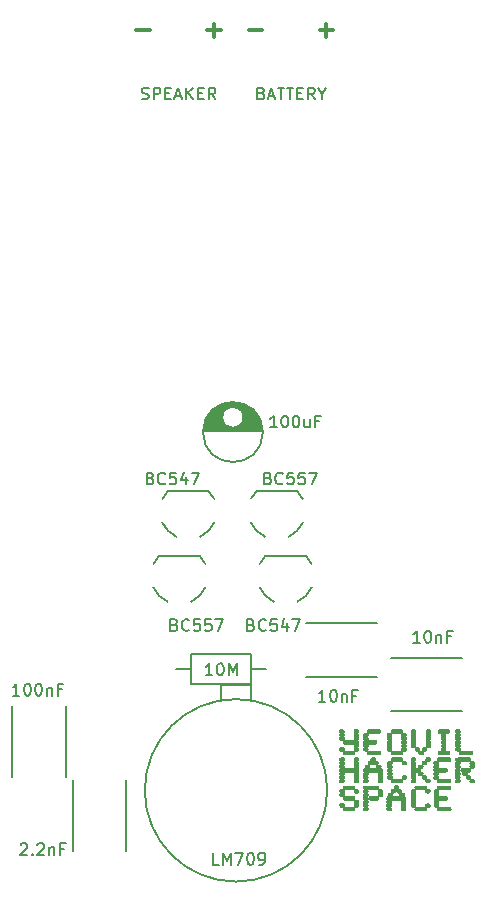
<source format=gto>
G04 #@! TF.FileFunction,Legend,Top*
%FSLAX46Y46*%
G04 Gerber Fmt 4.6, Leading zero omitted, Abs format (unit mm)*
G04 Created by KiCad (PCBNEW (2015-11-24 BZR 6329)-product) date Sat 12 Dec 2015 04:54:08 PM EST*
%MOMM*%
G01*
G04 APERTURE LIST*
%ADD10C,0.100000*%
%ADD11C,0.300000*%
%ADD12C,0.150000*%
G04 APERTURE END LIST*
D10*
D11*
X112928572Y-45607143D02*
X114071429Y-45607143D01*
X113500000Y-46178571D02*
X113500000Y-45035714D01*
X106928572Y-45607143D02*
X108071429Y-45607143D01*
X122428572Y-45607143D02*
X123571429Y-45607143D01*
X123000000Y-46178571D02*
X123000000Y-45035714D01*
X116428572Y-45607143D02*
X117571429Y-45607143D01*
D12*
X128470000Y-98730000D02*
X134470000Y-98730000D01*
X134470000Y-103230000D02*
X128470000Y-103230000D01*
X121260000Y-95820000D02*
X127260000Y-95820000D01*
X127260000Y-100320000D02*
X121260000Y-100320000D01*
X106040000Y-109070000D02*
X106040000Y-115070000D01*
X101540000Y-115070000D02*
X101540000Y-109070000D01*
X100930000Y-102820000D02*
X100930000Y-108820000D01*
X96430000Y-108820000D02*
X96430000Y-102820000D01*
X112591000Y-79545000D02*
X117589000Y-79545000D01*
X112599000Y-79405000D02*
X117581000Y-79405000D01*
X112615000Y-79265000D02*
X114995000Y-79265000D01*
X115185000Y-79265000D02*
X117565000Y-79265000D01*
X112639000Y-79125000D02*
X114600000Y-79125000D01*
X115580000Y-79125000D02*
X117541000Y-79125000D01*
X112672000Y-78985000D02*
X114433000Y-78985000D01*
X115747000Y-78985000D02*
X117508000Y-78985000D01*
X112713000Y-78845000D02*
X114326000Y-78845000D01*
X115854000Y-78845000D02*
X117467000Y-78845000D01*
X112763000Y-78705000D02*
X114255000Y-78705000D01*
X115925000Y-78705000D02*
X117417000Y-78705000D01*
X112824000Y-78565000D02*
X114211000Y-78565000D01*
X115969000Y-78565000D02*
X117356000Y-78565000D01*
X112894000Y-78425000D02*
X114192000Y-78425000D01*
X115988000Y-78425000D02*
X117286000Y-78425000D01*
X112976000Y-78285000D02*
X114194000Y-78285000D01*
X115986000Y-78285000D02*
X117204000Y-78285000D01*
X113071000Y-78145000D02*
X114219000Y-78145000D01*
X115961000Y-78145000D02*
X117109000Y-78145000D01*
X113182000Y-78005000D02*
X114267000Y-78005000D01*
X115913000Y-78005000D02*
X116998000Y-78005000D01*
X113310000Y-77865000D02*
X114345000Y-77865000D01*
X115835000Y-77865000D02*
X116870000Y-77865000D01*
X113459000Y-77725000D02*
X114462000Y-77725000D01*
X115718000Y-77725000D02*
X116721000Y-77725000D01*
X113638000Y-77585000D02*
X114650000Y-77585000D01*
X115530000Y-77585000D02*
X116542000Y-77585000D01*
X113857000Y-77445000D02*
X116323000Y-77445000D01*
X114146000Y-77305000D02*
X116034000Y-77305000D01*
X114618000Y-77165000D02*
X115562000Y-77165000D01*
X115990000Y-78370000D02*
G75*
G03X115990000Y-78370000I-900000J0D01*
G01*
X117627500Y-79620000D02*
G75*
G03X117627500Y-79620000I-2537500J0D01*
G01*
X116642500Y-100977500D02*
X111562500Y-100977500D01*
X111562500Y-100977500D02*
X111562500Y-98437500D01*
X111562500Y-98437500D02*
X116642500Y-98437500D01*
X116642500Y-98437500D02*
X116642500Y-100977500D01*
X116642500Y-99707500D02*
X117912500Y-99707500D01*
X111562500Y-99707500D02*
X110292500Y-99707500D01*
X116622500Y-102337500D02*
X116622500Y-101067500D01*
X116622500Y-101067500D02*
X114082500Y-101067500D01*
X114082500Y-101067500D02*
X114082500Y-102337500D01*
X123077608Y-109957500D02*
G75*
G03X123077608Y-109957500I-7725108J0D01*
G01*
X120562500Y-93982500D02*
G75*
G03X121762500Y-92782500I-1000000J2200000D01*
G01*
X118562501Y-93982500D02*
G75*
G02X117362500Y-92782500I999999J2200000D01*
G01*
X121750195Y-90785510D02*
G75*
G03X121262500Y-90082500I-2187695J-996990D01*
G01*
X117374805Y-90785510D02*
G75*
G02X117862500Y-90082500I2187695J-996990D01*
G01*
X121262500Y-90082500D02*
X117862500Y-90082500D01*
X111562500Y-93982500D02*
G75*
G03X112762500Y-92782500I-1000000J2200000D01*
G01*
X109562501Y-93982500D02*
G75*
G02X108362500Y-92782500I999999J2200000D01*
G01*
X112750195Y-90785510D02*
G75*
G03X112262500Y-90082500I-2187695J-996990D01*
G01*
X108374805Y-90785510D02*
G75*
G02X108862500Y-90082500I2187695J-996990D01*
G01*
X112262500Y-90082500D02*
X108862500Y-90082500D01*
X119812500Y-88482500D02*
G75*
G03X121012500Y-87282500I-1000000J2200000D01*
G01*
X117812501Y-88482500D02*
G75*
G02X116612500Y-87282500I999999J2200000D01*
G01*
X121000195Y-85285510D02*
G75*
G03X120512500Y-84582500I-2187695J-996990D01*
G01*
X116624805Y-85285510D02*
G75*
G02X117112500Y-84582500I2187695J-996990D01*
G01*
X120512500Y-84582500D02*
X117112500Y-84582500D01*
X112312500Y-88482500D02*
G75*
G03X113512500Y-87282500I-1000000J2200000D01*
G01*
X110312501Y-88482500D02*
G75*
G02X109112500Y-87282500I999999J2200000D01*
G01*
X113500195Y-85285510D02*
G75*
G03X113012500Y-84582500I-2187695J-996990D01*
G01*
X109124805Y-85285510D02*
G75*
G02X109612500Y-84582500I2187695J-996990D01*
G01*
X113012500Y-84582500D02*
X109612500Y-84582500D01*
D10*
G36*
X127401021Y-109697032D02*
X127396556Y-109742339D01*
X127382958Y-109778977D01*
X127359922Y-109807386D01*
X127327143Y-109828006D01*
X127304596Y-109836262D01*
X127296488Y-109838220D01*
X127285735Y-109839902D01*
X127271400Y-109841328D01*
X127252548Y-109842518D01*
X127228243Y-109843491D01*
X127197549Y-109844268D01*
X127159531Y-109844868D01*
X127113253Y-109845312D01*
X127057779Y-109845619D01*
X126992173Y-109845810D01*
X126915500Y-109845903D01*
X126850673Y-109845922D01*
X126764137Y-109845910D01*
X126689510Y-109845928D01*
X126626001Y-109846058D01*
X126572819Y-109846381D01*
X126529173Y-109846978D01*
X126494271Y-109847932D01*
X126467322Y-109849322D01*
X126447536Y-109851231D01*
X126434122Y-109853740D01*
X126426288Y-109856930D01*
X126423243Y-109860884D01*
X126424197Y-109865681D01*
X126428358Y-109871404D01*
X126434934Y-109878134D01*
X126443136Y-109885952D01*
X126444918Y-109887669D01*
X126471657Y-109919284D01*
X126487236Y-109952803D01*
X126493110Y-109991597D01*
X126493250Y-109999651D01*
X126487951Y-110044257D01*
X126472361Y-110082350D01*
X126446938Y-110113027D01*
X126428737Y-110126531D01*
X126412038Y-110137711D01*
X126400875Y-110146761D01*
X126398000Y-110150689D01*
X126402693Y-110157504D01*
X126414022Y-110166901D01*
X126414400Y-110167165D01*
X126448288Y-110193337D01*
X126471528Y-110218630D01*
X126485608Y-110245898D01*
X126492016Y-110277993D01*
X126492304Y-110316531D01*
X126487810Y-110353119D01*
X126477191Y-110381342D01*
X126458366Y-110404846D01*
X126429254Y-110427279D01*
X126429016Y-110427437D01*
X126412340Y-110439393D01*
X126401081Y-110449276D01*
X126398000Y-110453906D01*
X126402705Y-110461401D01*
X126414044Y-110471121D01*
X126414271Y-110471281D01*
X126447123Y-110496470D01*
X126469765Y-110520094D01*
X126483865Y-110545065D01*
X126491091Y-110574299D01*
X126493110Y-110608963D01*
X126490154Y-110648809D01*
X126480030Y-110680217D01*
X126461286Y-110706064D01*
X126432467Y-110729229D01*
X126432316Y-110729329D01*
X126414840Y-110742183D01*
X126403079Y-110753318D01*
X126399603Y-110760193D01*
X126405913Y-110767554D01*
X126419720Y-110778756D01*
X126433356Y-110788253D01*
X126458884Y-110809218D01*
X126477933Y-110833164D01*
X126479420Y-110835771D01*
X126486824Y-110851154D01*
X126491015Y-110866206D01*
X126492633Y-110885018D01*
X126492315Y-110911678D01*
X126492120Y-110917142D01*
X126488545Y-110955329D01*
X126480091Y-110984248D01*
X126465216Y-111006856D01*
X126442379Y-111026110D01*
X126431808Y-111032853D01*
X126415994Y-111044069D01*
X126406069Y-111054348D01*
X126404350Y-111058571D01*
X126408899Y-111066981D01*
X126420866Y-111080460D01*
X126437728Y-111096187D01*
X126438932Y-111097219D01*
X126465378Y-111123401D01*
X126482229Y-111150172D01*
X126490869Y-111180947D01*
X126492683Y-111219143D01*
X126492303Y-111228898D01*
X126487827Y-111264042D01*
X126477121Y-111291927D01*
X126458208Y-111315923D01*
X126429113Y-111339399D01*
X126426384Y-111341288D01*
X126410586Y-111353451D01*
X126400342Y-111363869D01*
X126398136Y-111368389D01*
X126403030Y-111375697D01*
X126415714Y-111387468D01*
X126433017Y-111400839D01*
X126462969Y-111426828D01*
X126481907Y-111455366D01*
X126491346Y-111489429D01*
X126493110Y-111518975D01*
X126488347Y-111563194D01*
X126474177Y-111599089D01*
X126450276Y-111627186D01*
X126416325Y-111648013D01*
X126413788Y-111649117D01*
X126394139Y-111654501D01*
X126365619Y-111658646D01*
X126332012Y-111661373D01*
X126297104Y-111662503D01*
X126264679Y-111661858D01*
X126238521Y-111659259D01*
X126231106Y-111657746D01*
X126189149Y-111641702D01*
X126156564Y-111617292D01*
X126133821Y-111585119D01*
X126121391Y-111545790D01*
X126119083Y-111514010D01*
X126123533Y-111471723D01*
X126136234Y-111438189D01*
X126158075Y-111411837D01*
X126188172Y-111391985D01*
X126205073Y-111380968D01*
X126213257Y-111370353D01*
X126213620Y-111367956D01*
X126208555Y-111358824D01*
X126195622Y-111346135D01*
X126180708Y-111334822D01*
X126149865Y-111308563D01*
X126130070Y-111278206D01*
X126120211Y-111241602D01*
X126118600Y-111214789D01*
X126122671Y-111173045D01*
X126135620Y-111139163D01*
X126158548Y-111110986D01*
X126180282Y-111094063D01*
X126197622Y-111081341D01*
X126209693Y-111070368D01*
X126213620Y-111064264D01*
X126209043Y-111055585D01*
X126197704Y-111045346D01*
X126197578Y-111045257D01*
X126164549Y-111019868D01*
X126141802Y-110995983D01*
X126127687Y-110970767D01*
X126120553Y-110941382D01*
X126118739Y-110909739D01*
X126122962Y-110868275D01*
X126136626Y-110834288D01*
X126160762Y-110805759D01*
X126179209Y-110791434D01*
X126196364Y-110778592D01*
X126208564Y-110767403D01*
X126212597Y-110761584D01*
X126208780Y-110753835D01*
X126196915Y-110742362D01*
X126184022Y-110732747D01*
X126154240Y-110709142D01*
X126134623Y-110683905D01*
X126123511Y-110653862D01*
X126119245Y-110615836D01*
X126119083Y-110608519D01*
X126124289Y-110565355D01*
X126140504Y-110527254D01*
X126166935Y-110495757D01*
X126183400Y-110483186D01*
X126199742Y-110471752D01*
X126210697Y-110462733D01*
X126213503Y-110459110D01*
X126208986Y-110453298D01*
X126196801Y-110442395D01*
X126179568Y-110428739D01*
X126179235Y-110428488D01*
X126149639Y-110401868D01*
X126130750Y-110373317D01*
X126121004Y-110339638D01*
X126118739Y-110304847D01*
X126122710Y-110262575D01*
X126133984Y-110228189D01*
X126152034Y-110203072D01*
X126159791Y-110196771D01*
X126176589Y-110184346D01*
X126194728Y-110169887D01*
X126196451Y-110168446D01*
X126215980Y-110152008D01*
X126179392Y-110125039D01*
X126149465Y-110098663D01*
X126130508Y-110070378D01*
X126120863Y-110036921D01*
X126118739Y-110005696D01*
X126123495Y-109960987D01*
X126138511Y-109923411D01*
X126164396Y-109891864D01*
X126193539Y-109870103D01*
X126206512Y-109859883D01*
X126212575Y-109850654D01*
X126212589Y-109848867D01*
X126206591Y-109841124D01*
X126193011Y-109829558D01*
X126178925Y-109819490D01*
X126148837Y-109792307D01*
X126128581Y-109757927D01*
X126118530Y-109717611D01*
X126119059Y-109672619D01*
X126125648Y-109640010D01*
X126137689Y-109615137D01*
X126158244Y-109590485D01*
X126183597Y-109569690D01*
X126210032Y-109556388D01*
X126211635Y-109555888D01*
X126223215Y-109554338D01*
X126246245Y-109552952D01*
X126279556Y-109551731D01*
X126321975Y-109550672D01*
X126372332Y-109549774D01*
X126429457Y-109549035D01*
X126492179Y-109548455D01*
X126559326Y-109548032D01*
X126629729Y-109547764D01*
X126702216Y-109547650D01*
X126775616Y-109547689D01*
X126848760Y-109547879D01*
X126920475Y-109548220D01*
X126989592Y-109548709D01*
X127054939Y-109549345D01*
X127115346Y-109550127D01*
X127169642Y-109551053D01*
X127216656Y-109552123D01*
X127255218Y-109553334D01*
X127284156Y-109554686D01*
X127302301Y-109556176D01*
X127307650Y-109557181D01*
X127345840Y-109576112D01*
X127373821Y-109602289D01*
X127391877Y-109636136D01*
X127400291Y-109678076D01*
X127401021Y-109697032D01*
X127401021Y-109697032D01*
X127401021Y-109697032D01*
G37*
X127401021Y-109697032D02*
X127396556Y-109742339D01*
X127382958Y-109778977D01*
X127359922Y-109807386D01*
X127327143Y-109828006D01*
X127304596Y-109836262D01*
X127296488Y-109838220D01*
X127285735Y-109839902D01*
X127271400Y-109841328D01*
X127252548Y-109842518D01*
X127228243Y-109843491D01*
X127197549Y-109844268D01*
X127159531Y-109844868D01*
X127113253Y-109845312D01*
X127057779Y-109845619D01*
X126992173Y-109845810D01*
X126915500Y-109845903D01*
X126850673Y-109845922D01*
X126764137Y-109845910D01*
X126689510Y-109845928D01*
X126626001Y-109846058D01*
X126572819Y-109846381D01*
X126529173Y-109846978D01*
X126494271Y-109847932D01*
X126467322Y-109849322D01*
X126447536Y-109851231D01*
X126434122Y-109853740D01*
X126426288Y-109856930D01*
X126423243Y-109860884D01*
X126424197Y-109865681D01*
X126428358Y-109871404D01*
X126434934Y-109878134D01*
X126443136Y-109885952D01*
X126444918Y-109887669D01*
X126471657Y-109919284D01*
X126487236Y-109952803D01*
X126493110Y-109991597D01*
X126493250Y-109999651D01*
X126487951Y-110044257D01*
X126472361Y-110082350D01*
X126446938Y-110113027D01*
X126428737Y-110126531D01*
X126412038Y-110137711D01*
X126400875Y-110146761D01*
X126398000Y-110150689D01*
X126402693Y-110157504D01*
X126414022Y-110166901D01*
X126414400Y-110167165D01*
X126448288Y-110193337D01*
X126471528Y-110218630D01*
X126485608Y-110245898D01*
X126492016Y-110277993D01*
X126492304Y-110316531D01*
X126487810Y-110353119D01*
X126477191Y-110381342D01*
X126458366Y-110404846D01*
X126429254Y-110427279D01*
X126429016Y-110427437D01*
X126412340Y-110439393D01*
X126401081Y-110449276D01*
X126398000Y-110453906D01*
X126402705Y-110461401D01*
X126414044Y-110471121D01*
X126414271Y-110471281D01*
X126447123Y-110496470D01*
X126469765Y-110520094D01*
X126483865Y-110545065D01*
X126491091Y-110574299D01*
X126493110Y-110608963D01*
X126490154Y-110648809D01*
X126480030Y-110680217D01*
X126461286Y-110706064D01*
X126432467Y-110729229D01*
X126432316Y-110729329D01*
X126414840Y-110742183D01*
X126403079Y-110753318D01*
X126399603Y-110760193D01*
X126405913Y-110767554D01*
X126419720Y-110778756D01*
X126433356Y-110788253D01*
X126458884Y-110809218D01*
X126477933Y-110833164D01*
X126479420Y-110835771D01*
X126486824Y-110851154D01*
X126491015Y-110866206D01*
X126492633Y-110885018D01*
X126492315Y-110911678D01*
X126492120Y-110917142D01*
X126488545Y-110955329D01*
X126480091Y-110984248D01*
X126465216Y-111006856D01*
X126442379Y-111026110D01*
X126431808Y-111032853D01*
X126415994Y-111044069D01*
X126406069Y-111054348D01*
X126404350Y-111058571D01*
X126408899Y-111066981D01*
X126420866Y-111080460D01*
X126437728Y-111096187D01*
X126438932Y-111097219D01*
X126465378Y-111123401D01*
X126482229Y-111150172D01*
X126490869Y-111180947D01*
X126492683Y-111219143D01*
X126492303Y-111228898D01*
X126487827Y-111264042D01*
X126477121Y-111291927D01*
X126458208Y-111315923D01*
X126429113Y-111339399D01*
X126426384Y-111341288D01*
X126410586Y-111353451D01*
X126400342Y-111363869D01*
X126398136Y-111368389D01*
X126403030Y-111375697D01*
X126415714Y-111387468D01*
X126433017Y-111400839D01*
X126462969Y-111426828D01*
X126481907Y-111455366D01*
X126491346Y-111489429D01*
X126493110Y-111518975D01*
X126488347Y-111563194D01*
X126474177Y-111599089D01*
X126450276Y-111627186D01*
X126416325Y-111648013D01*
X126413788Y-111649117D01*
X126394139Y-111654501D01*
X126365619Y-111658646D01*
X126332012Y-111661373D01*
X126297104Y-111662503D01*
X126264679Y-111661858D01*
X126238521Y-111659259D01*
X126231106Y-111657746D01*
X126189149Y-111641702D01*
X126156564Y-111617292D01*
X126133821Y-111585119D01*
X126121391Y-111545790D01*
X126119083Y-111514010D01*
X126123533Y-111471723D01*
X126136234Y-111438189D01*
X126158075Y-111411837D01*
X126188172Y-111391985D01*
X126205073Y-111380968D01*
X126213257Y-111370353D01*
X126213620Y-111367956D01*
X126208555Y-111358824D01*
X126195622Y-111346135D01*
X126180708Y-111334822D01*
X126149865Y-111308563D01*
X126130070Y-111278206D01*
X126120211Y-111241602D01*
X126118600Y-111214789D01*
X126122671Y-111173045D01*
X126135620Y-111139163D01*
X126158548Y-111110986D01*
X126180282Y-111094063D01*
X126197622Y-111081341D01*
X126209693Y-111070368D01*
X126213620Y-111064264D01*
X126209043Y-111055585D01*
X126197704Y-111045346D01*
X126197578Y-111045257D01*
X126164549Y-111019868D01*
X126141802Y-110995983D01*
X126127687Y-110970767D01*
X126120553Y-110941382D01*
X126118739Y-110909739D01*
X126122962Y-110868275D01*
X126136626Y-110834288D01*
X126160762Y-110805759D01*
X126179209Y-110791434D01*
X126196364Y-110778592D01*
X126208564Y-110767403D01*
X126212597Y-110761584D01*
X126208780Y-110753835D01*
X126196915Y-110742362D01*
X126184022Y-110732747D01*
X126154240Y-110709142D01*
X126134623Y-110683905D01*
X126123511Y-110653862D01*
X126119245Y-110615836D01*
X126119083Y-110608519D01*
X126124289Y-110565355D01*
X126140504Y-110527254D01*
X126166935Y-110495757D01*
X126183400Y-110483186D01*
X126199742Y-110471752D01*
X126210697Y-110462733D01*
X126213503Y-110459110D01*
X126208986Y-110453298D01*
X126196801Y-110442395D01*
X126179568Y-110428739D01*
X126179235Y-110428488D01*
X126149639Y-110401868D01*
X126130750Y-110373317D01*
X126121004Y-110339638D01*
X126118739Y-110304847D01*
X126122710Y-110262575D01*
X126133984Y-110228189D01*
X126152034Y-110203072D01*
X126159791Y-110196771D01*
X126176589Y-110184346D01*
X126194728Y-110169887D01*
X126196451Y-110168446D01*
X126215980Y-110152008D01*
X126179392Y-110125039D01*
X126149465Y-110098663D01*
X126130508Y-110070378D01*
X126120863Y-110036921D01*
X126118739Y-110005696D01*
X126123495Y-109960987D01*
X126138511Y-109923411D01*
X126164396Y-109891864D01*
X126193539Y-109870103D01*
X126206512Y-109859883D01*
X126212575Y-109850654D01*
X126212589Y-109848867D01*
X126206591Y-109841124D01*
X126193011Y-109829558D01*
X126178925Y-109819490D01*
X126148837Y-109792307D01*
X126128581Y-109757927D01*
X126118530Y-109717611D01*
X126119059Y-109672619D01*
X126125648Y-109640010D01*
X126137689Y-109615137D01*
X126158244Y-109590485D01*
X126183597Y-109569690D01*
X126210032Y-109556388D01*
X126211635Y-109555888D01*
X126223215Y-109554338D01*
X126246245Y-109552952D01*
X126279556Y-109551731D01*
X126321975Y-109550672D01*
X126372332Y-109549774D01*
X126429457Y-109549035D01*
X126492179Y-109548455D01*
X126559326Y-109548032D01*
X126629729Y-109547764D01*
X126702216Y-109547650D01*
X126775616Y-109547689D01*
X126848760Y-109547879D01*
X126920475Y-109548220D01*
X126989592Y-109548709D01*
X127054939Y-109549345D01*
X127115346Y-109550127D01*
X127169642Y-109551053D01*
X127216656Y-109552123D01*
X127255218Y-109553334D01*
X127284156Y-109554686D01*
X127302301Y-109556176D01*
X127307650Y-109557181D01*
X127345840Y-109576112D01*
X127373821Y-109602289D01*
X127391877Y-109636136D01*
X127400291Y-109678076D01*
X127401021Y-109697032D01*
X127401021Y-109697032D01*
G36*
X129680950Y-111214823D02*
X129677792Y-111253877D01*
X129667170Y-111285343D01*
X129647361Y-111312677D01*
X129620222Y-111336625D01*
X129585377Y-111363333D01*
X129601245Y-111376004D01*
X129617587Y-111388886D01*
X129635567Y-111402838D01*
X129636534Y-111403581D01*
X129659558Y-111427363D01*
X129673916Y-111457532D01*
X129680318Y-111495843D01*
X129680810Y-111513554D01*
X129676601Y-111558720D01*
X129664001Y-111595390D01*
X129642603Y-111623863D01*
X129612000Y-111644438D01*
X129571784Y-111657415D01*
X129521548Y-111663092D01*
X129477512Y-111662760D01*
X129436715Y-111659714D01*
X129405629Y-111654279D01*
X129381337Y-111645392D01*
X129360919Y-111631991D01*
X129341796Y-111613392D01*
X129319536Y-111580016D01*
X129308054Y-111542670D01*
X129307059Y-111503590D01*
X129316257Y-111465013D01*
X129335357Y-111429176D01*
X129364065Y-111398316D01*
X129370606Y-111393181D01*
X129387016Y-111379809D01*
X129398236Y-111368472D01*
X129401550Y-111362641D01*
X129396591Y-111355385D01*
X129383787Y-111344466D01*
X129371046Y-111335620D01*
X129341446Y-111311092D01*
X129321578Y-111280824D01*
X129310405Y-111242926D01*
X129307723Y-111220072D01*
X129309689Y-111175593D01*
X129322409Y-111137782D01*
X129345834Y-111106740D01*
X129370086Y-111088154D01*
X129387101Y-111076347D01*
X129398526Y-111065814D01*
X129401550Y-111060329D01*
X129396662Y-111052551D01*
X129383920Y-111040719D01*
X129368163Y-111028877D01*
X129339570Y-111005697D01*
X129321313Y-110981109D01*
X129311229Y-110951453D01*
X129307977Y-110927023D01*
X129307822Y-110887006D01*
X129315438Y-110853803D01*
X129332247Y-110823252D01*
X129351382Y-110799967D01*
X129366293Y-110782340D01*
X129376337Y-110767807D01*
X129379657Y-110759120D01*
X129379430Y-110758440D01*
X129372355Y-110757044D01*
X129352933Y-110755817D01*
X129321120Y-110754760D01*
X129276871Y-110753871D01*
X129220140Y-110753150D01*
X129150883Y-110752597D01*
X129069055Y-110752210D01*
X128974610Y-110751990D01*
X128886625Y-110751933D01*
X128793254Y-110751912D01*
X128711838Y-110751896D01*
X128641636Y-110751960D01*
X128581904Y-110752176D01*
X128531897Y-110752619D01*
X128490874Y-110753360D01*
X128458090Y-110754474D01*
X128432803Y-110756034D01*
X128414268Y-110758113D01*
X128401743Y-110760785D01*
X128394483Y-110764122D01*
X128391747Y-110768199D01*
X128392789Y-110773088D01*
X128396868Y-110778862D01*
X128403239Y-110785596D01*
X128411159Y-110793363D01*
X128416139Y-110798337D01*
X128441031Y-110828979D01*
X128455599Y-110861223D01*
X128461452Y-110899079D01*
X128461750Y-110911949D01*
X128457191Y-110953945D01*
X128442982Y-110988417D01*
X128418320Y-111016928D01*
X128401425Y-111029702D01*
X128384509Y-111042192D01*
X128372992Y-111053014D01*
X128369675Y-111058699D01*
X128374300Y-111066319D01*
X128386461Y-111078950D01*
X128403582Y-111093934D01*
X128404600Y-111094760D01*
X128431869Y-111119624D01*
X128449205Y-111143637D01*
X128458478Y-111170622D01*
X128461558Y-111204402D01*
X128461600Y-111211275D01*
X128458609Y-111251144D01*
X128448851Y-111282697D01*
X128430756Y-111309181D01*
X128402752Y-111333842D01*
X128402022Y-111334381D01*
X128384328Y-111348190D01*
X128371603Y-111359584D01*
X128366507Y-111366174D01*
X128366500Y-111366298D01*
X128371646Y-111372150D01*
X128384986Y-111381447D01*
X128399450Y-111389857D01*
X128428112Y-111409906D01*
X128447352Y-111434900D01*
X128458215Y-111466847D01*
X128461746Y-111507751D01*
X128461750Y-111509328D01*
X128457452Y-111554301D01*
X128444170Y-111590876D01*
X128421323Y-111620156D01*
X128392301Y-111641072D01*
X128376373Y-111649560D01*
X128362297Y-111655240D01*
X128346751Y-111658767D01*
X128326410Y-111660796D01*
X128297952Y-111661981D01*
X128284351Y-111662346D01*
X128240724Y-111662463D01*
X128207984Y-111660252D01*
X128184511Y-111655596D01*
X128183083Y-111655147D01*
X128147114Y-111637164D01*
X128118620Y-111609838D01*
X128098692Y-111574779D01*
X128088420Y-111533598D01*
X128087239Y-111513603D01*
X128091447Y-111469843D01*
X128104895Y-111434160D01*
X128128314Y-111405229D01*
X128158603Y-111383819D01*
X128172746Y-111374243D01*
X128180103Y-111365976D01*
X128180401Y-111363684D01*
X128174486Y-111356564D01*
X128161326Y-111344830D01*
X128146946Y-111333457D01*
X128117166Y-111306308D01*
X128098326Y-111276671D01*
X128088954Y-111241547D01*
X128087239Y-111211862D01*
X128089391Y-111175521D01*
X128096712Y-111146405D01*
X128110876Y-111121566D01*
X128133561Y-111098054D01*
X128166078Y-111073177D01*
X128177408Y-111063947D01*
X128182211Y-111057441D01*
X128182213Y-111057337D01*
X128177362Y-111051670D01*
X128164782Y-111041112D01*
X128147332Y-111028047D01*
X128118623Y-111003854D01*
X128100068Y-110978214D01*
X128090275Y-110948082D01*
X128087849Y-110910415D01*
X128088251Y-110899040D01*
X128092423Y-110859606D01*
X128101351Y-110829502D01*
X128116511Y-110805817D01*
X128139375Y-110785638D01*
X128148900Y-110779229D01*
X128166218Y-110767222D01*
X128177829Y-110757322D01*
X128181145Y-110752001D01*
X128175164Y-110745849D01*
X128161665Y-110735399D01*
X128147425Y-110725513D01*
X128117135Y-110699531D01*
X128097687Y-110668362D01*
X128088284Y-110630448D01*
X128087100Y-110607833D01*
X128090009Y-110570167D01*
X128099871Y-110539358D01*
X128118385Y-110510730D01*
X128125391Y-110502421D01*
X128151992Y-110478121D01*
X128182705Y-110462458D01*
X128220726Y-110453982D01*
X128235323Y-110452523D01*
X128258101Y-110449992D01*
X128275937Y-110446578D01*
X128284920Y-110443048D01*
X128284304Y-110435037D01*
X128273801Y-110420459D01*
X128261912Y-110407823D01*
X128236952Y-110378935D01*
X128221979Y-110350364D01*
X128215167Y-110317768D01*
X128214239Y-110294379D01*
X128219652Y-110251430D01*
X128234872Y-110214257D01*
X128258848Y-110184368D01*
X128290529Y-110163275D01*
X128310568Y-110156046D01*
X128333129Y-110152187D01*
X128363980Y-110149784D01*
X128399046Y-110148848D01*
X128434249Y-110149392D01*
X128465513Y-110151426D01*
X128488763Y-110154964D01*
X128490933Y-110155521D01*
X128524188Y-110169384D01*
X128552744Y-110190217D01*
X128573249Y-110215334D01*
X128578276Y-110225549D01*
X128585159Y-110252063D01*
X128588268Y-110284479D01*
X128587545Y-110317572D01*
X128582933Y-110346119D01*
X128579709Y-110355770D01*
X128570206Y-110372652D01*
X128555496Y-110392859D01*
X128544784Y-110405377D01*
X128528224Y-110424426D01*
X128520654Y-110436881D01*
X128521594Y-110444591D01*
X128530565Y-110449406D01*
X128533187Y-110450160D01*
X128543466Y-110451209D01*
X128564855Y-110452091D01*
X128595900Y-110452811D01*
X128635148Y-110453374D01*
X128681147Y-110453783D01*
X128732444Y-110454044D01*
X128787584Y-110454161D01*
X128845116Y-110454139D01*
X128903586Y-110453982D01*
X128961541Y-110453694D01*
X129017529Y-110453281D01*
X129070095Y-110452746D01*
X129117787Y-110452095D01*
X129159152Y-110451332D01*
X129192737Y-110450460D01*
X129217089Y-110449486D01*
X129230755Y-110448413D01*
X129232861Y-110447974D01*
X129245761Y-110440300D01*
X129247486Y-110430509D01*
X129237853Y-110417483D01*
X129226253Y-110407414D01*
X129201069Y-110380029D01*
X129185649Y-110345409D01*
X129179678Y-110302802D01*
X129179578Y-110295760D01*
X129184451Y-110250659D01*
X129198945Y-110213469D01*
X129222874Y-110184514D01*
X129255500Y-110164351D01*
X129292130Y-110153465D01*
X129335599Y-110148089D01*
X129381992Y-110148058D01*
X129427391Y-110153210D01*
X129467878Y-110163379D01*
X129492780Y-110174265D01*
X129520437Y-110193319D01*
X129538885Y-110215540D01*
X129549499Y-110243564D01*
X129553653Y-110280023D01*
X129553845Y-110291322D01*
X129552303Y-110326219D01*
X129546319Y-110353214D01*
X129534114Y-110376795D01*
X129513909Y-110401452D01*
X129507513Y-110408193D01*
X129493166Y-110424460D01*
X129487706Y-110435862D01*
X129492039Y-110443671D01*
X129507072Y-110449161D01*
X129533709Y-110453605D01*
X129540449Y-110454472D01*
X129574915Y-110460300D01*
X129600826Y-110468958D01*
X129622285Y-110482289D01*
X129640940Y-110499547D01*
X129663836Y-110530222D01*
X129676840Y-110565433D01*
X129680950Y-110607833D01*
X129676624Y-110649309D01*
X129663004Y-110683059D01*
X129639124Y-110710922D01*
X129619037Y-110725860D01*
X129601581Y-110738244D01*
X129589513Y-110749015D01*
X129585700Y-110755058D01*
X129590636Y-110762265D01*
X129603560Y-110773617D01*
X129621108Y-110786268D01*
X129648845Y-110808433D01*
X129667059Y-110833171D01*
X129677179Y-110863384D01*
X129680636Y-110901976D01*
X129680671Y-110907159D01*
X129677792Y-110946975D01*
X129668112Y-110978494D01*
X129650060Y-111004966D01*
X129622068Y-111029640D01*
X129621222Y-111030265D01*
X129603601Y-111043598D01*
X129590890Y-111053873D01*
X129585714Y-111058963D01*
X129585700Y-111059046D01*
X129590353Y-111063871D01*
X129602645Y-111074230D01*
X129620073Y-111088026D01*
X129623018Y-111090295D01*
X129649910Y-111114178D01*
X129667436Y-111138822D01*
X129677203Y-111167681D01*
X129680819Y-111204209D01*
X129680950Y-111214823D01*
X129680950Y-111214823D01*
X129680950Y-111214823D01*
G37*
X129680950Y-111214823D02*
X129677792Y-111253877D01*
X129667170Y-111285343D01*
X129647361Y-111312677D01*
X129620222Y-111336625D01*
X129585377Y-111363333D01*
X129601245Y-111376004D01*
X129617587Y-111388886D01*
X129635567Y-111402838D01*
X129636534Y-111403581D01*
X129659558Y-111427363D01*
X129673916Y-111457532D01*
X129680318Y-111495843D01*
X129680810Y-111513554D01*
X129676601Y-111558720D01*
X129664001Y-111595390D01*
X129642603Y-111623863D01*
X129612000Y-111644438D01*
X129571784Y-111657415D01*
X129521548Y-111663092D01*
X129477512Y-111662760D01*
X129436715Y-111659714D01*
X129405629Y-111654279D01*
X129381337Y-111645392D01*
X129360919Y-111631991D01*
X129341796Y-111613392D01*
X129319536Y-111580016D01*
X129308054Y-111542670D01*
X129307059Y-111503590D01*
X129316257Y-111465013D01*
X129335357Y-111429176D01*
X129364065Y-111398316D01*
X129370606Y-111393181D01*
X129387016Y-111379809D01*
X129398236Y-111368472D01*
X129401550Y-111362641D01*
X129396591Y-111355385D01*
X129383787Y-111344466D01*
X129371046Y-111335620D01*
X129341446Y-111311092D01*
X129321578Y-111280824D01*
X129310405Y-111242926D01*
X129307723Y-111220072D01*
X129309689Y-111175593D01*
X129322409Y-111137782D01*
X129345834Y-111106740D01*
X129370086Y-111088154D01*
X129387101Y-111076347D01*
X129398526Y-111065814D01*
X129401550Y-111060329D01*
X129396662Y-111052551D01*
X129383920Y-111040719D01*
X129368163Y-111028877D01*
X129339570Y-111005697D01*
X129321313Y-110981109D01*
X129311229Y-110951453D01*
X129307977Y-110927023D01*
X129307822Y-110887006D01*
X129315438Y-110853803D01*
X129332247Y-110823252D01*
X129351382Y-110799967D01*
X129366293Y-110782340D01*
X129376337Y-110767807D01*
X129379657Y-110759120D01*
X129379430Y-110758440D01*
X129372355Y-110757044D01*
X129352933Y-110755817D01*
X129321120Y-110754760D01*
X129276871Y-110753871D01*
X129220140Y-110753150D01*
X129150883Y-110752597D01*
X129069055Y-110752210D01*
X128974610Y-110751990D01*
X128886625Y-110751933D01*
X128793254Y-110751912D01*
X128711838Y-110751896D01*
X128641636Y-110751960D01*
X128581904Y-110752176D01*
X128531897Y-110752619D01*
X128490874Y-110753360D01*
X128458090Y-110754474D01*
X128432803Y-110756034D01*
X128414268Y-110758113D01*
X128401743Y-110760785D01*
X128394483Y-110764122D01*
X128391747Y-110768199D01*
X128392789Y-110773088D01*
X128396868Y-110778862D01*
X128403239Y-110785596D01*
X128411159Y-110793363D01*
X128416139Y-110798337D01*
X128441031Y-110828979D01*
X128455599Y-110861223D01*
X128461452Y-110899079D01*
X128461750Y-110911949D01*
X128457191Y-110953945D01*
X128442982Y-110988417D01*
X128418320Y-111016928D01*
X128401425Y-111029702D01*
X128384509Y-111042192D01*
X128372992Y-111053014D01*
X128369675Y-111058699D01*
X128374300Y-111066319D01*
X128386461Y-111078950D01*
X128403582Y-111093934D01*
X128404600Y-111094760D01*
X128431869Y-111119624D01*
X128449205Y-111143637D01*
X128458478Y-111170622D01*
X128461558Y-111204402D01*
X128461600Y-111211275D01*
X128458609Y-111251144D01*
X128448851Y-111282697D01*
X128430756Y-111309181D01*
X128402752Y-111333842D01*
X128402022Y-111334381D01*
X128384328Y-111348190D01*
X128371603Y-111359584D01*
X128366507Y-111366174D01*
X128366500Y-111366298D01*
X128371646Y-111372150D01*
X128384986Y-111381447D01*
X128399450Y-111389857D01*
X128428112Y-111409906D01*
X128447352Y-111434900D01*
X128458215Y-111466847D01*
X128461746Y-111507751D01*
X128461750Y-111509328D01*
X128457452Y-111554301D01*
X128444170Y-111590876D01*
X128421323Y-111620156D01*
X128392301Y-111641072D01*
X128376373Y-111649560D01*
X128362297Y-111655240D01*
X128346751Y-111658767D01*
X128326410Y-111660796D01*
X128297952Y-111661981D01*
X128284351Y-111662346D01*
X128240724Y-111662463D01*
X128207984Y-111660252D01*
X128184511Y-111655596D01*
X128183083Y-111655147D01*
X128147114Y-111637164D01*
X128118620Y-111609838D01*
X128098692Y-111574779D01*
X128088420Y-111533598D01*
X128087239Y-111513603D01*
X128091447Y-111469843D01*
X128104895Y-111434160D01*
X128128314Y-111405229D01*
X128158603Y-111383819D01*
X128172746Y-111374243D01*
X128180103Y-111365976D01*
X128180401Y-111363684D01*
X128174486Y-111356564D01*
X128161326Y-111344830D01*
X128146946Y-111333457D01*
X128117166Y-111306308D01*
X128098326Y-111276671D01*
X128088954Y-111241547D01*
X128087239Y-111211862D01*
X128089391Y-111175521D01*
X128096712Y-111146405D01*
X128110876Y-111121566D01*
X128133561Y-111098054D01*
X128166078Y-111073177D01*
X128177408Y-111063947D01*
X128182211Y-111057441D01*
X128182213Y-111057337D01*
X128177362Y-111051670D01*
X128164782Y-111041112D01*
X128147332Y-111028047D01*
X128118623Y-111003854D01*
X128100068Y-110978214D01*
X128090275Y-110948082D01*
X128087849Y-110910415D01*
X128088251Y-110899040D01*
X128092423Y-110859606D01*
X128101351Y-110829502D01*
X128116511Y-110805817D01*
X128139375Y-110785638D01*
X128148900Y-110779229D01*
X128166218Y-110767222D01*
X128177829Y-110757322D01*
X128181145Y-110752001D01*
X128175164Y-110745849D01*
X128161665Y-110735399D01*
X128147425Y-110725513D01*
X128117135Y-110699531D01*
X128097687Y-110668362D01*
X128088284Y-110630448D01*
X128087100Y-110607833D01*
X128090009Y-110570167D01*
X128099871Y-110539358D01*
X128118385Y-110510730D01*
X128125391Y-110502421D01*
X128151992Y-110478121D01*
X128182705Y-110462458D01*
X128220726Y-110453982D01*
X128235323Y-110452523D01*
X128258101Y-110449992D01*
X128275937Y-110446578D01*
X128284920Y-110443048D01*
X128284304Y-110435037D01*
X128273801Y-110420459D01*
X128261912Y-110407823D01*
X128236952Y-110378935D01*
X128221979Y-110350364D01*
X128215167Y-110317768D01*
X128214239Y-110294379D01*
X128219652Y-110251430D01*
X128234872Y-110214257D01*
X128258848Y-110184368D01*
X128290529Y-110163275D01*
X128310568Y-110156046D01*
X128333129Y-110152187D01*
X128363980Y-110149784D01*
X128399046Y-110148848D01*
X128434249Y-110149392D01*
X128465513Y-110151426D01*
X128488763Y-110154964D01*
X128490933Y-110155521D01*
X128524188Y-110169384D01*
X128552744Y-110190217D01*
X128573249Y-110215334D01*
X128578276Y-110225549D01*
X128585159Y-110252063D01*
X128588268Y-110284479D01*
X128587545Y-110317572D01*
X128582933Y-110346119D01*
X128579709Y-110355770D01*
X128570206Y-110372652D01*
X128555496Y-110392859D01*
X128544784Y-110405377D01*
X128528224Y-110424426D01*
X128520654Y-110436881D01*
X128521594Y-110444591D01*
X128530565Y-110449406D01*
X128533187Y-110450160D01*
X128543466Y-110451209D01*
X128564855Y-110452091D01*
X128595900Y-110452811D01*
X128635148Y-110453374D01*
X128681147Y-110453783D01*
X128732444Y-110454044D01*
X128787584Y-110454161D01*
X128845116Y-110454139D01*
X128903586Y-110453982D01*
X128961541Y-110453694D01*
X129017529Y-110453281D01*
X129070095Y-110452746D01*
X129117787Y-110452095D01*
X129159152Y-110451332D01*
X129192737Y-110450460D01*
X129217089Y-110449486D01*
X129230755Y-110448413D01*
X129232861Y-110447974D01*
X129245761Y-110440300D01*
X129247486Y-110430509D01*
X129237853Y-110417483D01*
X129226253Y-110407414D01*
X129201069Y-110380029D01*
X129185649Y-110345409D01*
X129179678Y-110302802D01*
X129179578Y-110295760D01*
X129184451Y-110250659D01*
X129198945Y-110213469D01*
X129222874Y-110184514D01*
X129255500Y-110164351D01*
X129292130Y-110153465D01*
X129335599Y-110148089D01*
X129381992Y-110148058D01*
X129427391Y-110153210D01*
X129467878Y-110163379D01*
X129492780Y-110174265D01*
X129520437Y-110193319D01*
X129538885Y-110215540D01*
X129549499Y-110243564D01*
X129553653Y-110280023D01*
X129553845Y-110291322D01*
X129552303Y-110326219D01*
X129546319Y-110353214D01*
X129534114Y-110376795D01*
X129513909Y-110401452D01*
X129507513Y-110408193D01*
X129493166Y-110424460D01*
X129487706Y-110435862D01*
X129492039Y-110443671D01*
X129507072Y-110449161D01*
X129533709Y-110453605D01*
X129540449Y-110454472D01*
X129574915Y-110460300D01*
X129600826Y-110468958D01*
X129622285Y-110482289D01*
X129640940Y-110499547D01*
X129663836Y-110530222D01*
X129676840Y-110565433D01*
X129680950Y-110607833D01*
X129676624Y-110649309D01*
X129663004Y-110683059D01*
X129639124Y-110710922D01*
X129619037Y-110725860D01*
X129601581Y-110738244D01*
X129589513Y-110749015D01*
X129585700Y-110755058D01*
X129590636Y-110762265D01*
X129603560Y-110773617D01*
X129621108Y-110786268D01*
X129648845Y-110808433D01*
X129667059Y-110833171D01*
X129677179Y-110863384D01*
X129680636Y-110901976D01*
X129680671Y-110907159D01*
X129677792Y-110946975D01*
X129668112Y-110978494D01*
X129650060Y-111004966D01*
X129622068Y-111029640D01*
X129621222Y-111030265D01*
X129603601Y-111043598D01*
X129590890Y-111053873D01*
X129585714Y-111058963D01*
X129585700Y-111059046D01*
X129590353Y-111063871D01*
X129602645Y-111074230D01*
X129620073Y-111088026D01*
X129623018Y-111090295D01*
X129649910Y-111114178D01*
X129667436Y-111138822D01*
X129677203Y-111167681D01*
X129680819Y-111204209D01*
X129680950Y-111214823D01*
X129680950Y-111214823D01*
G36*
X125386595Y-111507905D02*
X125383005Y-111541149D01*
X125372865Y-111577210D01*
X125357785Y-111603926D01*
X125335568Y-111624324D01*
X125313408Y-111637048D01*
X125277225Y-111654777D01*
X124918450Y-111655825D01*
X124851107Y-111655927D01*
X124786794Y-111655840D01*
X124726776Y-111655580D01*
X124672317Y-111655159D01*
X124624679Y-111654593D01*
X124585128Y-111653895D01*
X124554927Y-111653079D01*
X124535341Y-111652159D01*
X124528900Y-111651511D01*
X124489437Y-111638432D01*
X124454883Y-111614717D01*
X124431141Y-111587077D01*
X124421395Y-111570115D01*
X124415637Y-111552729D01*
X124412631Y-111530191D01*
X124411651Y-111512686D01*
X124411267Y-111485046D01*
X124413375Y-111465102D01*
X124418784Y-111447990D01*
X124424351Y-111436278D01*
X124445686Y-111407259D01*
X124475376Y-111383408D01*
X124509226Y-111367941D01*
X124515692Y-111366236D01*
X124526543Y-111365172D01*
X124548868Y-111364168D01*
X124581443Y-111363243D01*
X124623040Y-111362415D01*
X124672436Y-111361703D01*
X124728404Y-111361125D01*
X124789720Y-111360700D01*
X124855157Y-111360445D01*
X124905750Y-111360378D01*
X125270875Y-111360289D01*
X125303074Y-111375249D01*
X125338997Y-111398342D01*
X125365337Y-111429074D01*
X125381426Y-111466057D01*
X125386595Y-111507905D01*
X125386595Y-111507905D01*
X125386595Y-111507905D01*
G37*
X125386595Y-111507905D02*
X125383005Y-111541149D01*
X125372865Y-111577210D01*
X125357785Y-111603926D01*
X125335568Y-111624324D01*
X125313408Y-111637048D01*
X125277225Y-111654777D01*
X124918450Y-111655825D01*
X124851107Y-111655927D01*
X124786794Y-111655840D01*
X124726776Y-111655580D01*
X124672317Y-111655159D01*
X124624679Y-111654593D01*
X124585128Y-111653895D01*
X124554927Y-111653079D01*
X124535341Y-111652159D01*
X124528900Y-111651511D01*
X124489437Y-111638432D01*
X124454883Y-111614717D01*
X124431141Y-111587077D01*
X124421395Y-111570115D01*
X124415637Y-111552729D01*
X124412631Y-111530191D01*
X124411651Y-111512686D01*
X124411267Y-111485046D01*
X124413375Y-111465102D01*
X124418784Y-111447990D01*
X124424351Y-111436278D01*
X124445686Y-111407259D01*
X124475376Y-111383408D01*
X124509226Y-111367941D01*
X124515692Y-111366236D01*
X124526543Y-111365172D01*
X124548868Y-111364168D01*
X124581443Y-111363243D01*
X124623040Y-111362415D01*
X124672436Y-111361703D01*
X124728404Y-111361125D01*
X124789720Y-111360700D01*
X124855157Y-111360445D01*
X124905750Y-111360378D01*
X125270875Y-111360289D01*
X125303074Y-111375249D01*
X125338997Y-111398342D01*
X125365337Y-111429074D01*
X125381426Y-111466057D01*
X125386595Y-111507905D01*
X125386595Y-111507905D01*
G36*
X131444563Y-111489565D02*
X131443886Y-111526714D01*
X131435055Y-111568338D01*
X131417837Y-111601062D01*
X131391602Y-111625483D01*
X131355717Y-111642199D01*
X131312244Y-111651470D01*
X131295471Y-111652761D01*
X131267600Y-111653864D01*
X131230235Y-111654777D01*
X131184978Y-111655500D01*
X131133429Y-111656031D01*
X131077192Y-111656371D01*
X131017868Y-111656518D01*
X130957059Y-111656470D01*
X130896368Y-111656228D01*
X130837396Y-111655790D01*
X130781745Y-111655155D01*
X130731016Y-111654322D01*
X130686813Y-111653291D01*
X130650738Y-111652060D01*
X130646150Y-111651859D01*
X130605171Y-111649496D01*
X130574375Y-111646116D01*
X130551248Y-111640904D01*
X130533274Y-111633042D01*
X130517938Y-111621713D01*
X130502724Y-111606101D01*
X130501714Y-111604958D01*
X130482571Y-111577281D01*
X130471942Y-111546016D01*
X130468907Y-111507997D01*
X130469411Y-111493521D01*
X130475651Y-111453756D01*
X130490111Y-111422637D01*
X130514003Y-111398244D01*
X130539020Y-111383119D01*
X130572443Y-111366500D01*
X130953047Y-111366500D01*
X131043213Y-111366596D01*
X131121119Y-111366888D01*
X131187201Y-111367383D01*
X131241899Y-111368091D01*
X131285649Y-111369018D01*
X131318891Y-111370172D01*
X131342061Y-111371562D01*
X131355597Y-111373195D01*
X131357843Y-111373732D01*
X131392412Y-111390132D01*
X131418791Y-111415621D01*
X131436376Y-111449124D01*
X131444563Y-111489565D01*
X131444563Y-111489565D01*
X131444563Y-111489565D01*
G37*
X131444563Y-111489565D02*
X131443886Y-111526714D01*
X131435055Y-111568338D01*
X131417837Y-111601062D01*
X131391602Y-111625483D01*
X131355717Y-111642199D01*
X131312244Y-111651470D01*
X131295471Y-111652761D01*
X131267600Y-111653864D01*
X131230235Y-111654777D01*
X131184978Y-111655500D01*
X131133429Y-111656031D01*
X131077192Y-111656371D01*
X131017868Y-111656518D01*
X130957059Y-111656470D01*
X130896368Y-111656228D01*
X130837396Y-111655790D01*
X130781745Y-111655155D01*
X130731016Y-111654322D01*
X130686813Y-111653291D01*
X130650738Y-111652060D01*
X130646150Y-111651859D01*
X130605171Y-111649496D01*
X130574375Y-111646116D01*
X130551248Y-111640904D01*
X130533274Y-111633042D01*
X130517938Y-111621713D01*
X130502724Y-111606101D01*
X130501714Y-111604958D01*
X130482571Y-111577281D01*
X130471942Y-111546016D01*
X130468907Y-111507997D01*
X130469411Y-111493521D01*
X130475651Y-111453756D01*
X130490111Y-111422637D01*
X130514003Y-111398244D01*
X130539020Y-111383119D01*
X130572443Y-111366500D01*
X130953047Y-111366500D01*
X131043213Y-111366596D01*
X131121119Y-111366888D01*
X131187201Y-111367383D01*
X131241899Y-111368091D01*
X131285649Y-111369018D01*
X131318891Y-111370172D01*
X131342061Y-111371562D01*
X131355597Y-111373195D01*
X131357843Y-111373732D01*
X131392412Y-111390132D01*
X131418791Y-111415621D01*
X131436376Y-111449124D01*
X131444563Y-111489565D01*
X131444563Y-111489565D01*
G36*
X133519475Y-111506384D02*
X133518490Y-111532213D01*
X133514408Y-111551467D01*
X133505644Y-111570149D01*
X133500324Y-111579049D01*
X133474774Y-111610882D01*
X133443146Y-111635685D01*
X133408893Y-111650827D01*
X133404757Y-111651873D01*
X133394090Y-111652867D01*
X133372033Y-111653749D01*
X133339895Y-111654519D01*
X133298985Y-111655179D01*
X133250612Y-111655727D01*
X133196086Y-111656164D01*
X133136715Y-111656491D01*
X133073809Y-111656707D01*
X133008677Y-111656812D01*
X132942628Y-111656807D01*
X132876972Y-111656691D01*
X132813017Y-111656466D01*
X132752073Y-111656130D01*
X132695449Y-111655685D01*
X132644454Y-111655130D01*
X132600397Y-111654466D01*
X132564588Y-111653692D01*
X132538335Y-111652809D01*
X132522948Y-111651817D01*
X132522575Y-111651775D01*
X132477007Y-111642022D01*
X132441417Y-111624443D01*
X132415671Y-111598883D01*
X132399637Y-111565186D01*
X132393184Y-111523196D01*
X132393461Y-111499856D01*
X132400476Y-111458639D01*
X132417228Y-111424304D01*
X132444996Y-111394460D01*
X132453569Y-111387604D01*
X132477138Y-111369668D01*
X132958055Y-111369668D01*
X133438972Y-111369668D01*
X133463373Y-111389242D01*
X133493378Y-111420062D01*
X133511806Y-111455609D01*
X133519251Y-111497121D01*
X133519475Y-111506384D01*
X133519475Y-111506384D01*
X133519475Y-111506384D01*
G37*
X133519475Y-111506384D02*
X133518490Y-111532213D01*
X133514408Y-111551467D01*
X133505644Y-111570149D01*
X133500324Y-111579049D01*
X133474774Y-111610882D01*
X133443146Y-111635685D01*
X133408893Y-111650827D01*
X133404757Y-111651873D01*
X133394090Y-111652867D01*
X133372033Y-111653749D01*
X133339895Y-111654519D01*
X133298985Y-111655179D01*
X133250612Y-111655727D01*
X133196086Y-111656164D01*
X133136715Y-111656491D01*
X133073809Y-111656707D01*
X133008677Y-111656812D01*
X132942628Y-111656807D01*
X132876972Y-111656691D01*
X132813017Y-111656466D01*
X132752073Y-111656130D01*
X132695449Y-111655685D01*
X132644454Y-111655130D01*
X132600397Y-111654466D01*
X132564588Y-111653692D01*
X132538335Y-111652809D01*
X132522948Y-111651817D01*
X132522575Y-111651775D01*
X132477007Y-111642022D01*
X132441417Y-111624443D01*
X132415671Y-111598883D01*
X132399637Y-111565186D01*
X132393184Y-111523196D01*
X132393461Y-111499856D01*
X132400476Y-111458639D01*
X132417228Y-111424304D01*
X132444996Y-111394460D01*
X132453569Y-111387604D01*
X132477138Y-111369668D01*
X132958055Y-111369668D01*
X133438972Y-111369668D01*
X133463373Y-111389242D01*
X133493378Y-111420062D01*
X133511806Y-111455609D01*
X133519251Y-111497121D01*
X133519475Y-111506384D01*
X133519475Y-111506384D01*
G36*
X125693114Y-110910568D02*
X125688071Y-110950583D01*
X125672372Y-110984734D01*
X125645295Y-111014340D01*
X125629650Y-111026225D01*
X125611573Y-111039338D01*
X125598219Y-111050228D01*
X125592610Y-111056347D01*
X125596192Y-111062977D01*
X125607732Y-111071668D01*
X125610873Y-111073465D01*
X125648062Y-111098645D01*
X125673635Y-111127874D01*
X125688345Y-111162331D01*
X125692948Y-111201771D01*
X125687793Y-111241573D01*
X125673232Y-111278321D01*
X125650894Y-111309462D01*
X125622406Y-111332444D01*
X125604250Y-111340842D01*
X125585288Y-111345030D01*
X125557464Y-111348262D01*
X125524589Y-111350404D01*
X125490472Y-111351323D01*
X125458926Y-111350882D01*
X125433761Y-111348949D01*
X125423995Y-111347195D01*
X125385757Y-111333500D01*
X125357233Y-111313407D01*
X125336429Y-111285433D01*
X125333551Y-111279856D01*
X125324938Y-111260398D01*
X125320292Y-111243066D01*
X125318761Y-111222860D01*
X125319408Y-111196690D01*
X125323388Y-111160013D01*
X125332814Y-111131948D01*
X125349687Y-111108914D01*
X125376005Y-111087327D01*
X125383153Y-111082488D01*
X125399566Y-111070499D01*
X125410149Y-111060519D01*
X125412546Y-111055613D01*
X125406709Y-111048839D01*
X125393581Y-111037366D01*
X125378788Y-111025795D01*
X125349256Y-110999152D01*
X125330454Y-110970144D01*
X125321087Y-110935952D01*
X125319701Y-110897192D01*
X125324460Y-110857477D01*
X125336021Y-110826854D01*
X125355872Y-110802906D01*
X125385502Y-110783218D01*
X125391868Y-110779999D01*
X125411546Y-110771365D01*
X125430706Y-110765706D01*
X125453425Y-110762196D01*
X125483784Y-110760007D01*
X125492653Y-110759588D01*
X125550108Y-110760379D01*
X125597360Y-110768488D01*
X125634755Y-110784176D01*
X125662638Y-110807701D01*
X125681355Y-110839324D01*
X125691249Y-110879305D01*
X125693114Y-110910568D01*
X125693114Y-110910568D01*
X125693114Y-110910568D01*
G37*
X125693114Y-110910568D02*
X125688071Y-110950583D01*
X125672372Y-110984734D01*
X125645295Y-111014340D01*
X125629650Y-111026225D01*
X125611573Y-111039338D01*
X125598219Y-111050228D01*
X125592610Y-111056347D01*
X125596192Y-111062977D01*
X125607732Y-111071668D01*
X125610873Y-111073465D01*
X125648062Y-111098645D01*
X125673635Y-111127874D01*
X125688345Y-111162331D01*
X125692948Y-111201771D01*
X125687793Y-111241573D01*
X125673232Y-111278321D01*
X125650894Y-111309462D01*
X125622406Y-111332444D01*
X125604250Y-111340842D01*
X125585288Y-111345030D01*
X125557464Y-111348262D01*
X125524589Y-111350404D01*
X125490472Y-111351323D01*
X125458926Y-111350882D01*
X125433761Y-111348949D01*
X125423995Y-111347195D01*
X125385757Y-111333500D01*
X125357233Y-111313407D01*
X125336429Y-111285433D01*
X125333551Y-111279856D01*
X125324938Y-111260398D01*
X125320292Y-111243066D01*
X125318761Y-111222860D01*
X125319408Y-111196690D01*
X125323388Y-111160013D01*
X125332814Y-111131948D01*
X125349687Y-111108914D01*
X125376005Y-111087327D01*
X125383153Y-111082488D01*
X125399566Y-111070499D01*
X125410149Y-111060519D01*
X125412546Y-111055613D01*
X125406709Y-111048839D01*
X125393581Y-111037366D01*
X125378788Y-111025795D01*
X125349256Y-110999152D01*
X125330454Y-110970144D01*
X125321087Y-110935952D01*
X125319701Y-110897192D01*
X125324460Y-110857477D01*
X125336021Y-110826854D01*
X125355872Y-110802906D01*
X125385502Y-110783218D01*
X125391868Y-110779999D01*
X125411546Y-110771365D01*
X125430706Y-110765706D01*
X125453425Y-110762196D01*
X125483784Y-110760007D01*
X125492653Y-110759588D01*
X125550108Y-110760379D01*
X125597360Y-110768488D01*
X125634755Y-110784176D01*
X125662638Y-110807701D01*
X125681355Y-110839324D01*
X125691249Y-110879305D01*
X125693114Y-110910568D01*
X125693114Y-110910568D01*
G36*
X130536027Y-110886083D02*
X130535113Y-110926035D01*
X130525324Y-110964390D01*
X130505975Y-110996103D01*
X130475579Y-111023584D01*
X130474478Y-111024370D01*
X130457846Y-111037242D01*
X130446458Y-111048095D01*
X130443092Y-111053575D01*
X130447756Y-111060727D01*
X130460076Y-111072497D01*
X130475976Y-111085254D01*
X130502887Y-111107775D01*
X130520303Y-111129658D01*
X130530042Y-111154626D01*
X130533924Y-111186405D01*
X130534243Y-111204526D01*
X130529926Y-111250607D01*
X130517017Y-111287538D01*
X130495143Y-111315832D01*
X130463931Y-111335999D01*
X130430250Y-111347027D01*
X130402187Y-111351033D01*
X130367091Y-111352716D01*
X130330415Y-111352064D01*
X130297612Y-111349067D01*
X130287375Y-111347326D01*
X130242523Y-111333537D01*
X130207854Y-111312201D01*
X130183244Y-111283170D01*
X130168563Y-111246294D01*
X130163689Y-111202188D01*
X130167166Y-111162414D01*
X130178877Y-111130510D01*
X130200286Y-111103625D01*
X130223958Y-111084784D01*
X130241641Y-111071856D01*
X130254180Y-111061206D01*
X130258800Y-111055267D01*
X130254025Y-111048902D01*
X130241617Y-111037987D01*
X130227319Y-111027126D01*
X130197993Y-111002320D01*
X130179103Y-110975952D01*
X130168570Y-110944320D01*
X130164994Y-110916252D01*
X130166910Y-110872293D01*
X130179787Y-110834397D01*
X130204129Y-110801466D01*
X130226741Y-110781904D01*
X130243426Y-110768673D01*
X130255021Y-110757946D01*
X130258800Y-110752572D01*
X130254086Y-110746316D01*
X130241696Y-110735031D01*
X130224255Y-110721099D01*
X130223266Y-110720352D01*
X130193843Y-110693801D01*
X130175206Y-110665244D01*
X130165742Y-110631426D01*
X130163689Y-110600292D01*
X130167441Y-110559317D01*
X130179809Y-110526287D01*
X130201993Y-110498863D01*
X130224663Y-110481309D01*
X130242303Y-110468368D01*
X130254634Y-110456924D01*
X130258800Y-110450030D01*
X130253766Y-110442252D01*
X130240747Y-110431113D01*
X130227342Y-110422052D01*
X130199772Y-110401646D01*
X130181317Y-110378541D01*
X130170311Y-110349708D01*
X130165089Y-110312120D01*
X130164864Y-110308518D01*
X130166212Y-110264031D01*
X130175682Y-110227772D01*
X130192997Y-110200559D01*
X130204677Y-110190483D01*
X130221648Y-110177938D01*
X130239730Y-110163527D01*
X130241049Y-110162424D01*
X130260227Y-110146299D01*
X130223980Y-110118994D01*
X130193936Y-110091859D01*
X130174967Y-110062798D01*
X130165501Y-110028727D01*
X130163689Y-110000808D01*
X130168895Y-109956659D01*
X130184467Y-109919354D01*
X130209819Y-109889323D01*
X130244364Y-109866993D01*
X130287518Y-109852794D01*
X130338693Y-109847154D01*
X130372502Y-109848022D01*
X130421788Y-109854977D01*
X130461206Y-109868576D01*
X130492073Y-109889467D01*
X130515710Y-109918297D01*
X130515715Y-109918305D01*
X130525833Y-109936097D01*
X130531578Y-109951749D01*
X130534097Y-109970102D01*
X130534536Y-109995996D01*
X130534523Y-109997697D01*
X130530859Y-110039034D01*
X130519831Y-110071714D01*
X130500215Y-110098171D01*
X130473453Y-110119157D01*
X130456843Y-110130973D01*
X130445775Y-110141111D01*
X130442974Y-110145946D01*
X130447686Y-110153174D01*
X130460049Y-110165292D01*
X130477438Y-110179742D01*
X130478357Y-110180453D01*
X130504811Y-110204123D01*
X130521824Y-110228607D01*
X130531092Y-110257496D01*
X130534310Y-110294376D01*
X130534367Y-110298995D01*
X130531323Y-110338503D01*
X130520503Y-110370228D01*
X130500293Y-110397468D01*
X130475791Y-110418613D01*
X130458883Y-110432327D01*
X130447069Y-110443869D01*
X130443064Y-110450292D01*
X130448059Y-110457277D01*
X130460885Y-110468169D01*
X130474656Y-110477857D01*
X130504803Y-110504698D01*
X130525145Y-110538854D01*
X130535250Y-110579091D01*
X130534686Y-110624173D01*
X130531801Y-110641292D01*
X130518928Y-110678040D01*
X130496603Y-110707023D01*
X130467927Y-110727588D01*
X130452853Y-110737701D01*
X130443963Y-110746874D01*
X130442950Y-110749731D01*
X130447685Y-110757792D01*
X130459860Y-110769837D01*
X130470795Y-110778659D01*
X130504436Y-110810203D01*
X130526115Y-110845864D01*
X130536027Y-110886083D01*
X130536027Y-110886083D01*
X130536027Y-110886083D01*
G37*
X130536027Y-110886083D02*
X130535113Y-110926035D01*
X130525324Y-110964390D01*
X130505975Y-110996103D01*
X130475579Y-111023584D01*
X130474478Y-111024370D01*
X130457846Y-111037242D01*
X130446458Y-111048095D01*
X130443092Y-111053575D01*
X130447756Y-111060727D01*
X130460076Y-111072497D01*
X130475976Y-111085254D01*
X130502887Y-111107775D01*
X130520303Y-111129658D01*
X130530042Y-111154626D01*
X130533924Y-111186405D01*
X130534243Y-111204526D01*
X130529926Y-111250607D01*
X130517017Y-111287538D01*
X130495143Y-111315832D01*
X130463931Y-111335999D01*
X130430250Y-111347027D01*
X130402187Y-111351033D01*
X130367091Y-111352716D01*
X130330415Y-111352064D01*
X130297612Y-111349067D01*
X130287375Y-111347326D01*
X130242523Y-111333537D01*
X130207854Y-111312201D01*
X130183244Y-111283170D01*
X130168563Y-111246294D01*
X130163689Y-111202188D01*
X130167166Y-111162414D01*
X130178877Y-111130510D01*
X130200286Y-111103625D01*
X130223958Y-111084784D01*
X130241641Y-111071856D01*
X130254180Y-111061206D01*
X130258800Y-111055267D01*
X130254025Y-111048902D01*
X130241617Y-111037987D01*
X130227319Y-111027126D01*
X130197993Y-111002320D01*
X130179103Y-110975952D01*
X130168570Y-110944320D01*
X130164994Y-110916252D01*
X130166910Y-110872293D01*
X130179787Y-110834397D01*
X130204129Y-110801466D01*
X130226741Y-110781904D01*
X130243426Y-110768673D01*
X130255021Y-110757946D01*
X130258800Y-110752572D01*
X130254086Y-110746316D01*
X130241696Y-110735031D01*
X130224255Y-110721099D01*
X130223266Y-110720352D01*
X130193843Y-110693801D01*
X130175206Y-110665244D01*
X130165742Y-110631426D01*
X130163689Y-110600292D01*
X130167441Y-110559317D01*
X130179809Y-110526287D01*
X130201993Y-110498863D01*
X130224663Y-110481309D01*
X130242303Y-110468368D01*
X130254634Y-110456924D01*
X130258800Y-110450030D01*
X130253766Y-110442252D01*
X130240747Y-110431113D01*
X130227342Y-110422052D01*
X130199772Y-110401646D01*
X130181317Y-110378541D01*
X130170311Y-110349708D01*
X130165089Y-110312120D01*
X130164864Y-110308518D01*
X130166212Y-110264031D01*
X130175682Y-110227772D01*
X130192997Y-110200559D01*
X130204677Y-110190483D01*
X130221648Y-110177938D01*
X130239730Y-110163527D01*
X130241049Y-110162424D01*
X130260227Y-110146299D01*
X130223980Y-110118994D01*
X130193936Y-110091859D01*
X130174967Y-110062798D01*
X130165501Y-110028727D01*
X130163689Y-110000808D01*
X130168895Y-109956659D01*
X130184467Y-109919354D01*
X130209819Y-109889323D01*
X130244364Y-109866993D01*
X130287518Y-109852794D01*
X130338693Y-109847154D01*
X130372502Y-109848022D01*
X130421788Y-109854977D01*
X130461206Y-109868576D01*
X130492073Y-109889467D01*
X130515710Y-109918297D01*
X130515715Y-109918305D01*
X130525833Y-109936097D01*
X130531578Y-109951749D01*
X130534097Y-109970102D01*
X130534536Y-109995996D01*
X130534523Y-109997697D01*
X130530859Y-110039034D01*
X130519831Y-110071714D01*
X130500215Y-110098171D01*
X130473453Y-110119157D01*
X130456843Y-110130973D01*
X130445775Y-110141111D01*
X130442974Y-110145946D01*
X130447686Y-110153174D01*
X130460049Y-110165292D01*
X130477438Y-110179742D01*
X130478357Y-110180453D01*
X130504811Y-110204123D01*
X130521824Y-110228607D01*
X130531092Y-110257496D01*
X130534310Y-110294376D01*
X130534367Y-110298995D01*
X130531323Y-110338503D01*
X130520503Y-110370228D01*
X130500293Y-110397468D01*
X130475791Y-110418613D01*
X130458883Y-110432327D01*
X130447069Y-110443869D01*
X130443064Y-110450292D01*
X130448059Y-110457277D01*
X130460885Y-110468169D01*
X130474656Y-110477857D01*
X130504803Y-110504698D01*
X130525145Y-110538854D01*
X130535250Y-110579091D01*
X130534686Y-110624173D01*
X130531801Y-110641292D01*
X130518928Y-110678040D01*
X130496603Y-110707023D01*
X130467927Y-110727588D01*
X130452853Y-110737701D01*
X130443963Y-110746874D01*
X130442950Y-110749731D01*
X130447685Y-110757792D01*
X130459860Y-110769837D01*
X130470795Y-110778659D01*
X130504436Y-110810203D01*
X130526115Y-110845864D01*
X130536027Y-110886083D01*
X130536027Y-110886083D01*
G36*
X131743749Y-111195788D02*
X131741486Y-111242084D01*
X131729873Y-111279946D01*
X131708607Y-111309835D01*
X131677385Y-111332212D01*
X131645552Y-111344859D01*
X131622862Y-111349230D01*
X131592110Y-111351988D01*
X131557839Y-111353045D01*
X131524596Y-111352314D01*
X131496924Y-111349707D01*
X131487525Y-111347905D01*
X131446910Y-111332164D01*
X131414629Y-111307351D01*
X131391636Y-111274679D01*
X131378884Y-111235360D01*
X131376539Y-111206838D01*
X131380713Y-111163422D01*
X131393217Y-111128267D01*
X131414521Y-111101032D01*
X131445095Y-111081379D01*
X131485411Y-111068969D01*
X131535940Y-111063462D01*
X131575565Y-111063460D01*
X131609159Y-111065014D01*
X131633509Y-111067414D01*
X131652066Y-111071275D01*
X131668285Y-111077209D01*
X131677390Y-111081544D01*
X131706664Y-111100479D01*
X131726606Y-111124114D01*
X131738514Y-111154683D01*
X131743684Y-111194419D01*
X131743749Y-111195788D01*
X131743749Y-111195788D01*
X131743749Y-111195788D01*
G37*
X131743749Y-111195788D02*
X131741486Y-111242084D01*
X131729873Y-111279946D01*
X131708607Y-111309835D01*
X131677385Y-111332212D01*
X131645552Y-111344859D01*
X131622862Y-111349230D01*
X131592110Y-111351988D01*
X131557839Y-111353045D01*
X131524596Y-111352314D01*
X131496924Y-111349707D01*
X131487525Y-111347905D01*
X131446910Y-111332164D01*
X131414629Y-111307351D01*
X131391636Y-111274679D01*
X131378884Y-111235360D01*
X131376539Y-111206838D01*
X131380713Y-111163422D01*
X131393217Y-111128267D01*
X131414521Y-111101032D01*
X131445095Y-111081379D01*
X131485411Y-111068969D01*
X131535940Y-111063462D01*
X131575565Y-111063460D01*
X131609159Y-111065014D01*
X131633509Y-111067414D01*
X131652066Y-111071275D01*
X131668285Y-111077209D01*
X131677390Y-111081544D01*
X131706664Y-111100479D01*
X131726606Y-111124114D01*
X131738514Y-111154683D01*
X131743684Y-111194419D01*
X131743749Y-111195788D01*
X131743749Y-111195788D01*
G36*
X133215963Y-110618642D02*
X133211914Y-110643001D01*
X133198558Y-110672322D01*
X133176194Y-110700753D01*
X133148186Y-110724540D01*
X133129000Y-110735525D01*
X133122450Y-110738391D01*
X133115462Y-110740819D01*
X133106961Y-110742852D01*
X133095877Y-110744535D01*
X133081136Y-110745910D01*
X133061666Y-110747021D01*
X133036394Y-110747910D01*
X133004249Y-110748621D01*
X132964157Y-110749198D01*
X132915046Y-110749682D01*
X132855843Y-110750119D01*
X132785476Y-110750550D01*
X132751347Y-110750745D01*
X132664302Y-110751351D01*
X132589758Y-110752114D01*
X132527518Y-110753037D01*
X132477385Y-110754127D01*
X132439160Y-110755387D01*
X132412647Y-110756824D01*
X132397648Y-110758441D01*
X132394020Y-110759556D01*
X132391291Y-110765343D01*
X132395686Y-110774323D01*
X132408404Y-110788568D01*
X132414062Y-110794218D01*
X132436779Y-110820774D01*
X132450718Y-110848712D01*
X132457341Y-110881854D01*
X132458405Y-110910327D01*
X132453970Y-110951525D01*
X132440610Y-110984779D01*
X132417310Y-111012060D01*
X132398706Y-111026009D01*
X132381802Y-111038257D01*
X132370330Y-111048902D01*
X132367114Y-111054386D01*
X132371997Y-111062183D01*
X132384482Y-111072876D01*
X132391893Y-111077905D01*
X132423321Y-111104741D01*
X132445622Y-111138597D01*
X132458283Y-111177182D01*
X132460790Y-111218205D01*
X132452629Y-111259373D01*
X132439219Y-111288928D01*
X132419021Y-111314606D01*
X132391742Y-111333064D01*
X132356006Y-111344908D01*
X132310437Y-111350742D01*
X132297150Y-111351339D01*
X132267178Y-111351583D01*
X132238794Y-111350623D01*
X132216608Y-111348659D01*
X132210432Y-111347621D01*
X132166013Y-111333076D01*
X132131142Y-111310559D01*
X132106208Y-111280519D01*
X132091602Y-111243405D01*
X132087600Y-111206386D01*
X132093719Y-111164734D01*
X132111354Y-111126732D01*
X132139422Y-111094442D01*
X132151522Y-111084862D01*
X132168184Y-111071471D01*
X132179546Y-111059571D01*
X132182850Y-111053020D01*
X132177641Y-111044611D01*
X132164559Y-111034640D01*
X132158248Y-111031113D01*
X132125795Y-111008574D01*
X132103508Y-110978958D01*
X132091173Y-110941835D01*
X132088574Y-110896772D01*
X132088809Y-110892325D01*
X132093753Y-110853956D01*
X132104259Y-110824779D01*
X132121885Y-110801962D01*
X132148192Y-110782673D01*
X132149617Y-110781835D01*
X132167813Y-110770347D01*
X132180650Y-110760570D01*
X132185114Y-110755101D01*
X132180482Y-110748129D01*
X132168338Y-110738669D01*
X132164196Y-110736094D01*
X132130456Y-110712185D01*
X132107447Y-110685578D01*
X132093771Y-110653751D01*
X132088029Y-110614183D01*
X132087635Y-110598088D01*
X132092550Y-110554318D01*
X132107491Y-110518248D01*
X132132613Y-110489604D01*
X132159037Y-110472415D01*
X132173824Y-110463025D01*
X132182166Y-110454190D01*
X132182850Y-110451848D01*
X132177947Y-110444079D01*
X132165222Y-110432428D01*
X132150954Y-110421882D01*
X132119149Y-110393571D01*
X132098461Y-110359157D01*
X132088835Y-110318535D01*
X132088083Y-110299267D01*
X132091294Y-110260219D01*
X132100977Y-110229611D01*
X132118886Y-110204119D01*
X132146772Y-110180420D01*
X132153046Y-110176047D01*
X132169183Y-110163510D01*
X132179465Y-110152495D01*
X132181621Y-110146814D01*
X132175602Y-110138978D01*
X132162003Y-110127346D01*
X132147925Y-110117270D01*
X132117961Y-110091762D01*
X132098670Y-110061331D01*
X132089144Y-110024186D01*
X132087739Y-109998221D01*
X132092304Y-109953698D01*
X132106084Y-109917486D01*
X132129697Y-109888568D01*
X132163764Y-109865925D01*
X132170150Y-109862852D01*
X132186170Y-109856605D01*
X132203848Y-109852602D01*
X132226536Y-109850385D01*
X132257584Y-109849498D01*
X132268575Y-109849424D01*
X132313308Y-109850386D01*
X132348077Y-109854119D01*
X132375448Y-109861344D01*
X132397989Y-109872785D01*
X132418268Y-109889162D01*
X132421683Y-109892497D01*
X132439165Y-109912615D01*
X132449644Y-109933114D01*
X132455737Y-109955969D01*
X132460599Y-110003681D01*
X132454300Y-110045752D01*
X132436944Y-110081876D01*
X132408639Y-110111746D01*
X132399342Y-110118556D01*
X132382285Y-110131610D01*
X132370614Y-110143328D01*
X132367129Y-110150038D01*
X132372184Y-110158461D01*
X132385092Y-110170099D01*
X132397117Y-110178548D01*
X132428225Y-110203575D01*
X132448260Y-110232910D01*
X132458681Y-110268775D01*
X132459356Y-110273635D01*
X132460103Y-110319484D01*
X132449956Y-110359018D01*
X132428793Y-110392638D01*
X132420126Y-110401777D01*
X132401698Y-110421551D01*
X132393737Y-110435591D01*
X132395963Y-110444909D01*
X132406687Y-110450160D01*
X132415619Y-110450889D01*
X132436023Y-110451577D01*
X132466670Y-110452211D01*
X132506332Y-110452775D01*
X132553781Y-110453258D01*
X132607788Y-110453645D01*
X132667125Y-110453922D01*
X132730563Y-110454076D01*
X132760700Y-110454102D01*
X132837706Y-110454251D01*
X132907253Y-110454631D01*
X132968563Y-110455228D01*
X133020861Y-110456028D01*
X133063367Y-110457018D01*
X133095306Y-110458183D01*
X133115901Y-110459509D01*
X133123396Y-110460591D01*
X133157915Y-110475466D01*
X133185735Y-110498103D01*
X133200482Y-110519047D01*
X133210625Y-110547973D01*
X133215962Y-110583087D01*
X133215963Y-110618642D01*
X133215963Y-110618642D01*
X133215963Y-110618642D01*
G37*
X133215963Y-110618642D02*
X133211914Y-110643001D01*
X133198558Y-110672322D01*
X133176194Y-110700753D01*
X133148186Y-110724540D01*
X133129000Y-110735525D01*
X133122450Y-110738391D01*
X133115462Y-110740819D01*
X133106961Y-110742852D01*
X133095877Y-110744535D01*
X133081136Y-110745910D01*
X133061666Y-110747021D01*
X133036394Y-110747910D01*
X133004249Y-110748621D01*
X132964157Y-110749198D01*
X132915046Y-110749682D01*
X132855843Y-110750119D01*
X132785476Y-110750550D01*
X132751347Y-110750745D01*
X132664302Y-110751351D01*
X132589758Y-110752114D01*
X132527518Y-110753037D01*
X132477385Y-110754127D01*
X132439160Y-110755387D01*
X132412647Y-110756824D01*
X132397648Y-110758441D01*
X132394020Y-110759556D01*
X132391291Y-110765343D01*
X132395686Y-110774323D01*
X132408404Y-110788568D01*
X132414062Y-110794218D01*
X132436779Y-110820774D01*
X132450718Y-110848712D01*
X132457341Y-110881854D01*
X132458405Y-110910327D01*
X132453970Y-110951525D01*
X132440610Y-110984779D01*
X132417310Y-111012060D01*
X132398706Y-111026009D01*
X132381802Y-111038257D01*
X132370330Y-111048902D01*
X132367114Y-111054386D01*
X132371997Y-111062183D01*
X132384482Y-111072876D01*
X132391893Y-111077905D01*
X132423321Y-111104741D01*
X132445622Y-111138597D01*
X132458283Y-111177182D01*
X132460790Y-111218205D01*
X132452629Y-111259373D01*
X132439219Y-111288928D01*
X132419021Y-111314606D01*
X132391742Y-111333064D01*
X132356006Y-111344908D01*
X132310437Y-111350742D01*
X132297150Y-111351339D01*
X132267178Y-111351583D01*
X132238794Y-111350623D01*
X132216608Y-111348659D01*
X132210432Y-111347621D01*
X132166013Y-111333076D01*
X132131142Y-111310559D01*
X132106208Y-111280519D01*
X132091602Y-111243405D01*
X132087600Y-111206386D01*
X132093719Y-111164734D01*
X132111354Y-111126732D01*
X132139422Y-111094442D01*
X132151522Y-111084862D01*
X132168184Y-111071471D01*
X132179546Y-111059571D01*
X132182850Y-111053020D01*
X132177641Y-111044611D01*
X132164559Y-111034640D01*
X132158248Y-111031113D01*
X132125795Y-111008574D01*
X132103508Y-110978958D01*
X132091173Y-110941835D01*
X132088574Y-110896772D01*
X132088809Y-110892325D01*
X132093753Y-110853956D01*
X132104259Y-110824779D01*
X132121885Y-110801962D01*
X132148192Y-110782673D01*
X132149617Y-110781835D01*
X132167813Y-110770347D01*
X132180650Y-110760570D01*
X132185114Y-110755101D01*
X132180482Y-110748129D01*
X132168338Y-110738669D01*
X132164196Y-110736094D01*
X132130456Y-110712185D01*
X132107447Y-110685578D01*
X132093771Y-110653751D01*
X132088029Y-110614183D01*
X132087635Y-110598088D01*
X132092550Y-110554318D01*
X132107491Y-110518248D01*
X132132613Y-110489604D01*
X132159037Y-110472415D01*
X132173824Y-110463025D01*
X132182166Y-110454190D01*
X132182850Y-110451848D01*
X132177947Y-110444079D01*
X132165222Y-110432428D01*
X132150954Y-110421882D01*
X132119149Y-110393571D01*
X132098461Y-110359157D01*
X132088835Y-110318535D01*
X132088083Y-110299267D01*
X132091294Y-110260219D01*
X132100977Y-110229611D01*
X132118886Y-110204119D01*
X132146772Y-110180420D01*
X132153046Y-110176047D01*
X132169183Y-110163510D01*
X132179465Y-110152495D01*
X132181621Y-110146814D01*
X132175602Y-110138978D01*
X132162003Y-110127346D01*
X132147925Y-110117270D01*
X132117961Y-110091762D01*
X132098670Y-110061331D01*
X132089144Y-110024186D01*
X132087739Y-109998221D01*
X132092304Y-109953698D01*
X132106084Y-109917486D01*
X132129697Y-109888568D01*
X132163764Y-109865925D01*
X132170150Y-109862852D01*
X132186170Y-109856605D01*
X132203848Y-109852602D01*
X132226536Y-109850385D01*
X132257584Y-109849498D01*
X132268575Y-109849424D01*
X132313308Y-109850386D01*
X132348077Y-109854119D01*
X132375448Y-109861344D01*
X132397989Y-109872785D01*
X132418268Y-109889162D01*
X132421683Y-109892497D01*
X132439165Y-109912615D01*
X132449644Y-109933114D01*
X132455737Y-109955969D01*
X132460599Y-110003681D01*
X132454300Y-110045752D01*
X132436944Y-110081876D01*
X132408639Y-110111746D01*
X132399342Y-110118556D01*
X132382285Y-110131610D01*
X132370614Y-110143328D01*
X132367129Y-110150038D01*
X132372184Y-110158461D01*
X132385092Y-110170099D01*
X132397117Y-110178548D01*
X132428225Y-110203575D01*
X132448260Y-110232910D01*
X132458681Y-110268775D01*
X132459356Y-110273635D01*
X132460103Y-110319484D01*
X132449956Y-110359018D01*
X132428793Y-110392638D01*
X132420126Y-110401777D01*
X132401698Y-110421551D01*
X132393737Y-110435591D01*
X132395963Y-110444909D01*
X132406687Y-110450160D01*
X132415619Y-110450889D01*
X132436023Y-110451577D01*
X132466670Y-110452211D01*
X132506332Y-110452775D01*
X132553781Y-110453258D01*
X132607788Y-110453645D01*
X132667125Y-110453922D01*
X132730563Y-110454076D01*
X132760700Y-110454102D01*
X132837706Y-110454251D01*
X132907253Y-110454631D01*
X132968563Y-110455228D01*
X133020861Y-110456028D01*
X133063367Y-110457018D01*
X133095306Y-110458183D01*
X133115901Y-110459509D01*
X133123396Y-110460591D01*
X133157915Y-110475466D01*
X133185735Y-110498103D01*
X133200482Y-110519047D01*
X133210625Y-110547973D01*
X133215962Y-110583087D01*
X133215963Y-110618642D01*
X133215963Y-110618642D01*
G36*
X124479887Y-111212217D02*
X124479008Y-111236508D01*
X124477432Y-111249883D01*
X124468451Y-111271354D01*
X124451037Y-111294492D01*
X124428457Y-111316035D01*
X124403977Y-111332718D01*
X124387488Y-111339749D01*
X124365658Y-111343729D01*
X124335258Y-111346082D01*
X124300300Y-111346838D01*
X124264796Y-111346024D01*
X124232761Y-111343668D01*
X124208205Y-111339800D01*
X124203229Y-111338453D01*
X124165678Y-111320772D01*
X124136468Y-111294261D01*
X124119031Y-111265304D01*
X124107810Y-111225250D01*
X124107492Y-111185188D01*
X124117237Y-111147317D01*
X124136204Y-111113836D01*
X124163555Y-111086943D01*
X124193366Y-111070675D01*
X124212240Y-111064980D01*
X124235230Y-111061404D01*
X124265397Y-111059605D01*
X124296150Y-111059217D01*
X124328684Y-111059460D01*
X124351970Y-111060568D01*
X124369453Y-111063107D01*
X124384583Y-111067642D01*
X124400805Y-111074741D01*
X124406011Y-111077264D01*
X124439560Y-111098279D01*
X124462084Y-111123988D01*
X124474985Y-111156487D01*
X124479190Y-111186539D01*
X124479887Y-111212217D01*
X124479887Y-111212217D01*
X124479887Y-111212217D01*
G37*
X124479887Y-111212217D02*
X124479008Y-111236508D01*
X124477432Y-111249883D01*
X124468451Y-111271354D01*
X124451037Y-111294492D01*
X124428457Y-111316035D01*
X124403977Y-111332718D01*
X124387488Y-111339749D01*
X124365658Y-111343729D01*
X124335258Y-111346082D01*
X124300300Y-111346838D01*
X124264796Y-111346024D01*
X124232761Y-111343668D01*
X124208205Y-111339800D01*
X124203229Y-111338453D01*
X124165678Y-111320772D01*
X124136468Y-111294261D01*
X124119031Y-111265304D01*
X124107810Y-111225250D01*
X124107492Y-111185188D01*
X124117237Y-111147317D01*
X124136204Y-111113836D01*
X124163555Y-111086943D01*
X124193366Y-111070675D01*
X124212240Y-111064980D01*
X124235230Y-111061404D01*
X124265397Y-111059605D01*
X124296150Y-111059217D01*
X124328684Y-111059460D01*
X124351970Y-111060568D01*
X124369453Y-111063107D01*
X124384583Y-111067642D01*
X124400805Y-111074741D01*
X124406011Y-111077264D01*
X124439560Y-111098279D01*
X124462084Y-111123988D01*
X124474985Y-111156487D01*
X124479190Y-111186539D01*
X124479887Y-111212217D01*
X124479887Y-111212217D01*
G36*
X127401300Y-110601075D02*
X127396405Y-110647459D01*
X127381555Y-110686116D01*
X127356499Y-110717492D01*
X127322713Y-110741124D01*
X127316196Y-110744451D01*
X127309454Y-110747209D01*
X127301284Y-110749456D01*
X127290483Y-110751249D01*
X127275847Y-110752647D01*
X127256173Y-110753710D01*
X127230259Y-110754494D01*
X127196900Y-110755059D01*
X127154893Y-110755463D01*
X127103036Y-110755765D01*
X127040125Y-110756022D01*
X127013950Y-110756117D01*
X126954056Y-110756213D01*
X126897120Y-110756076D01*
X126844605Y-110755726D01*
X126797974Y-110755182D01*
X126758690Y-110754465D01*
X126728217Y-110753594D01*
X126708018Y-110752590D01*
X126701038Y-110751866D01*
X126659081Y-110738924D01*
X126624363Y-110716721D01*
X126598120Y-110686667D01*
X126581588Y-110650168D01*
X126575999Y-110609379D01*
X126578800Y-110577076D01*
X126586244Y-110549299D01*
X126587646Y-110546022D01*
X126604228Y-110520004D01*
X126627939Y-110495444D01*
X126654655Y-110476064D01*
X126675417Y-110466792D01*
X126687109Y-110464946D01*
X126708625Y-110463475D01*
X126740420Y-110462374D01*
X126782950Y-110461634D01*
X126836673Y-110461248D01*
X126902044Y-110461211D01*
X126979518Y-110461514D01*
X127004933Y-110461668D01*
X127310241Y-110463657D01*
X127340990Y-110482664D01*
X127370302Y-110506202D01*
X127389475Y-110535101D01*
X127399392Y-110571096D01*
X127401300Y-110601075D01*
X127401300Y-110601075D01*
X127401300Y-110601075D01*
G37*
X127401300Y-110601075D02*
X127396405Y-110647459D01*
X127381555Y-110686116D01*
X127356499Y-110717492D01*
X127322713Y-110741124D01*
X127316196Y-110744451D01*
X127309454Y-110747209D01*
X127301284Y-110749456D01*
X127290483Y-110751249D01*
X127275847Y-110752647D01*
X127256173Y-110753710D01*
X127230259Y-110754494D01*
X127196900Y-110755059D01*
X127154893Y-110755463D01*
X127103036Y-110755765D01*
X127040125Y-110756022D01*
X127013950Y-110756117D01*
X126954056Y-110756213D01*
X126897120Y-110756076D01*
X126844605Y-110755726D01*
X126797974Y-110755182D01*
X126758690Y-110754465D01*
X126728217Y-110753594D01*
X126708018Y-110752590D01*
X126701038Y-110751866D01*
X126659081Y-110738924D01*
X126624363Y-110716721D01*
X126598120Y-110686667D01*
X126581588Y-110650168D01*
X126575999Y-110609379D01*
X126578800Y-110577076D01*
X126586244Y-110549299D01*
X126587646Y-110546022D01*
X126604228Y-110520004D01*
X126627939Y-110495444D01*
X126654655Y-110476064D01*
X126675417Y-110466792D01*
X126687109Y-110464946D01*
X126708625Y-110463475D01*
X126740420Y-110462374D01*
X126782950Y-110461634D01*
X126836673Y-110461248D01*
X126902044Y-110461211D01*
X126979518Y-110461514D01*
X127004933Y-110461668D01*
X127310241Y-110463657D01*
X127340990Y-110482664D01*
X127370302Y-110506202D01*
X127389475Y-110535101D01*
X127399392Y-110571096D01*
X127401300Y-110601075D01*
X127401300Y-110601075D01*
G36*
X125385920Y-110599023D02*
X125381808Y-110636953D01*
X125368119Y-110673239D01*
X125344728Y-110705753D01*
X125324048Y-110724012D01*
X125304051Y-110736019D01*
X125282886Y-110744970D01*
X125280662Y-110745629D01*
X125269776Y-110746873D01*
X125247615Y-110747959D01*
X125215604Y-110748887D01*
X125175167Y-110749660D01*
X125127730Y-110750278D01*
X125074715Y-110750741D01*
X125017549Y-110751053D01*
X124957654Y-110751212D01*
X124896457Y-110751221D01*
X124835381Y-110751081D01*
X124775850Y-110750793D01*
X124719289Y-110750357D01*
X124667123Y-110749775D01*
X124620776Y-110749049D01*
X124581673Y-110748178D01*
X124551238Y-110747165D01*
X124530895Y-110746011D01*
X124523063Y-110745040D01*
X124480453Y-110730562D01*
X124448419Y-110709285D01*
X124426434Y-110680542D01*
X124413968Y-110643664D01*
X124410450Y-110602932D01*
X124415561Y-110559410D01*
X124431164Y-110522869D01*
X124457656Y-110492645D01*
X124489825Y-110470996D01*
X124495296Y-110468161D01*
X124501024Y-110465747D01*
X124508019Y-110463721D01*
X124517290Y-110462049D01*
X124529848Y-110460697D01*
X124546704Y-110459631D01*
X124568866Y-110458817D01*
X124597346Y-110458220D01*
X124633153Y-110457808D01*
X124677298Y-110457547D01*
X124730790Y-110457401D01*
X124794640Y-110457337D01*
X124869857Y-110457321D01*
X124896392Y-110457321D01*
X125277559Y-110457321D01*
X125309142Y-110473426D01*
X125342067Y-110496650D01*
X125365924Y-110526743D01*
X125380583Y-110561577D01*
X125385920Y-110599023D01*
X125385920Y-110599023D01*
X125385920Y-110599023D01*
G37*
X125385920Y-110599023D02*
X125381808Y-110636953D01*
X125368119Y-110673239D01*
X125344728Y-110705753D01*
X125324048Y-110724012D01*
X125304051Y-110736019D01*
X125282886Y-110744970D01*
X125280662Y-110745629D01*
X125269776Y-110746873D01*
X125247615Y-110747959D01*
X125215604Y-110748887D01*
X125175167Y-110749660D01*
X125127730Y-110750278D01*
X125074715Y-110750741D01*
X125017549Y-110751053D01*
X124957654Y-110751212D01*
X124896457Y-110751221D01*
X124835381Y-110751081D01*
X124775850Y-110750793D01*
X124719289Y-110750357D01*
X124667123Y-110749775D01*
X124620776Y-110749049D01*
X124581673Y-110748178D01*
X124551238Y-110747165D01*
X124530895Y-110746011D01*
X124523063Y-110745040D01*
X124480453Y-110730562D01*
X124448419Y-110709285D01*
X124426434Y-110680542D01*
X124413968Y-110643664D01*
X124410450Y-110602932D01*
X124415561Y-110559410D01*
X124431164Y-110522869D01*
X124457656Y-110492645D01*
X124489825Y-110470996D01*
X124495296Y-110468161D01*
X124501024Y-110465747D01*
X124508019Y-110463721D01*
X124517290Y-110462049D01*
X124529848Y-110460697D01*
X124546704Y-110459631D01*
X124568866Y-110458817D01*
X124597346Y-110458220D01*
X124633153Y-110457808D01*
X124677298Y-110457547D01*
X124730790Y-110457401D01*
X124794640Y-110457337D01*
X124869857Y-110457321D01*
X124896392Y-110457321D01*
X125277559Y-110457321D01*
X125309142Y-110473426D01*
X125342067Y-110496650D01*
X125365924Y-110526743D01*
X125380583Y-110561577D01*
X125385920Y-110599023D01*
X125385920Y-110599023D01*
G36*
X124480300Y-110001148D02*
X124477794Y-110040262D01*
X124469279Y-110070506D01*
X124453256Y-110094855D01*
X124428227Y-110116284D01*
X124419342Y-110122204D01*
X124401711Y-110134845D01*
X124389804Y-110146076D01*
X124386256Y-110153148D01*
X124392272Y-110161102D01*
X124405816Y-110172858D01*
X124419517Y-110182805D01*
X124445665Y-110202142D01*
X124462727Y-110220360D01*
X124472742Y-110241185D01*
X124477749Y-110268344D01*
X124479325Y-110292106D01*
X124477957Y-110335375D01*
X124468982Y-110369873D01*
X124451179Y-110397785D01*
X124423325Y-110421292D01*
X124399246Y-110435246D01*
X124375463Y-110443467D01*
X124343214Y-110449238D01*
X124306532Y-110452352D01*
X124269449Y-110452599D01*
X124236000Y-110449772D01*
X124213600Y-110444848D01*
X124177459Y-110427264D01*
X124145828Y-110400822D01*
X124123116Y-110369592D01*
X124114377Y-110348289D01*
X124110095Y-110323721D01*
X124109202Y-110298928D01*
X124112674Y-110258792D01*
X124124005Y-110226828D01*
X124144568Y-110200312D01*
X124168564Y-110181209D01*
X124185569Y-110168242D01*
X124197195Y-110156593D01*
X124200619Y-110150038D01*
X124195651Y-110141618D01*
X124182807Y-110129987D01*
X124170782Y-110121527D01*
X124139867Y-110096722D01*
X124119918Y-110067634D01*
X124109328Y-110031785D01*
X124108384Y-110025164D01*
X124107678Y-109979186D01*
X124117222Y-109938374D01*
X124136427Y-109904048D01*
X124164708Y-109877528D01*
X124177455Y-109869906D01*
X124200887Y-109861756D01*
X124233156Y-109856010D01*
X124270599Y-109852827D01*
X124309555Y-109852363D01*
X124346360Y-109854778D01*
X124377354Y-109860227D01*
X124380724Y-109861155D01*
X124419949Y-109877228D01*
X124448932Y-109900126D01*
X124468219Y-109930617D01*
X124478356Y-109969466D01*
X124480300Y-110001148D01*
X124480300Y-110001148D01*
X124480300Y-110001148D01*
G37*
X124480300Y-110001148D02*
X124477794Y-110040262D01*
X124469279Y-110070506D01*
X124453256Y-110094855D01*
X124428227Y-110116284D01*
X124419342Y-110122204D01*
X124401711Y-110134845D01*
X124389804Y-110146076D01*
X124386256Y-110153148D01*
X124392272Y-110161102D01*
X124405816Y-110172858D01*
X124419517Y-110182805D01*
X124445665Y-110202142D01*
X124462727Y-110220360D01*
X124472742Y-110241185D01*
X124477749Y-110268344D01*
X124479325Y-110292106D01*
X124477957Y-110335375D01*
X124468982Y-110369873D01*
X124451179Y-110397785D01*
X124423325Y-110421292D01*
X124399246Y-110435246D01*
X124375463Y-110443467D01*
X124343214Y-110449238D01*
X124306532Y-110452352D01*
X124269449Y-110452599D01*
X124236000Y-110449772D01*
X124213600Y-110444848D01*
X124177459Y-110427264D01*
X124145828Y-110400822D01*
X124123116Y-110369592D01*
X124114377Y-110348289D01*
X124110095Y-110323721D01*
X124109202Y-110298928D01*
X124112674Y-110258792D01*
X124124005Y-110226828D01*
X124144568Y-110200312D01*
X124168564Y-110181209D01*
X124185569Y-110168242D01*
X124197195Y-110156593D01*
X124200619Y-110150038D01*
X124195651Y-110141618D01*
X124182807Y-110129987D01*
X124170782Y-110121527D01*
X124139867Y-110096722D01*
X124119918Y-110067634D01*
X124109328Y-110031785D01*
X124108384Y-110025164D01*
X124107678Y-109979186D01*
X124117222Y-109938374D01*
X124136427Y-109904048D01*
X124164708Y-109877528D01*
X124177455Y-109869906D01*
X124200887Y-109861756D01*
X124233156Y-109856010D01*
X124270599Y-109852827D01*
X124309555Y-109852363D01*
X124346360Y-109854778D01*
X124377354Y-109860227D01*
X124380724Y-109861155D01*
X124419949Y-109877228D01*
X124448932Y-109900126D01*
X124468219Y-109930617D01*
X124478356Y-109969466D01*
X124480300Y-110001148D01*
X124480300Y-110001148D01*
G36*
X127706100Y-109999293D02*
X127703883Y-110035373D01*
X127696177Y-110064751D01*
X127681393Y-110090042D01*
X127657944Y-110113861D01*
X127624244Y-110138822D01*
X127619488Y-110141983D01*
X127611910Y-110148093D01*
X127613448Y-110153588D01*
X127622413Y-110160991D01*
X127655668Y-110188046D01*
X127679096Y-110212022D01*
X127694234Y-110235491D01*
X127702621Y-110261028D01*
X127705796Y-110291204D01*
X127705960Y-110300715D01*
X127704409Y-110326481D01*
X127700263Y-110350987D01*
X127696264Y-110364072D01*
X127677194Y-110395742D01*
X127649960Y-110422614D01*
X127618279Y-110441280D01*
X127608220Y-110444842D01*
X127583606Y-110449704D01*
X127551690Y-110452653D01*
X127516489Y-110453676D01*
X127482022Y-110452760D01*
X127452306Y-110449891D01*
X127432302Y-110445406D01*
X127394541Y-110428304D01*
X127367398Y-110406828D01*
X127349706Y-110379238D01*
X127340296Y-110343795D01*
X127337939Y-110304847D01*
X127341606Y-110258898D01*
X127352305Y-110223357D01*
X127370008Y-110198302D01*
X127380130Y-110190544D01*
X127398549Y-110177869D01*
X127414386Y-110164832D01*
X127424568Y-110154128D01*
X127426700Y-110149694D01*
X127422002Y-110143921D01*
X127409671Y-110133029D01*
X127392349Y-110119348D01*
X127391868Y-110118985D01*
X127365035Y-110096161D01*
X127348134Y-110073982D01*
X127339235Y-110048570D01*
X127336406Y-110016047D01*
X127336406Y-110007581D01*
X127341057Y-109961009D01*
X127354268Y-109923256D01*
X127376568Y-109893326D01*
X127408486Y-109870224D01*
X127409605Y-109869622D01*
X127421799Y-109863778D01*
X127434378Y-109859784D01*
X127450059Y-109857298D01*
X127471558Y-109855977D01*
X127501593Y-109855476D01*
X127521950Y-109855425D01*
X127556806Y-109855550D01*
X127581787Y-109856215D01*
X127599720Y-109857857D01*
X127613429Y-109860912D01*
X127625740Y-109865818D01*
X127639477Y-109873009D01*
X127640923Y-109873807D01*
X127671389Y-109896545D01*
X127692048Y-109926101D01*
X127703395Y-109963428D01*
X127706100Y-109999293D01*
X127706100Y-109999293D01*
X127706100Y-109999293D01*
G37*
X127706100Y-109999293D02*
X127703883Y-110035373D01*
X127696177Y-110064751D01*
X127681393Y-110090042D01*
X127657944Y-110113861D01*
X127624244Y-110138822D01*
X127619488Y-110141983D01*
X127611910Y-110148093D01*
X127613448Y-110153588D01*
X127622413Y-110160991D01*
X127655668Y-110188046D01*
X127679096Y-110212022D01*
X127694234Y-110235491D01*
X127702621Y-110261028D01*
X127705796Y-110291204D01*
X127705960Y-110300715D01*
X127704409Y-110326481D01*
X127700263Y-110350987D01*
X127696264Y-110364072D01*
X127677194Y-110395742D01*
X127649960Y-110422614D01*
X127618279Y-110441280D01*
X127608220Y-110444842D01*
X127583606Y-110449704D01*
X127551690Y-110452653D01*
X127516489Y-110453676D01*
X127482022Y-110452760D01*
X127452306Y-110449891D01*
X127432302Y-110445406D01*
X127394541Y-110428304D01*
X127367398Y-110406828D01*
X127349706Y-110379238D01*
X127340296Y-110343795D01*
X127337939Y-110304847D01*
X127341606Y-110258898D01*
X127352305Y-110223357D01*
X127370008Y-110198302D01*
X127380130Y-110190544D01*
X127398549Y-110177869D01*
X127414386Y-110164832D01*
X127424568Y-110154128D01*
X127426700Y-110149694D01*
X127422002Y-110143921D01*
X127409671Y-110133029D01*
X127392349Y-110119348D01*
X127391868Y-110118985D01*
X127365035Y-110096161D01*
X127348134Y-110073982D01*
X127339235Y-110048570D01*
X127336406Y-110016047D01*
X127336406Y-110007581D01*
X127341057Y-109961009D01*
X127354268Y-109923256D01*
X127376568Y-109893326D01*
X127408486Y-109870224D01*
X127409605Y-109869622D01*
X127421799Y-109863778D01*
X127434378Y-109859784D01*
X127450059Y-109857298D01*
X127471558Y-109855977D01*
X127501593Y-109855476D01*
X127521950Y-109855425D01*
X127556806Y-109855550D01*
X127581787Y-109856215D01*
X127599720Y-109857857D01*
X127613429Y-109860912D01*
X127625740Y-109865818D01*
X127639477Y-109873009D01*
X127640923Y-109873807D01*
X127671389Y-109896545D01*
X127692048Y-109926101D01*
X127703395Y-109963428D01*
X127706100Y-109999293D01*
X127706100Y-109999293D01*
G36*
X125693817Y-109998049D02*
X125688251Y-110035988D01*
X125673814Y-110071557D01*
X125650812Y-110102243D01*
X125626704Y-110121429D01*
X125613172Y-110129397D01*
X125601145Y-110134827D01*
X125587688Y-110138259D01*
X125569866Y-110140236D01*
X125544744Y-110141299D01*
X125515859Y-110141881D01*
X125483816Y-110142001D01*
X125455153Y-110141338D01*
X125432942Y-110140015D01*
X125420259Y-110138153D01*
X125420058Y-110138090D01*
X125380008Y-110120366D01*
X125350411Y-110096031D01*
X125330729Y-110064316D01*
X125320425Y-110024452D01*
X125318500Y-109992844D01*
X125322526Y-109950925D01*
X125335196Y-109917302D01*
X125357393Y-109890241D01*
X125378815Y-109874433D01*
X125392945Y-109866198D01*
X125405761Y-109860644D01*
X125420408Y-109857135D01*
X125440029Y-109855037D01*
X125467769Y-109853714D01*
X125484003Y-109853194D01*
X125533860Y-109853187D01*
X125573628Y-109856864D01*
X125605520Y-109864771D01*
X125631753Y-109877456D01*
X125654231Y-109895167D01*
X125677113Y-109925125D01*
X125690206Y-109960257D01*
X125693817Y-109998049D01*
X125693817Y-109998049D01*
X125693817Y-109998049D01*
G37*
X125693817Y-109998049D02*
X125688251Y-110035988D01*
X125673814Y-110071557D01*
X125650812Y-110102243D01*
X125626704Y-110121429D01*
X125613172Y-110129397D01*
X125601145Y-110134827D01*
X125587688Y-110138259D01*
X125569866Y-110140236D01*
X125544744Y-110141299D01*
X125515859Y-110141881D01*
X125483816Y-110142001D01*
X125455153Y-110141338D01*
X125432942Y-110140015D01*
X125420259Y-110138153D01*
X125420058Y-110138090D01*
X125380008Y-110120366D01*
X125350411Y-110096031D01*
X125330729Y-110064316D01*
X125320425Y-110024452D01*
X125318500Y-109992844D01*
X125322526Y-109950925D01*
X125335196Y-109917302D01*
X125357393Y-109890241D01*
X125378815Y-109874433D01*
X125392945Y-109866198D01*
X125405761Y-109860644D01*
X125420408Y-109857135D01*
X125440029Y-109855037D01*
X125467769Y-109853714D01*
X125484003Y-109853194D01*
X125533860Y-109853187D01*
X125573628Y-109856864D01*
X125605520Y-109864771D01*
X125631753Y-109877456D01*
X125654231Y-109895167D01*
X125677113Y-109925125D01*
X125690206Y-109960257D01*
X125693817Y-109998049D01*
X125693817Y-109998049D01*
G36*
X128826875Y-109991644D02*
X128826579Y-110020801D01*
X128825209Y-110040859D01*
X128822040Y-110055385D01*
X128816345Y-110067946D01*
X128808949Y-110079785D01*
X128787024Y-110104699D01*
X128758137Y-110122778D01*
X128720866Y-110134594D01*
X128673791Y-110140720D01*
X128655617Y-110141599D01*
X128615413Y-110141598D01*
X128581983Y-110139028D01*
X128562100Y-110135227D01*
X128521209Y-110119118D01*
X128490890Y-110096343D01*
X128470405Y-110065992D01*
X128459011Y-110027156D01*
X128456583Y-110005651D01*
X128457706Y-109957985D01*
X128468181Y-109918582D01*
X128488148Y-109887325D01*
X128517749Y-109864098D01*
X128557125Y-109848784D01*
X128606416Y-109841266D01*
X128655896Y-109840905D01*
X128707501Y-109846145D01*
X128748777Y-109857131D01*
X128780958Y-109874376D01*
X128805282Y-109898393D01*
X128809736Y-109904689D01*
X128817814Y-109917983D01*
X128822871Y-109930602D01*
X128825601Y-109946078D01*
X128826701Y-109967940D01*
X128826875Y-109991644D01*
X128826875Y-109991644D01*
X128826875Y-109991644D01*
G37*
X128826875Y-109991644D02*
X128826579Y-110020801D01*
X128825209Y-110040859D01*
X128822040Y-110055385D01*
X128816345Y-110067946D01*
X128808949Y-110079785D01*
X128787024Y-110104699D01*
X128758137Y-110122778D01*
X128720866Y-110134594D01*
X128673791Y-110140720D01*
X128655617Y-110141599D01*
X128615413Y-110141598D01*
X128581983Y-110139028D01*
X128562100Y-110135227D01*
X128521209Y-110119118D01*
X128490890Y-110096343D01*
X128470405Y-110065992D01*
X128459011Y-110027156D01*
X128456583Y-110005651D01*
X128457706Y-109957985D01*
X128468181Y-109918582D01*
X128488148Y-109887325D01*
X128517749Y-109864098D01*
X128557125Y-109848784D01*
X128606416Y-109841266D01*
X128655896Y-109840905D01*
X128707501Y-109846145D01*
X128748777Y-109857131D01*
X128780958Y-109874376D01*
X128805282Y-109898393D01*
X128809736Y-109904689D01*
X128817814Y-109917983D01*
X128822871Y-109930602D01*
X128825601Y-109946078D01*
X128826701Y-109967940D01*
X128826875Y-109991644D01*
X128826875Y-109991644D01*
G36*
X129311731Y-110003359D02*
X129309888Y-110030681D01*
X129306553Y-110049718D01*
X129300515Y-110064853D01*
X129290566Y-110080470D01*
X129290401Y-110080703D01*
X129270373Y-110103990D01*
X129246965Y-110120789D01*
X129217865Y-110132028D01*
X129180761Y-110138635D01*
X129139270Y-110141367D01*
X129098263Y-110141812D01*
X129067391Y-110140006D01*
X129044262Y-110135781D01*
X129039600Y-110134389D01*
X129001043Y-110115786D01*
X128970592Y-110088488D01*
X128949492Y-110054174D01*
X128938989Y-110014524D01*
X128938035Y-109997563D01*
X128942267Y-109952174D01*
X128955270Y-109915481D01*
X128977657Y-109886467D01*
X129010043Y-109864117D01*
X129022091Y-109858433D01*
X129039325Y-109851835D01*
X129056728Y-109847547D01*
X129077753Y-109845095D01*
X129105855Y-109844003D01*
X129128500Y-109843800D01*
X129162452Y-109844072D01*
X129187082Y-109845404D01*
X129205752Y-109848245D01*
X129221827Y-109853042D01*
X129233195Y-109857741D01*
X129266244Y-109876047D01*
X129289566Y-109898086D01*
X129304205Y-109925791D01*
X129311205Y-109961097D01*
X129311731Y-110003359D01*
X129311731Y-110003359D01*
X129311731Y-110003359D01*
G37*
X129311731Y-110003359D02*
X129309888Y-110030681D01*
X129306553Y-110049718D01*
X129300515Y-110064853D01*
X129290566Y-110080470D01*
X129290401Y-110080703D01*
X129270373Y-110103990D01*
X129246965Y-110120789D01*
X129217865Y-110132028D01*
X129180761Y-110138635D01*
X129139270Y-110141367D01*
X129098263Y-110141812D01*
X129067391Y-110140006D01*
X129044262Y-110135781D01*
X129039600Y-110134389D01*
X129001043Y-110115786D01*
X128970592Y-110088488D01*
X128949492Y-110054174D01*
X128938989Y-110014524D01*
X128938035Y-109997563D01*
X128942267Y-109952174D01*
X128955270Y-109915481D01*
X128977657Y-109886467D01*
X129010043Y-109864117D01*
X129022091Y-109858433D01*
X129039325Y-109851835D01*
X129056728Y-109847547D01*
X129077753Y-109845095D01*
X129105855Y-109844003D01*
X129128500Y-109843800D01*
X129162452Y-109844072D01*
X129187082Y-109845404D01*
X129205752Y-109848245D01*
X129221827Y-109853042D01*
X129233195Y-109857741D01*
X129266244Y-109876047D01*
X129289566Y-109898086D01*
X129304205Y-109925791D01*
X129311205Y-109961097D01*
X129311731Y-110003359D01*
X129311731Y-110003359D01*
G36*
X131743773Y-110002444D02*
X131743710Y-110004126D01*
X131739472Y-110045195D01*
X131729644Y-110076606D01*
X131712988Y-110100599D01*
X131688269Y-110119421D01*
X131676856Y-110125511D01*
X131662107Y-110132020D01*
X131647182Y-110136444D01*
X131629026Y-110139234D01*
X131604582Y-110140844D01*
X131570794Y-110141726D01*
X131566900Y-110141790D01*
X131534561Y-110141818D01*
X131505219Y-110140965D01*
X131482106Y-110139382D01*
X131468475Y-110137223D01*
X131442115Y-110124033D01*
X131416422Y-110102456D01*
X131395573Y-110076285D01*
X131389670Y-110065680D01*
X131380065Y-110035160D01*
X131376289Y-109998704D01*
X131378393Y-109961659D01*
X131386429Y-109929372D01*
X131388335Y-109924856D01*
X131404463Y-109897385D01*
X131425541Y-109876823D01*
X131453170Y-109862465D01*
X131488953Y-109853607D01*
X131534489Y-109849544D01*
X131560550Y-109849090D01*
X131603603Y-109850075D01*
X131636730Y-109853447D01*
X131662580Y-109859829D01*
X131683803Y-109869847D01*
X131700689Y-109882110D01*
X131722250Y-109904496D01*
X131735967Y-109930166D01*
X131742815Y-109961892D01*
X131743773Y-110002444D01*
X131743773Y-110002444D01*
X131743773Y-110002444D01*
G37*
X131743773Y-110002444D02*
X131743710Y-110004126D01*
X131739472Y-110045195D01*
X131729644Y-110076606D01*
X131712988Y-110100599D01*
X131688269Y-110119421D01*
X131676856Y-110125511D01*
X131662107Y-110132020D01*
X131647182Y-110136444D01*
X131629026Y-110139234D01*
X131604582Y-110140844D01*
X131570794Y-110141726D01*
X131566900Y-110141790D01*
X131534561Y-110141818D01*
X131505219Y-110140965D01*
X131482106Y-110139382D01*
X131468475Y-110137223D01*
X131442115Y-110124033D01*
X131416422Y-110102456D01*
X131395573Y-110076285D01*
X131389670Y-110065680D01*
X131380065Y-110035160D01*
X131376289Y-109998704D01*
X131378393Y-109961659D01*
X131386429Y-109929372D01*
X131388335Y-109924856D01*
X131404463Y-109897385D01*
X131425541Y-109876823D01*
X131453170Y-109862465D01*
X131488953Y-109853607D01*
X131534489Y-109849544D01*
X131560550Y-109849090D01*
X131603603Y-109850075D01*
X131636730Y-109853447D01*
X131662580Y-109859829D01*
X131683803Y-109869847D01*
X131700689Y-109882110D01*
X131722250Y-109904496D01*
X131735967Y-109930166D01*
X131742815Y-109961892D01*
X131743773Y-110002444D01*
X131743773Y-110002444D01*
G36*
X125385615Y-109699368D02*
X125381835Y-109729503D01*
X125367826Y-109767237D01*
X125342970Y-109798515D01*
X125307515Y-109823048D01*
X125297809Y-109827741D01*
X125264525Y-109842754D01*
X124912100Y-109843740D01*
X124845363Y-109843832D01*
X124781664Y-109843738D01*
X124722280Y-109843472D01*
X124668486Y-109843047D01*
X124621558Y-109842479D01*
X124582771Y-109841781D01*
X124553402Y-109840968D01*
X124534726Y-109840053D01*
X124529338Y-109839489D01*
X124491080Y-109828206D01*
X124459273Y-109809458D01*
X124436323Y-109784824D01*
X124430652Y-109774734D01*
X124415799Y-109730920D01*
X124412226Y-109688009D01*
X124419459Y-109647702D01*
X124437021Y-109611700D01*
X124464438Y-109581700D01*
X124489223Y-109565192D01*
X124494745Y-109562335D01*
X124500446Y-109559900D01*
X124507327Y-109557852D01*
X124516390Y-109556159D01*
X124528639Y-109554787D01*
X124545074Y-109553701D01*
X124566698Y-109552869D01*
X124594513Y-109552256D01*
X124629521Y-109551830D01*
X124672724Y-109551556D01*
X124725123Y-109551400D01*
X124787722Y-109551330D01*
X124861522Y-109551310D01*
X124902575Y-109551310D01*
X125289925Y-109551310D01*
X125317240Y-109565861D01*
X125347351Y-109588761D01*
X125369311Y-109619983D01*
X125382330Y-109657520D01*
X125385615Y-109699368D01*
X125385615Y-109699368D01*
X125385615Y-109699368D01*
G37*
X125385615Y-109699368D02*
X125381835Y-109729503D01*
X125367826Y-109767237D01*
X125342970Y-109798515D01*
X125307515Y-109823048D01*
X125297809Y-109827741D01*
X125264525Y-109842754D01*
X124912100Y-109843740D01*
X124845363Y-109843832D01*
X124781664Y-109843738D01*
X124722280Y-109843472D01*
X124668486Y-109843047D01*
X124621558Y-109842479D01*
X124582771Y-109841781D01*
X124553402Y-109840968D01*
X124534726Y-109840053D01*
X124529338Y-109839489D01*
X124491080Y-109828206D01*
X124459273Y-109809458D01*
X124436323Y-109784824D01*
X124430652Y-109774734D01*
X124415799Y-109730920D01*
X124412226Y-109688009D01*
X124419459Y-109647702D01*
X124437021Y-109611700D01*
X124464438Y-109581700D01*
X124489223Y-109565192D01*
X124494745Y-109562335D01*
X124500446Y-109559900D01*
X124507327Y-109557852D01*
X124516390Y-109556159D01*
X124528639Y-109554787D01*
X124545074Y-109553701D01*
X124566698Y-109552869D01*
X124594513Y-109552256D01*
X124629521Y-109551830D01*
X124672724Y-109551556D01*
X124725123Y-109551400D01*
X124787722Y-109551330D01*
X124861522Y-109551310D01*
X124902575Y-109551310D01*
X125289925Y-109551310D01*
X125317240Y-109565861D01*
X125347351Y-109588761D01*
X125369311Y-109619983D01*
X125382330Y-109657520D01*
X125385615Y-109699368D01*
X125385615Y-109699368D01*
G36*
X131442695Y-109697361D02*
X131441665Y-109724518D01*
X131437880Y-109744567D01*
X131430050Y-109762986D01*
X131425196Y-109771638D01*
X131406453Y-109797241D01*
X131383310Y-109815922D01*
X131353526Y-109828807D01*
X131314856Y-109837023D01*
X131289112Y-109839947D01*
X131268088Y-109841193D01*
X131236256Y-109842247D01*
X131195315Y-109843111D01*
X131146964Y-109843785D01*
X131092905Y-109844272D01*
X131034836Y-109844573D01*
X130974458Y-109844689D01*
X130913469Y-109844623D01*
X130853571Y-109844374D01*
X130796463Y-109843945D01*
X130743844Y-109843337D01*
X130697414Y-109842551D01*
X130658874Y-109841590D01*
X130629923Y-109840453D01*
X130614400Y-109839379D01*
X130581108Y-109835218D01*
X130556696Y-109829661D01*
X130537344Y-109821374D01*
X130519231Y-109809025D01*
X130513125Y-109804041D01*
X130489691Y-109777763D01*
X130475155Y-109745005D01*
X130468865Y-109704106D01*
X130468489Y-109690109D01*
X130472158Y-109648208D01*
X130484094Y-109614768D01*
X130505249Y-109587889D01*
X130528663Y-109570317D01*
X130559416Y-109551310D01*
X130948744Y-109549539D01*
X131028855Y-109549188D01*
X131097261Y-109548937D01*
X131154958Y-109548810D01*
X131202942Y-109548834D01*
X131242206Y-109549033D01*
X131273747Y-109549434D01*
X131298560Y-109550060D01*
X131317640Y-109550938D01*
X131331982Y-109552093D01*
X131342581Y-109553549D01*
X131350434Y-109555334D01*
X131356535Y-109557470D01*
X131361879Y-109559985D01*
X131361998Y-109560046D01*
X131397946Y-109584774D01*
X131423409Y-109616638D01*
X131438329Y-109655539D01*
X131442695Y-109697361D01*
X131442695Y-109697361D01*
X131442695Y-109697361D01*
G37*
X131442695Y-109697361D02*
X131441665Y-109724518D01*
X131437880Y-109744567D01*
X131430050Y-109762986D01*
X131425196Y-109771638D01*
X131406453Y-109797241D01*
X131383310Y-109815922D01*
X131353526Y-109828807D01*
X131314856Y-109837023D01*
X131289112Y-109839947D01*
X131268088Y-109841193D01*
X131236256Y-109842247D01*
X131195315Y-109843111D01*
X131146964Y-109843785D01*
X131092905Y-109844272D01*
X131034836Y-109844573D01*
X130974458Y-109844689D01*
X130913469Y-109844623D01*
X130853571Y-109844374D01*
X130796463Y-109843945D01*
X130743844Y-109843337D01*
X130697414Y-109842551D01*
X130658874Y-109841590D01*
X130629923Y-109840453D01*
X130614400Y-109839379D01*
X130581108Y-109835218D01*
X130556696Y-109829661D01*
X130537344Y-109821374D01*
X130519231Y-109809025D01*
X130513125Y-109804041D01*
X130489691Y-109777763D01*
X130475155Y-109745005D01*
X130468865Y-109704106D01*
X130468489Y-109690109D01*
X130472158Y-109648208D01*
X130484094Y-109614768D01*
X130505249Y-109587889D01*
X130528663Y-109570317D01*
X130559416Y-109551310D01*
X130948744Y-109549539D01*
X131028855Y-109549188D01*
X131097261Y-109548937D01*
X131154958Y-109548810D01*
X131202942Y-109548834D01*
X131242206Y-109549033D01*
X131273747Y-109549434D01*
X131298560Y-109550060D01*
X131317640Y-109550938D01*
X131331982Y-109552093D01*
X131342581Y-109553549D01*
X131350434Y-109555334D01*
X131356535Y-109557470D01*
X131361879Y-109559985D01*
X131361998Y-109560046D01*
X131397946Y-109584774D01*
X131423409Y-109616638D01*
X131438329Y-109655539D01*
X131442695Y-109697361D01*
X131442695Y-109697361D01*
G36*
X133515801Y-109706593D02*
X133513243Y-109726156D01*
X133506470Y-109744935D01*
X133501384Y-109755431D01*
X133479517Y-109788217D01*
X133451307Y-109815316D01*
X133419969Y-109833935D01*
X133405216Y-109838927D01*
X133393965Y-109840150D01*
X133371330Y-109841244D01*
X133338626Y-109842208D01*
X133297167Y-109843043D01*
X133248268Y-109843748D01*
X133193245Y-109844321D01*
X133133413Y-109844763D01*
X133070085Y-109845072D01*
X133004578Y-109845248D01*
X132938206Y-109845290D01*
X132872284Y-109845197D01*
X132808127Y-109844969D01*
X132747051Y-109844606D01*
X132690369Y-109844105D01*
X132639397Y-109843468D01*
X132595451Y-109842693D01*
X132559844Y-109841779D01*
X132533892Y-109840725D01*
X132518909Y-109839532D01*
X132517936Y-109839384D01*
X132476400Y-109826787D01*
X132440581Y-109804718D01*
X132415010Y-109777413D01*
X132404176Y-109759972D01*
X132397878Y-109742924D01*
X132394624Y-109721208D01*
X132393548Y-109704552D01*
X132392969Y-109678486D01*
X132395048Y-109659451D01*
X132400890Y-109641901D01*
X132409553Y-109624171D01*
X132431861Y-109591493D01*
X132458438Y-109568733D01*
X132489085Y-109548142D01*
X132950330Y-109548290D01*
X133411575Y-109548438D01*
X133443087Y-109565713D01*
X133477019Y-109589979D01*
X133499900Y-109620028D01*
X133512465Y-109657029D01*
X133515225Y-109680386D01*
X133515801Y-109706593D01*
X133515801Y-109706593D01*
X133515801Y-109706593D01*
G37*
X133515801Y-109706593D02*
X133513243Y-109726156D01*
X133506470Y-109744935D01*
X133501384Y-109755431D01*
X133479517Y-109788217D01*
X133451307Y-109815316D01*
X133419969Y-109833935D01*
X133405216Y-109838927D01*
X133393965Y-109840150D01*
X133371330Y-109841244D01*
X133338626Y-109842208D01*
X133297167Y-109843043D01*
X133248268Y-109843748D01*
X133193245Y-109844321D01*
X133133413Y-109844763D01*
X133070085Y-109845072D01*
X133004578Y-109845248D01*
X132938206Y-109845290D01*
X132872284Y-109845197D01*
X132808127Y-109844969D01*
X132747051Y-109844606D01*
X132690369Y-109844105D01*
X132639397Y-109843468D01*
X132595451Y-109842693D01*
X132559844Y-109841779D01*
X132533892Y-109840725D01*
X132518909Y-109839532D01*
X132517936Y-109839384D01*
X132476400Y-109826787D01*
X132440581Y-109804718D01*
X132415010Y-109777413D01*
X132404176Y-109759972D01*
X132397878Y-109742924D01*
X132394624Y-109721208D01*
X132393548Y-109704552D01*
X132392969Y-109678486D01*
X132395048Y-109659451D01*
X132400890Y-109641901D01*
X132409553Y-109624171D01*
X132431861Y-109591493D01*
X132458438Y-109568733D01*
X132489085Y-109548142D01*
X132950330Y-109548290D01*
X133411575Y-109548438D01*
X133443087Y-109565713D01*
X133477019Y-109589979D01*
X133499900Y-109620028D01*
X133512465Y-109657029D01*
X133515225Y-109680386D01*
X133515801Y-109706593D01*
X133515801Y-109706593D01*
G36*
X129071071Y-109684360D02*
X129066403Y-109730606D01*
X129052424Y-109768293D01*
X129029171Y-109797365D01*
X128996680Y-109817767D01*
X128979709Y-109823911D01*
X128956172Y-109828445D01*
X128924223Y-109831321D01*
X128888048Y-109832498D01*
X128851831Y-109831936D01*
X128819758Y-109829594D01*
X128796955Y-109825688D01*
X128770736Y-109813728D01*
X128744268Y-109793418D01*
X128721459Y-109768380D01*
X128706221Y-109742235D01*
X128705850Y-109741287D01*
X128699270Y-109717677D01*
X128697263Y-109690655D01*
X128698212Y-109667980D01*
X128705878Y-109625888D01*
X128722458Y-109592269D01*
X128748316Y-109566812D01*
X128783814Y-109549208D01*
X128829317Y-109539145D01*
X128851230Y-109537109D01*
X128907761Y-109537099D01*
X128957407Y-109544232D01*
X128999103Y-109558116D01*
X129031782Y-109578362D01*
X129054377Y-109604577D01*
X129058856Y-109613163D01*
X129068064Y-109644163D01*
X129071070Y-109684040D01*
X129071071Y-109684360D01*
X129071071Y-109684360D01*
X129071071Y-109684360D01*
G37*
X129071071Y-109684360D02*
X129066403Y-109730606D01*
X129052424Y-109768293D01*
X129029171Y-109797365D01*
X128996680Y-109817767D01*
X128979709Y-109823911D01*
X128956172Y-109828445D01*
X128924223Y-109831321D01*
X128888048Y-109832498D01*
X128851831Y-109831936D01*
X128819758Y-109829594D01*
X128796955Y-109825688D01*
X128770736Y-109813728D01*
X128744268Y-109793418D01*
X128721459Y-109768380D01*
X128706221Y-109742235D01*
X128705850Y-109741287D01*
X128699270Y-109717677D01*
X128697263Y-109690655D01*
X128698212Y-109667980D01*
X128705878Y-109625888D01*
X128722458Y-109592269D01*
X128748316Y-109566812D01*
X128783814Y-109549208D01*
X128829317Y-109539145D01*
X128851230Y-109537109D01*
X128907761Y-109537099D01*
X128957407Y-109544232D01*
X128999103Y-109558116D01*
X129031782Y-109578362D01*
X129054377Y-109604577D01*
X129058856Y-109613163D01*
X129068064Y-109644163D01*
X129071070Y-109684040D01*
X129071071Y-109684360D01*
X129071071Y-109684360D01*
G36*
X125693150Y-108835371D02*
X125689445Y-108877514D01*
X125677611Y-108911313D01*
X125656564Y-108938963D01*
X125632825Y-108957829D01*
X125615472Y-108970558D01*
X125603110Y-108981887D01*
X125599017Y-108987949D01*
X125602671Y-108996644D01*
X125614321Y-109006417D01*
X125617104Y-109008045D01*
X125650407Y-109029883D01*
X125673040Y-109054161D01*
X125686515Y-109083498D01*
X125692341Y-109120514D01*
X125692871Y-109139486D01*
X125688406Y-109184793D01*
X125674808Y-109221431D01*
X125651772Y-109249840D01*
X125618993Y-109270460D01*
X125596446Y-109278716D01*
X125568872Y-109284132D01*
X125533513Y-109287203D01*
X125495085Y-109287821D01*
X125458305Y-109285875D01*
X125433713Y-109282492D01*
X125397032Y-109269749D01*
X125366869Y-109248221D01*
X125343648Y-109219947D01*
X125327794Y-109186965D01*
X125319728Y-109151314D01*
X125319874Y-109115031D01*
X125328657Y-109080157D01*
X125346498Y-109048728D01*
X125373822Y-109022783D01*
X125379051Y-109019309D01*
X125395960Y-109008031D01*
X125408077Y-108998815D01*
X125411625Y-108995236D01*
X125408913Y-108988635D01*
X125398637Y-108975832D01*
X125382695Y-108959075D01*
X125373733Y-108950422D01*
X125349382Y-108925747D01*
X125333983Y-108905496D01*
X125325762Y-108887306D01*
X125325412Y-108886056D01*
X125318466Y-108840740D01*
X125322253Y-108798465D01*
X125336227Y-108760897D01*
X125359843Y-108729697D01*
X125382427Y-108712163D01*
X125399355Y-108700476D01*
X125410662Y-108690187D01*
X125413586Y-108684955D01*
X125408598Y-108677439D01*
X125395792Y-108665917D01*
X125380870Y-108654934D01*
X125350770Y-108627473D01*
X125330226Y-108593773D01*
X125319389Y-108556112D01*
X125318409Y-108516766D01*
X125327438Y-108478012D01*
X125346625Y-108442128D01*
X125365349Y-108420720D01*
X125381802Y-108402990D01*
X125387659Y-108390580D01*
X125383272Y-108382385D01*
X125378305Y-108379875D01*
X125370465Y-108379252D01*
X125350939Y-108378661D01*
X125320744Y-108378109D01*
X125280894Y-108377605D01*
X125232403Y-108377156D01*
X125176288Y-108376771D01*
X125113562Y-108376457D01*
X125045242Y-108376224D01*
X124972341Y-108376078D01*
X124896919Y-108376029D01*
X124803871Y-108376026D01*
X124722776Y-108376060D01*
X124652888Y-108376194D01*
X124593460Y-108376492D01*
X124543746Y-108377015D01*
X124502999Y-108377829D01*
X124470473Y-108378995D01*
X124445420Y-108380578D01*
X124427095Y-108382640D01*
X124414750Y-108385245D01*
X124407640Y-108388456D01*
X124405017Y-108392336D01*
X124406135Y-108396948D01*
X124410247Y-108402357D01*
X124416607Y-108408624D01*
X124424469Y-108415813D01*
X124424708Y-108416033D01*
X124451819Y-108448535D01*
X124468032Y-108486675D01*
X124473789Y-108531520D01*
X124473810Y-108534006D01*
X124470058Y-108574981D01*
X124457690Y-108608011D01*
X124435506Y-108635435D01*
X124412836Y-108652989D01*
X124395216Y-108665781D01*
X124382888Y-108676872D01*
X124378700Y-108683356D01*
X124383668Y-108690612D01*
X124396601Y-108701738D01*
X124412037Y-108712554D01*
X124442232Y-108737166D01*
X124461849Y-108766273D01*
X124471959Y-108801940D01*
X124473950Y-108832301D01*
X124469152Y-108876610D01*
X124454465Y-108913325D01*
X124429445Y-108943324D01*
X124410654Y-108957583D01*
X124393675Y-108969562D01*
X124382086Y-108979471D01*
X124378700Y-108984310D01*
X124383451Y-108990769D01*
X124395913Y-109002068D01*
X124413400Y-109015774D01*
X124413581Y-109015907D01*
X124443179Y-109041719D01*
X124461949Y-109068955D01*
X124471612Y-109100998D01*
X124473950Y-109134724D01*
X124468882Y-109179715D01*
X124453726Y-109217018D01*
X124428551Y-109246544D01*
X124393425Y-109268202D01*
X124363078Y-109278603D01*
X124330241Y-109284376D01*
X124291236Y-109287202D01*
X124251510Y-109286981D01*
X124216509Y-109283614D01*
X124205456Y-109281460D01*
X124165176Y-109267050D01*
X124134711Y-109244860D01*
X124113803Y-109214544D01*
X124102198Y-109175755D01*
X124099439Y-109138106D01*
X124102787Y-109098703D01*
X124113507Y-109066232D01*
X124133039Y-109038399D01*
X124162820Y-109012910D01*
X124188200Y-108996606D01*
X124190996Y-108992205D01*
X124187497Y-108984538D01*
X124176566Y-108972055D01*
X124157065Y-108953207D01*
X124154901Y-108951191D01*
X124130288Y-108927046D01*
X124114139Y-108906881D01*
X124104736Y-108887099D01*
X124100362Y-108864105D01*
X124099300Y-108834755D01*
X124103682Y-108790136D01*
X124117149Y-108753965D01*
X124140179Y-108725370D01*
X124170737Y-108704742D01*
X124185526Y-108695330D01*
X124193867Y-108686442D01*
X124194550Y-108684081D01*
X124189603Y-108676496D01*
X124176656Y-108664867D01*
X124159141Y-108652146D01*
X124131404Y-108629981D01*
X124113190Y-108605243D01*
X124103070Y-108575030D01*
X124099613Y-108536438D01*
X124099578Y-108531255D01*
X124104642Y-108485311D01*
X124119686Y-108446838D01*
X124144490Y-108416215D01*
X124178836Y-108393817D01*
X124180090Y-108393240D01*
X124192353Y-108383832D01*
X124192228Y-108372916D01*
X124179826Y-108361235D01*
X124174874Y-108358311D01*
X124141732Y-108336522D01*
X124119206Y-108312157D01*
X124105812Y-108282632D01*
X124100068Y-108245362D01*
X124099578Y-108227139D01*
X124101651Y-108191053D01*
X124108977Y-108162061D01*
X124123218Y-108137244D01*
X124146037Y-108113686D01*
X124178278Y-108089041D01*
X124189669Y-108079620D01*
X124194547Y-108072705D01*
X124194550Y-108072609D01*
X124189696Y-108066656D01*
X124177086Y-108056294D01*
X124162654Y-108045978D01*
X124131669Y-108018835D01*
X124111306Y-107985986D01*
X124100957Y-107946201D01*
X124099300Y-107918408D01*
X124101789Y-107880558D01*
X124109983Y-107851647D01*
X124124972Y-107828811D01*
X124138065Y-107816519D01*
X124163324Y-107796051D01*
X124180116Y-107782129D01*
X124189714Y-107773165D01*
X124193391Y-107767571D01*
X124192418Y-107763760D01*
X124188067Y-107760143D01*
X124185025Y-107757912D01*
X124171239Y-107748139D01*
X124153518Y-107736399D01*
X124150100Y-107734221D01*
X124124883Y-107710934D01*
X124108129Y-107678602D01*
X124100126Y-107637877D01*
X124099439Y-107619149D01*
X124104620Y-107573010D01*
X124119721Y-107534456D01*
X124144547Y-107503820D01*
X124178904Y-107481438D01*
X124180090Y-107480893D01*
X124191652Y-107472867D01*
X124192621Y-107463335D01*
X124182573Y-107451315D01*
X124161081Y-107435828D01*
X124160308Y-107435334D01*
X124131472Y-107412535D01*
X124112566Y-107386142D01*
X124102316Y-107353624D01*
X124099439Y-107314375D01*
X124103833Y-107269813D01*
X124117003Y-107233426D01*
X124139396Y-107204828D01*
X124171461Y-107183633D01*
X124213644Y-107169454D01*
X124266392Y-107161903D01*
X124276513Y-107161247D01*
X124333284Y-107161700D01*
X124380138Y-107169957D01*
X124417282Y-107186174D01*
X124444922Y-107210505D01*
X124463265Y-107243107D01*
X124472520Y-107284134D01*
X124473810Y-107309044D01*
X124469888Y-107351210D01*
X124456982Y-107385927D01*
X124433813Y-107415815D01*
X124413200Y-107433477D01*
X124396446Y-107446779D01*
X124384398Y-107457518D01*
X124380104Y-107462645D01*
X124383876Y-107468894D01*
X124395537Y-107480146D01*
X124412630Y-107494050D01*
X124414013Y-107495097D01*
X124442572Y-107520502D01*
X124460979Y-107547455D01*
X124470853Y-107579296D01*
X124473810Y-107618491D01*
X124470603Y-107659519D01*
X124459855Y-107692024D01*
X124440312Y-107718490D01*
X124412368Y-107740362D01*
X124394919Y-107752912D01*
X124383229Y-107764062D01*
X124379906Y-107770908D01*
X124385939Y-107778807D01*
X124399552Y-107790484D01*
X124413625Y-107800565D01*
X124443111Y-107825473D01*
X124462259Y-107855066D01*
X124472081Y-107891374D01*
X124473950Y-107921401D01*
X124471680Y-107957680D01*
X124463755Y-107986098D01*
X124448504Y-108010825D01*
X124430239Y-108030433D01*
X124412651Y-108049003D01*
X124405174Y-108061890D01*
X124407329Y-108070406D01*
X124414144Y-108074403D01*
X124422175Y-108075090D01*
X124441691Y-108075708D01*
X124471476Y-108076257D01*
X124510316Y-108076736D01*
X124556995Y-108077147D01*
X124610298Y-108077489D01*
X124669010Y-108077761D01*
X124731915Y-108077965D01*
X124797799Y-108078100D01*
X124865447Y-108078165D01*
X124933643Y-108078162D01*
X125001172Y-108078090D01*
X125066820Y-108077948D01*
X125129370Y-108077738D01*
X125187608Y-108077458D01*
X125240318Y-108077110D01*
X125286286Y-108076692D01*
X125324296Y-108076206D01*
X125353133Y-108075651D01*
X125371582Y-108075026D01*
X125378305Y-108074403D01*
X125386206Y-108069273D01*
X125386715Y-108061386D01*
X125379143Y-108048944D01*
X125362799Y-108030146D01*
X125360305Y-108027473D01*
X125337404Y-107997729D01*
X125324062Y-107965952D01*
X125318776Y-107928153D01*
X125318535Y-107916446D01*
X125324609Y-107876848D01*
X125342830Y-107840716D01*
X125373060Y-107808308D01*
X125379940Y-107802755D01*
X125396873Y-107788690D01*
X125408905Y-107776887D01*
X125413277Y-107770272D01*
X125408789Y-107763127D01*
X125396605Y-107751369D01*
X125380723Y-107738593D01*
X125354144Y-107716450D01*
X125336698Y-107694973D01*
X125326656Y-107670566D01*
X125322290Y-107639633D01*
X125321675Y-107615740D01*
X125323680Y-107578174D01*
X125330842Y-107549317D01*
X125344876Y-107525683D01*
X125367500Y-107503781D01*
X125382269Y-107492604D01*
X125398947Y-107479398D01*
X125410360Y-107467968D01*
X125413750Y-107461856D01*
X125408657Y-107454473D01*
X125395480Y-107443824D01*
X125381740Y-107435020D01*
X125358610Y-107418807D01*
X125342404Y-107399410D01*
X125333290Y-107382841D01*
X125324395Y-107362710D01*
X125319884Y-107345167D01*
X125318830Y-107324757D01*
X125319796Y-107303542D01*
X125323028Y-107276100D01*
X125328531Y-107250266D01*
X125334395Y-107233275D01*
X125355147Y-107203746D01*
X125385727Y-107181868D01*
X125426243Y-107167602D01*
X125476802Y-107160907D01*
X125526724Y-107161086D01*
X125558553Y-107163436D01*
X125582267Y-107167271D01*
X125602442Y-107173623D01*
X125621668Y-107182504D01*
X125654446Y-107205298D01*
X125677066Y-107235267D01*
X125689786Y-107272875D01*
X125693010Y-107310764D01*
X125689672Y-107350648D01*
X125678900Y-107382500D01*
X125659107Y-107409536D01*
X125633422Y-107431562D01*
X125615726Y-107445389D01*
X125603000Y-107456823D01*
X125597907Y-107463467D01*
X125597900Y-107463591D01*
X125602589Y-107470257D01*
X125614749Y-107481571D01*
X125628062Y-107492239D01*
X125660661Y-107522620D01*
X125681583Y-107556380D01*
X125691752Y-107595310D01*
X125693098Y-107618491D01*
X125690065Y-107658372D01*
X125679890Y-107689801D01*
X125661117Y-107715654D01*
X125632291Y-107738808D01*
X125632216Y-107738858D01*
X125614702Y-107751493D01*
X125602800Y-107762085D01*
X125599108Y-107768247D01*
X125604942Y-107775014D01*
X125618068Y-107786482D01*
X125632861Y-107798051D01*
X125663522Y-107826678D01*
X125682899Y-107859213D01*
X125692063Y-107897821D01*
X125693150Y-107919954D01*
X125688352Y-107964262D01*
X125673665Y-108000978D01*
X125648645Y-108030977D01*
X125629854Y-108045235D01*
X125612877Y-108057198D01*
X125601289Y-108067068D01*
X125597900Y-108071867D01*
X125602611Y-108079189D01*
X125613978Y-108088817D01*
X125614300Y-108089041D01*
X125648351Y-108115358D01*
X125671685Y-108140791D01*
X125685741Y-108168122D01*
X125691958Y-108200135D01*
X125691818Y-108238964D01*
X125686557Y-108277314D01*
X125675275Y-108306781D01*
X125656271Y-108330394D01*
X125629357Y-108350264D01*
X125612339Y-108362105D01*
X125600916Y-108372722D01*
X125597900Y-108378285D01*
X125602881Y-108386055D01*
X125615846Y-108397548D01*
X125631237Y-108408438D01*
X125660698Y-108432136D01*
X125680026Y-108459860D01*
X125690397Y-108493938D01*
X125693045Y-108531013D01*
X125689606Y-108569724D01*
X125678367Y-108601062D01*
X125657639Y-108628351D01*
X125632733Y-108649771D01*
X125616110Y-108663657D01*
X125604645Y-108675817D01*
X125601075Y-108682651D01*
X125606006Y-108690745D01*
X125618794Y-108702539D01*
X125632825Y-108712828D01*
X125661902Y-108737280D01*
X125680897Y-108766124D01*
X125690897Y-108801566D01*
X125693150Y-108835371D01*
X125693150Y-108835371D01*
X125693150Y-108835371D01*
G37*
X125693150Y-108835371D02*
X125689445Y-108877514D01*
X125677611Y-108911313D01*
X125656564Y-108938963D01*
X125632825Y-108957829D01*
X125615472Y-108970558D01*
X125603110Y-108981887D01*
X125599017Y-108987949D01*
X125602671Y-108996644D01*
X125614321Y-109006417D01*
X125617104Y-109008045D01*
X125650407Y-109029883D01*
X125673040Y-109054161D01*
X125686515Y-109083498D01*
X125692341Y-109120514D01*
X125692871Y-109139486D01*
X125688406Y-109184793D01*
X125674808Y-109221431D01*
X125651772Y-109249840D01*
X125618993Y-109270460D01*
X125596446Y-109278716D01*
X125568872Y-109284132D01*
X125533513Y-109287203D01*
X125495085Y-109287821D01*
X125458305Y-109285875D01*
X125433713Y-109282492D01*
X125397032Y-109269749D01*
X125366869Y-109248221D01*
X125343648Y-109219947D01*
X125327794Y-109186965D01*
X125319728Y-109151314D01*
X125319874Y-109115031D01*
X125328657Y-109080157D01*
X125346498Y-109048728D01*
X125373822Y-109022783D01*
X125379051Y-109019309D01*
X125395960Y-109008031D01*
X125408077Y-108998815D01*
X125411625Y-108995236D01*
X125408913Y-108988635D01*
X125398637Y-108975832D01*
X125382695Y-108959075D01*
X125373733Y-108950422D01*
X125349382Y-108925747D01*
X125333983Y-108905496D01*
X125325762Y-108887306D01*
X125325412Y-108886056D01*
X125318466Y-108840740D01*
X125322253Y-108798465D01*
X125336227Y-108760897D01*
X125359843Y-108729697D01*
X125382427Y-108712163D01*
X125399355Y-108700476D01*
X125410662Y-108690187D01*
X125413586Y-108684955D01*
X125408598Y-108677439D01*
X125395792Y-108665917D01*
X125380870Y-108654934D01*
X125350770Y-108627473D01*
X125330226Y-108593773D01*
X125319389Y-108556112D01*
X125318409Y-108516766D01*
X125327438Y-108478012D01*
X125346625Y-108442128D01*
X125365349Y-108420720D01*
X125381802Y-108402990D01*
X125387659Y-108390580D01*
X125383272Y-108382385D01*
X125378305Y-108379875D01*
X125370465Y-108379252D01*
X125350939Y-108378661D01*
X125320744Y-108378109D01*
X125280894Y-108377605D01*
X125232403Y-108377156D01*
X125176288Y-108376771D01*
X125113562Y-108376457D01*
X125045242Y-108376224D01*
X124972341Y-108376078D01*
X124896919Y-108376029D01*
X124803871Y-108376026D01*
X124722776Y-108376060D01*
X124652888Y-108376194D01*
X124593460Y-108376492D01*
X124543746Y-108377015D01*
X124502999Y-108377829D01*
X124470473Y-108378995D01*
X124445420Y-108380578D01*
X124427095Y-108382640D01*
X124414750Y-108385245D01*
X124407640Y-108388456D01*
X124405017Y-108392336D01*
X124406135Y-108396948D01*
X124410247Y-108402357D01*
X124416607Y-108408624D01*
X124424469Y-108415813D01*
X124424708Y-108416033D01*
X124451819Y-108448535D01*
X124468032Y-108486675D01*
X124473789Y-108531520D01*
X124473810Y-108534006D01*
X124470058Y-108574981D01*
X124457690Y-108608011D01*
X124435506Y-108635435D01*
X124412836Y-108652989D01*
X124395216Y-108665781D01*
X124382888Y-108676872D01*
X124378700Y-108683356D01*
X124383668Y-108690612D01*
X124396601Y-108701738D01*
X124412037Y-108712554D01*
X124442232Y-108737166D01*
X124461849Y-108766273D01*
X124471959Y-108801940D01*
X124473950Y-108832301D01*
X124469152Y-108876610D01*
X124454465Y-108913325D01*
X124429445Y-108943324D01*
X124410654Y-108957583D01*
X124393675Y-108969562D01*
X124382086Y-108979471D01*
X124378700Y-108984310D01*
X124383451Y-108990769D01*
X124395913Y-109002068D01*
X124413400Y-109015774D01*
X124413581Y-109015907D01*
X124443179Y-109041719D01*
X124461949Y-109068955D01*
X124471612Y-109100998D01*
X124473950Y-109134724D01*
X124468882Y-109179715D01*
X124453726Y-109217018D01*
X124428551Y-109246544D01*
X124393425Y-109268202D01*
X124363078Y-109278603D01*
X124330241Y-109284376D01*
X124291236Y-109287202D01*
X124251510Y-109286981D01*
X124216509Y-109283614D01*
X124205456Y-109281460D01*
X124165176Y-109267050D01*
X124134711Y-109244860D01*
X124113803Y-109214544D01*
X124102198Y-109175755D01*
X124099439Y-109138106D01*
X124102787Y-109098703D01*
X124113507Y-109066232D01*
X124133039Y-109038399D01*
X124162820Y-109012910D01*
X124188200Y-108996606D01*
X124190996Y-108992205D01*
X124187497Y-108984538D01*
X124176566Y-108972055D01*
X124157065Y-108953207D01*
X124154901Y-108951191D01*
X124130288Y-108927046D01*
X124114139Y-108906881D01*
X124104736Y-108887099D01*
X124100362Y-108864105D01*
X124099300Y-108834755D01*
X124103682Y-108790136D01*
X124117149Y-108753965D01*
X124140179Y-108725370D01*
X124170737Y-108704742D01*
X124185526Y-108695330D01*
X124193867Y-108686442D01*
X124194550Y-108684081D01*
X124189603Y-108676496D01*
X124176656Y-108664867D01*
X124159141Y-108652146D01*
X124131404Y-108629981D01*
X124113190Y-108605243D01*
X124103070Y-108575030D01*
X124099613Y-108536438D01*
X124099578Y-108531255D01*
X124104642Y-108485311D01*
X124119686Y-108446838D01*
X124144490Y-108416215D01*
X124178836Y-108393817D01*
X124180090Y-108393240D01*
X124192353Y-108383832D01*
X124192228Y-108372916D01*
X124179826Y-108361235D01*
X124174874Y-108358311D01*
X124141732Y-108336522D01*
X124119206Y-108312157D01*
X124105812Y-108282632D01*
X124100068Y-108245362D01*
X124099578Y-108227139D01*
X124101651Y-108191053D01*
X124108977Y-108162061D01*
X124123218Y-108137244D01*
X124146037Y-108113686D01*
X124178278Y-108089041D01*
X124189669Y-108079620D01*
X124194547Y-108072705D01*
X124194550Y-108072609D01*
X124189696Y-108066656D01*
X124177086Y-108056294D01*
X124162654Y-108045978D01*
X124131669Y-108018835D01*
X124111306Y-107985986D01*
X124100957Y-107946201D01*
X124099300Y-107918408D01*
X124101789Y-107880558D01*
X124109983Y-107851647D01*
X124124972Y-107828811D01*
X124138065Y-107816519D01*
X124163324Y-107796051D01*
X124180116Y-107782129D01*
X124189714Y-107773165D01*
X124193391Y-107767571D01*
X124192418Y-107763760D01*
X124188067Y-107760143D01*
X124185025Y-107757912D01*
X124171239Y-107748139D01*
X124153518Y-107736399D01*
X124150100Y-107734221D01*
X124124883Y-107710934D01*
X124108129Y-107678602D01*
X124100126Y-107637877D01*
X124099439Y-107619149D01*
X124104620Y-107573010D01*
X124119721Y-107534456D01*
X124144547Y-107503820D01*
X124178904Y-107481438D01*
X124180090Y-107480893D01*
X124191652Y-107472867D01*
X124192621Y-107463335D01*
X124182573Y-107451315D01*
X124161081Y-107435828D01*
X124160308Y-107435334D01*
X124131472Y-107412535D01*
X124112566Y-107386142D01*
X124102316Y-107353624D01*
X124099439Y-107314375D01*
X124103833Y-107269813D01*
X124117003Y-107233426D01*
X124139396Y-107204828D01*
X124171461Y-107183633D01*
X124213644Y-107169454D01*
X124266392Y-107161903D01*
X124276513Y-107161247D01*
X124333284Y-107161700D01*
X124380138Y-107169957D01*
X124417282Y-107186174D01*
X124444922Y-107210505D01*
X124463265Y-107243107D01*
X124472520Y-107284134D01*
X124473810Y-107309044D01*
X124469888Y-107351210D01*
X124456982Y-107385927D01*
X124433813Y-107415815D01*
X124413200Y-107433477D01*
X124396446Y-107446779D01*
X124384398Y-107457518D01*
X124380104Y-107462645D01*
X124383876Y-107468894D01*
X124395537Y-107480146D01*
X124412630Y-107494050D01*
X124414013Y-107495097D01*
X124442572Y-107520502D01*
X124460979Y-107547455D01*
X124470853Y-107579296D01*
X124473810Y-107618491D01*
X124470603Y-107659519D01*
X124459855Y-107692024D01*
X124440312Y-107718490D01*
X124412368Y-107740362D01*
X124394919Y-107752912D01*
X124383229Y-107764062D01*
X124379906Y-107770908D01*
X124385939Y-107778807D01*
X124399552Y-107790484D01*
X124413625Y-107800565D01*
X124443111Y-107825473D01*
X124462259Y-107855066D01*
X124472081Y-107891374D01*
X124473950Y-107921401D01*
X124471680Y-107957680D01*
X124463755Y-107986098D01*
X124448504Y-108010825D01*
X124430239Y-108030433D01*
X124412651Y-108049003D01*
X124405174Y-108061890D01*
X124407329Y-108070406D01*
X124414144Y-108074403D01*
X124422175Y-108075090D01*
X124441691Y-108075708D01*
X124471476Y-108076257D01*
X124510316Y-108076736D01*
X124556995Y-108077147D01*
X124610298Y-108077489D01*
X124669010Y-108077761D01*
X124731915Y-108077965D01*
X124797799Y-108078100D01*
X124865447Y-108078165D01*
X124933643Y-108078162D01*
X125001172Y-108078090D01*
X125066820Y-108077948D01*
X125129370Y-108077738D01*
X125187608Y-108077458D01*
X125240318Y-108077110D01*
X125286286Y-108076692D01*
X125324296Y-108076206D01*
X125353133Y-108075651D01*
X125371582Y-108075026D01*
X125378305Y-108074403D01*
X125386206Y-108069273D01*
X125386715Y-108061386D01*
X125379143Y-108048944D01*
X125362799Y-108030146D01*
X125360305Y-108027473D01*
X125337404Y-107997729D01*
X125324062Y-107965952D01*
X125318776Y-107928153D01*
X125318535Y-107916446D01*
X125324609Y-107876848D01*
X125342830Y-107840716D01*
X125373060Y-107808308D01*
X125379940Y-107802755D01*
X125396873Y-107788690D01*
X125408905Y-107776887D01*
X125413277Y-107770272D01*
X125408789Y-107763127D01*
X125396605Y-107751369D01*
X125380723Y-107738593D01*
X125354144Y-107716450D01*
X125336698Y-107694973D01*
X125326656Y-107670566D01*
X125322290Y-107639633D01*
X125321675Y-107615740D01*
X125323680Y-107578174D01*
X125330842Y-107549317D01*
X125344876Y-107525683D01*
X125367500Y-107503781D01*
X125382269Y-107492604D01*
X125398947Y-107479398D01*
X125410360Y-107467968D01*
X125413750Y-107461856D01*
X125408657Y-107454473D01*
X125395480Y-107443824D01*
X125381740Y-107435020D01*
X125358610Y-107418807D01*
X125342404Y-107399410D01*
X125333290Y-107382841D01*
X125324395Y-107362710D01*
X125319884Y-107345167D01*
X125318830Y-107324757D01*
X125319796Y-107303542D01*
X125323028Y-107276100D01*
X125328531Y-107250266D01*
X125334395Y-107233275D01*
X125355147Y-107203746D01*
X125385727Y-107181868D01*
X125426243Y-107167602D01*
X125476802Y-107160907D01*
X125526724Y-107161086D01*
X125558553Y-107163436D01*
X125582267Y-107167271D01*
X125602442Y-107173623D01*
X125621668Y-107182504D01*
X125654446Y-107205298D01*
X125677066Y-107235267D01*
X125689786Y-107272875D01*
X125693010Y-107310764D01*
X125689672Y-107350648D01*
X125678900Y-107382500D01*
X125659107Y-107409536D01*
X125633422Y-107431562D01*
X125615726Y-107445389D01*
X125603000Y-107456823D01*
X125597907Y-107463467D01*
X125597900Y-107463591D01*
X125602589Y-107470257D01*
X125614749Y-107481571D01*
X125628062Y-107492239D01*
X125660661Y-107522620D01*
X125681583Y-107556380D01*
X125691752Y-107595310D01*
X125693098Y-107618491D01*
X125690065Y-107658372D01*
X125679890Y-107689801D01*
X125661117Y-107715654D01*
X125632291Y-107738808D01*
X125632216Y-107738858D01*
X125614702Y-107751493D01*
X125602800Y-107762085D01*
X125599108Y-107768247D01*
X125604942Y-107775014D01*
X125618068Y-107786482D01*
X125632861Y-107798051D01*
X125663522Y-107826678D01*
X125682899Y-107859213D01*
X125692063Y-107897821D01*
X125693150Y-107919954D01*
X125688352Y-107964262D01*
X125673665Y-108000978D01*
X125648645Y-108030977D01*
X125629854Y-108045235D01*
X125612877Y-108057198D01*
X125601289Y-108067068D01*
X125597900Y-108071867D01*
X125602611Y-108079189D01*
X125613978Y-108088817D01*
X125614300Y-108089041D01*
X125648351Y-108115358D01*
X125671685Y-108140791D01*
X125685741Y-108168122D01*
X125691958Y-108200135D01*
X125691818Y-108238964D01*
X125686557Y-108277314D01*
X125675275Y-108306781D01*
X125656271Y-108330394D01*
X125629357Y-108350264D01*
X125612339Y-108362105D01*
X125600916Y-108372722D01*
X125597900Y-108378285D01*
X125602881Y-108386055D01*
X125615846Y-108397548D01*
X125631237Y-108408438D01*
X125660698Y-108432136D01*
X125680026Y-108459860D01*
X125690397Y-108493938D01*
X125693045Y-108531013D01*
X125689606Y-108569724D01*
X125678367Y-108601062D01*
X125657639Y-108628351D01*
X125632733Y-108649771D01*
X125616110Y-108663657D01*
X125604645Y-108675817D01*
X125601075Y-108682651D01*
X125606006Y-108690745D01*
X125618794Y-108702539D01*
X125632825Y-108712828D01*
X125661902Y-108737280D01*
X125680897Y-108766124D01*
X125690897Y-108801566D01*
X125693150Y-108835371D01*
X125693150Y-108835371D01*
G36*
X127717695Y-108227412D02*
X127716794Y-108247616D01*
X127707149Y-108288195D01*
X127687017Y-108321750D01*
X127655950Y-108349021D01*
X127654771Y-108349798D01*
X127637956Y-108362107D01*
X127626621Y-108372942D01*
X127623550Y-108378556D01*
X127628309Y-108386420D01*
X127640733Y-108398713D01*
X127656576Y-108411569D01*
X127683909Y-108434524D01*
X127701581Y-108456954D01*
X127711438Y-108482600D01*
X127715327Y-108515204D01*
X127715625Y-108531255D01*
X127712589Y-108572198D01*
X127702563Y-108604582D01*
X127684167Y-108631214D01*
X127656023Y-108654902D01*
X127654321Y-108656069D01*
X127637829Y-108667951D01*
X127626664Y-108677272D01*
X127623562Y-108681235D01*
X127628011Y-108687351D01*
X127639088Y-108698229D01*
X127653365Y-108710892D01*
X127667416Y-108722364D01*
X127677810Y-108729668D01*
X127680673Y-108730831D01*
X127685888Y-108735841D01*
X127694672Y-108748605D01*
X127700168Y-108757758D01*
X127708456Y-108774532D01*
X127713183Y-108791727D01*
X127715236Y-108813824D01*
X127715558Y-108835371D01*
X127713332Y-108874172D01*
X127705724Y-108904225D01*
X127691168Y-108928869D01*
X127668099Y-108951441D01*
X127657136Y-108959904D01*
X127640103Y-108973455D01*
X127628473Y-108984640D01*
X127624766Y-108991028D01*
X127630763Y-108997423D01*
X127644273Y-109007983D01*
X127657986Y-109017482D01*
X127684366Y-109038520D01*
X127701816Y-109062214D01*
X127711662Y-109091384D01*
X127715226Y-109128849D01*
X127715293Y-109139486D01*
X127711815Y-109182997D01*
X127701261Y-109217132D01*
X127682489Y-109243717D01*
X127654358Y-109264577D01*
X127629900Y-109276183D01*
X127610670Y-109280975D01*
X127580645Y-109283946D01*
X127539017Y-109285167D01*
X127528120Y-109285208D01*
X127494065Y-109284999D01*
X127469676Y-109284075D01*
X127451925Y-109281995D01*
X127437782Y-109278318D01*
X127424216Y-109272603D01*
X127417053Y-109269023D01*
X127388956Y-109249875D01*
X127366483Y-109225782D01*
X127366456Y-109225745D01*
X127356236Y-109209529D01*
X127350100Y-109193864D01*
X127346772Y-109174184D01*
X127345133Y-109149454D01*
X127345642Y-109113529D01*
X127351919Y-109084500D01*
X127365556Y-109058871D01*
X127388142Y-109033142D01*
X127405114Y-109017542D01*
X127441183Y-108985975D01*
X127404768Y-108959134D01*
X127377052Y-108935362D01*
X127358825Y-108910472D01*
X127348521Y-108881172D01*
X127344573Y-108844169D01*
X127344393Y-108832203D01*
X127347567Y-108792059D01*
X127358003Y-108760539D01*
X127376973Y-108735092D01*
X127402836Y-108714991D01*
X127419918Y-108703136D01*
X127432103Y-108692861D01*
X127435778Y-108688232D01*
X127432614Y-108680895D01*
X127421406Y-108668691D01*
X127404465Y-108654089D01*
X127401898Y-108652093D01*
X127374330Y-108628059D01*
X127356806Y-108604396D01*
X127347408Y-108577227D01*
X127344214Y-108542674D01*
X127344150Y-108535462D01*
X127345452Y-108502190D01*
X127350469Y-108477116D01*
X127360869Y-108455933D01*
X127378318Y-108434334D01*
X127386653Y-108425619D01*
X127395773Y-108416605D01*
X127403742Y-108408750D01*
X127409819Y-108401975D01*
X127413262Y-108396200D01*
X127413330Y-108391346D01*
X127409283Y-108387335D01*
X127400379Y-108384086D01*
X127385877Y-108381521D01*
X127365036Y-108379560D01*
X127337116Y-108378125D01*
X127301374Y-108377135D01*
X127257070Y-108376512D01*
X127203462Y-108376177D01*
X127139811Y-108376050D01*
X127065374Y-108376052D01*
X126979410Y-108376104D01*
X126923661Y-108376126D01*
X126846230Y-108376208D01*
X126772412Y-108376414D01*
X126703203Y-108376734D01*
X126639598Y-108377158D01*
X126582593Y-108377675D01*
X126533183Y-108378273D01*
X126492363Y-108378943D01*
X126461129Y-108379674D01*
X126440475Y-108380455D01*
X126431398Y-108381276D01*
X126431122Y-108381384D01*
X126425835Y-108390621D01*
X126431682Y-108403518D01*
X126448083Y-108418842D01*
X126449057Y-108419567D01*
X126473793Y-108445577D01*
X126489490Y-108480277D01*
X126495995Y-108523306D01*
X126496176Y-108531413D01*
X126493661Y-108571238D01*
X126484589Y-108602494D01*
X126467428Y-108628252D01*
X126440645Y-108651580D01*
X126433780Y-108656373D01*
X126395834Y-108682084D01*
X126417554Y-108700465D01*
X126449896Y-108728992D01*
X126472950Y-108752879D01*
X126487975Y-108774546D01*
X126496230Y-108796411D01*
X126498974Y-108820896D01*
X126497466Y-108850418D01*
X126497158Y-108853468D01*
X126488822Y-108892497D01*
X126471662Y-108924947D01*
X126443950Y-108953821D01*
X126435477Y-108960598D01*
X126419120Y-108974046D01*
X126407846Y-108985060D01*
X126404350Y-108990530D01*
X126409474Y-108997111D01*
X126422093Y-109005495D01*
X126424987Y-109007014D01*
X126457157Y-109027750D01*
X126479065Y-109053372D01*
X126492322Y-109086250D01*
X126497100Y-109112925D01*
X126497097Y-109158416D01*
X126486451Y-109199389D01*
X126465895Y-109234320D01*
X126436166Y-109261681D01*
X126421198Y-109270509D01*
X126406431Y-109276813D01*
X126389411Y-109281090D01*
X126367044Y-109283819D01*
X126336241Y-109285479D01*
X126321800Y-109285926D01*
X126290623Y-109286291D01*
X126262379Y-109285761D01*
X126240518Y-109284451D01*
X126229725Y-109282861D01*
X126188898Y-109266715D01*
X126157793Y-109242423D01*
X126136396Y-109209969D01*
X126124691Y-109169332D01*
X126122260Y-109136318D01*
X126125662Y-109094933D01*
X126136884Y-109062118D01*
X126157035Y-109035686D01*
X126183419Y-109015731D01*
X126200104Y-109004170D01*
X126211147Y-108993991D01*
X126213825Y-108989071D01*
X126209103Y-108981475D01*
X126196717Y-108969081D01*
X126179299Y-108954508D01*
X126178442Y-108953845D01*
X126152693Y-108931038D01*
X126135886Y-108907685D01*
X126126406Y-108880283D01*
X126122639Y-108845333D01*
X126122378Y-108832203D01*
X126125322Y-108792237D01*
X126135704Y-108760495D01*
X126155115Y-108733955D01*
X126185144Y-108709593D01*
X126187773Y-108707833D01*
X126223078Y-108684444D01*
X126201312Y-108668039D01*
X126171210Y-108643952D01*
X126150292Y-108623279D01*
X126136553Y-108603439D01*
X126127988Y-108581852D01*
X126125106Y-108570021D01*
X126120721Y-108523671D01*
X126126836Y-108480162D01*
X126137579Y-108452207D01*
X126153135Y-108428088D01*
X126173539Y-108410113D01*
X126193212Y-108398805D01*
X126206839Y-108389743D01*
X126213666Y-108380943D01*
X126213850Y-108379695D01*
X126208873Y-108371771D01*
X126196027Y-108360394D01*
X126183346Y-108351484D01*
X126153126Y-108325150D01*
X126132505Y-108292226D01*
X126121797Y-108254766D01*
X126121313Y-108214821D01*
X126131365Y-108174445D01*
X126150859Y-108137700D01*
X126173417Y-108111214D01*
X126199887Y-108093326D01*
X126233234Y-108082454D01*
X126262573Y-108078142D01*
X126292576Y-108074466D01*
X126310706Y-108069689D01*
X126317791Y-108062570D01*
X126314658Y-108051867D01*
X126302135Y-108036341D01*
X126295268Y-108029107D01*
X126273711Y-108005391D01*
X126260168Y-107985313D01*
X126252805Y-107964510D01*
X126249787Y-107938622D01*
X126249307Y-107919855D01*
X126249775Y-107892923D01*
X126252496Y-107873620D01*
X126258576Y-107856955D01*
X126266459Y-107842411D01*
X126291337Y-107812350D01*
X126325675Y-107790322D01*
X126368988Y-107776479D01*
X126420796Y-107770969D01*
X126480614Y-107773942D01*
X126485242Y-107774491D01*
X126533628Y-107784847D01*
X126571860Y-107802799D01*
X126599981Y-107828391D01*
X126618036Y-107861667D01*
X126626067Y-107902671D01*
X126626529Y-107916688D01*
X126623166Y-107951447D01*
X126612060Y-107982958D01*
X126591679Y-108015005D01*
X126581808Y-108027367D01*
X126566210Y-108046438D01*
X126557912Y-108058270D01*
X126555916Y-108065215D01*
X126559223Y-108069628D01*
X126562945Y-108071831D01*
X126572257Y-108073443D01*
X126592692Y-108074783D01*
X126622840Y-108075860D01*
X126661291Y-108076684D01*
X126706634Y-108077263D01*
X126757461Y-108077608D01*
X126812361Y-108077727D01*
X126869925Y-108077630D01*
X126928741Y-108077327D01*
X126987401Y-108076826D01*
X127044494Y-108076138D01*
X127098611Y-108075271D01*
X127148341Y-108074236D01*
X127192275Y-108073040D01*
X127229002Y-108071695D01*
X127257113Y-108070208D01*
X127275198Y-108068591D01*
X127281730Y-108067038D01*
X127284589Y-108060799D01*
X127280670Y-108052128D01*
X127268653Y-108038690D01*
X127262044Y-108032191D01*
X127238802Y-108006185D01*
X127224391Y-107979943D01*
X127217188Y-107949391D01*
X127215522Y-107915564D01*
X127216799Y-107886477D01*
X127221100Y-107864732D01*
X127229508Y-107845150D01*
X127230707Y-107842948D01*
X127250380Y-107815677D01*
X127275979Y-107795643D01*
X127308984Y-107782228D01*
X127350878Y-107774816D01*
X127399127Y-107772768D01*
X127456484Y-107776403D01*
X127503427Y-107787139D01*
X127540165Y-107805131D01*
X127566904Y-107830536D01*
X127583855Y-107863509D01*
X127591224Y-107904206D01*
X127591598Y-107916688D01*
X127587452Y-107953750D01*
X127575884Y-107988487D01*
X127558422Y-108017318D01*
X127541734Y-108033377D01*
X127526023Y-108047970D01*
X127522438Y-108060263D01*
X127530533Y-108069753D01*
X127549862Y-108075934D01*
X127579979Y-108078302D01*
X127581481Y-108078311D01*
X127598527Y-108081050D01*
X127620631Y-108087999D01*
X127634284Y-108093684D01*
X127668828Y-108116358D01*
X127694902Y-108147430D01*
X127711519Y-108185061D01*
X127717695Y-108227412D01*
X127717695Y-108227412D01*
X127717695Y-108227412D01*
G37*
X127717695Y-108227412D02*
X127716794Y-108247616D01*
X127707149Y-108288195D01*
X127687017Y-108321750D01*
X127655950Y-108349021D01*
X127654771Y-108349798D01*
X127637956Y-108362107D01*
X127626621Y-108372942D01*
X127623550Y-108378556D01*
X127628309Y-108386420D01*
X127640733Y-108398713D01*
X127656576Y-108411569D01*
X127683909Y-108434524D01*
X127701581Y-108456954D01*
X127711438Y-108482600D01*
X127715327Y-108515204D01*
X127715625Y-108531255D01*
X127712589Y-108572198D01*
X127702563Y-108604582D01*
X127684167Y-108631214D01*
X127656023Y-108654902D01*
X127654321Y-108656069D01*
X127637829Y-108667951D01*
X127626664Y-108677272D01*
X127623562Y-108681235D01*
X127628011Y-108687351D01*
X127639088Y-108698229D01*
X127653365Y-108710892D01*
X127667416Y-108722364D01*
X127677810Y-108729668D01*
X127680673Y-108730831D01*
X127685888Y-108735841D01*
X127694672Y-108748605D01*
X127700168Y-108757758D01*
X127708456Y-108774532D01*
X127713183Y-108791727D01*
X127715236Y-108813824D01*
X127715558Y-108835371D01*
X127713332Y-108874172D01*
X127705724Y-108904225D01*
X127691168Y-108928869D01*
X127668099Y-108951441D01*
X127657136Y-108959904D01*
X127640103Y-108973455D01*
X127628473Y-108984640D01*
X127624766Y-108991028D01*
X127630763Y-108997423D01*
X127644273Y-109007983D01*
X127657986Y-109017482D01*
X127684366Y-109038520D01*
X127701816Y-109062214D01*
X127711662Y-109091384D01*
X127715226Y-109128849D01*
X127715293Y-109139486D01*
X127711815Y-109182997D01*
X127701261Y-109217132D01*
X127682489Y-109243717D01*
X127654358Y-109264577D01*
X127629900Y-109276183D01*
X127610670Y-109280975D01*
X127580645Y-109283946D01*
X127539017Y-109285167D01*
X127528120Y-109285208D01*
X127494065Y-109284999D01*
X127469676Y-109284075D01*
X127451925Y-109281995D01*
X127437782Y-109278318D01*
X127424216Y-109272603D01*
X127417053Y-109269023D01*
X127388956Y-109249875D01*
X127366483Y-109225782D01*
X127366456Y-109225745D01*
X127356236Y-109209529D01*
X127350100Y-109193864D01*
X127346772Y-109174184D01*
X127345133Y-109149454D01*
X127345642Y-109113529D01*
X127351919Y-109084500D01*
X127365556Y-109058871D01*
X127388142Y-109033142D01*
X127405114Y-109017542D01*
X127441183Y-108985975D01*
X127404768Y-108959134D01*
X127377052Y-108935362D01*
X127358825Y-108910472D01*
X127348521Y-108881172D01*
X127344573Y-108844169D01*
X127344393Y-108832203D01*
X127347567Y-108792059D01*
X127358003Y-108760539D01*
X127376973Y-108735092D01*
X127402836Y-108714991D01*
X127419918Y-108703136D01*
X127432103Y-108692861D01*
X127435778Y-108688232D01*
X127432614Y-108680895D01*
X127421406Y-108668691D01*
X127404465Y-108654089D01*
X127401898Y-108652093D01*
X127374330Y-108628059D01*
X127356806Y-108604396D01*
X127347408Y-108577227D01*
X127344214Y-108542674D01*
X127344150Y-108535462D01*
X127345452Y-108502190D01*
X127350469Y-108477116D01*
X127360869Y-108455933D01*
X127378318Y-108434334D01*
X127386653Y-108425619D01*
X127395773Y-108416605D01*
X127403742Y-108408750D01*
X127409819Y-108401975D01*
X127413262Y-108396200D01*
X127413330Y-108391346D01*
X127409283Y-108387335D01*
X127400379Y-108384086D01*
X127385877Y-108381521D01*
X127365036Y-108379560D01*
X127337116Y-108378125D01*
X127301374Y-108377135D01*
X127257070Y-108376512D01*
X127203462Y-108376177D01*
X127139811Y-108376050D01*
X127065374Y-108376052D01*
X126979410Y-108376104D01*
X126923661Y-108376126D01*
X126846230Y-108376208D01*
X126772412Y-108376414D01*
X126703203Y-108376734D01*
X126639598Y-108377158D01*
X126582593Y-108377675D01*
X126533183Y-108378273D01*
X126492363Y-108378943D01*
X126461129Y-108379674D01*
X126440475Y-108380455D01*
X126431398Y-108381276D01*
X126431122Y-108381384D01*
X126425835Y-108390621D01*
X126431682Y-108403518D01*
X126448083Y-108418842D01*
X126449057Y-108419567D01*
X126473793Y-108445577D01*
X126489490Y-108480277D01*
X126495995Y-108523306D01*
X126496176Y-108531413D01*
X126493661Y-108571238D01*
X126484589Y-108602494D01*
X126467428Y-108628252D01*
X126440645Y-108651580D01*
X126433780Y-108656373D01*
X126395834Y-108682084D01*
X126417554Y-108700465D01*
X126449896Y-108728992D01*
X126472950Y-108752879D01*
X126487975Y-108774546D01*
X126496230Y-108796411D01*
X126498974Y-108820896D01*
X126497466Y-108850418D01*
X126497158Y-108853468D01*
X126488822Y-108892497D01*
X126471662Y-108924947D01*
X126443950Y-108953821D01*
X126435477Y-108960598D01*
X126419120Y-108974046D01*
X126407846Y-108985060D01*
X126404350Y-108990530D01*
X126409474Y-108997111D01*
X126422093Y-109005495D01*
X126424987Y-109007014D01*
X126457157Y-109027750D01*
X126479065Y-109053372D01*
X126492322Y-109086250D01*
X126497100Y-109112925D01*
X126497097Y-109158416D01*
X126486451Y-109199389D01*
X126465895Y-109234320D01*
X126436166Y-109261681D01*
X126421198Y-109270509D01*
X126406431Y-109276813D01*
X126389411Y-109281090D01*
X126367044Y-109283819D01*
X126336241Y-109285479D01*
X126321800Y-109285926D01*
X126290623Y-109286291D01*
X126262379Y-109285761D01*
X126240518Y-109284451D01*
X126229725Y-109282861D01*
X126188898Y-109266715D01*
X126157793Y-109242423D01*
X126136396Y-109209969D01*
X126124691Y-109169332D01*
X126122260Y-109136318D01*
X126125662Y-109094933D01*
X126136884Y-109062118D01*
X126157035Y-109035686D01*
X126183419Y-109015731D01*
X126200104Y-109004170D01*
X126211147Y-108993991D01*
X126213825Y-108989071D01*
X126209103Y-108981475D01*
X126196717Y-108969081D01*
X126179299Y-108954508D01*
X126178442Y-108953845D01*
X126152693Y-108931038D01*
X126135886Y-108907685D01*
X126126406Y-108880283D01*
X126122639Y-108845333D01*
X126122378Y-108832203D01*
X126125322Y-108792237D01*
X126135704Y-108760495D01*
X126155115Y-108733955D01*
X126185144Y-108709593D01*
X126187773Y-108707833D01*
X126223078Y-108684444D01*
X126201312Y-108668039D01*
X126171210Y-108643952D01*
X126150292Y-108623279D01*
X126136553Y-108603439D01*
X126127988Y-108581852D01*
X126125106Y-108570021D01*
X126120721Y-108523671D01*
X126126836Y-108480162D01*
X126137579Y-108452207D01*
X126153135Y-108428088D01*
X126173539Y-108410113D01*
X126193212Y-108398805D01*
X126206839Y-108389743D01*
X126213666Y-108380943D01*
X126213850Y-108379695D01*
X126208873Y-108371771D01*
X126196027Y-108360394D01*
X126183346Y-108351484D01*
X126153126Y-108325150D01*
X126132505Y-108292226D01*
X126121797Y-108254766D01*
X126121313Y-108214821D01*
X126131365Y-108174445D01*
X126150859Y-108137700D01*
X126173417Y-108111214D01*
X126199887Y-108093326D01*
X126233234Y-108082454D01*
X126262573Y-108078142D01*
X126292576Y-108074466D01*
X126310706Y-108069689D01*
X126317791Y-108062570D01*
X126314658Y-108051867D01*
X126302135Y-108036341D01*
X126295268Y-108029107D01*
X126273711Y-108005391D01*
X126260168Y-107985313D01*
X126252805Y-107964510D01*
X126249787Y-107938622D01*
X126249307Y-107919855D01*
X126249775Y-107892923D01*
X126252496Y-107873620D01*
X126258576Y-107856955D01*
X126266459Y-107842411D01*
X126291337Y-107812350D01*
X126325675Y-107790322D01*
X126368988Y-107776479D01*
X126420796Y-107770969D01*
X126480614Y-107773942D01*
X126485242Y-107774491D01*
X126533628Y-107784847D01*
X126571860Y-107802799D01*
X126599981Y-107828391D01*
X126618036Y-107861667D01*
X126626067Y-107902671D01*
X126626529Y-107916688D01*
X126623166Y-107951447D01*
X126612060Y-107982958D01*
X126591679Y-108015005D01*
X126581808Y-108027367D01*
X126566210Y-108046438D01*
X126557912Y-108058270D01*
X126555916Y-108065215D01*
X126559223Y-108069628D01*
X126562945Y-108071831D01*
X126572257Y-108073443D01*
X126592692Y-108074783D01*
X126622840Y-108075860D01*
X126661291Y-108076684D01*
X126706634Y-108077263D01*
X126757461Y-108077608D01*
X126812361Y-108077727D01*
X126869925Y-108077630D01*
X126928741Y-108077327D01*
X126987401Y-108076826D01*
X127044494Y-108076138D01*
X127098611Y-108075271D01*
X127148341Y-108074236D01*
X127192275Y-108073040D01*
X127229002Y-108071695D01*
X127257113Y-108070208D01*
X127275198Y-108068591D01*
X127281730Y-108067038D01*
X127284589Y-108060799D01*
X127280670Y-108052128D01*
X127268653Y-108038690D01*
X127262044Y-108032191D01*
X127238802Y-108006185D01*
X127224391Y-107979943D01*
X127217188Y-107949391D01*
X127215522Y-107915564D01*
X127216799Y-107886477D01*
X127221100Y-107864732D01*
X127229508Y-107845150D01*
X127230707Y-107842948D01*
X127250380Y-107815677D01*
X127275979Y-107795643D01*
X127308984Y-107782228D01*
X127350878Y-107774816D01*
X127399127Y-107772768D01*
X127456484Y-107776403D01*
X127503427Y-107787139D01*
X127540165Y-107805131D01*
X127566904Y-107830536D01*
X127583855Y-107863509D01*
X127591224Y-107904206D01*
X127591598Y-107916688D01*
X127587452Y-107953750D01*
X127575884Y-107988487D01*
X127558422Y-108017318D01*
X127541734Y-108033377D01*
X127526023Y-108047970D01*
X127522438Y-108060263D01*
X127530533Y-108069753D01*
X127549862Y-108075934D01*
X127579979Y-108078302D01*
X127581481Y-108078311D01*
X127598527Y-108081050D01*
X127620631Y-108087999D01*
X127634284Y-108093684D01*
X127668828Y-108116358D01*
X127694902Y-108147430D01*
X127711519Y-108185061D01*
X127717695Y-108227412D01*
X127717695Y-108227412D01*
G36*
X130918239Y-108226204D02*
X130917756Y-108240693D01*
X130910584Y-108284703D01*
X130895040Y-108319648D01*
X130870666Y-108346376D01*
X130854735Y-108357090D01*
X130846319Y-108361731D01*
X130838152Y-108365376D01*
X130828622Y-108368167D01*
X130816117Y-108370243D01*
X130799026Y-108371744D01*
X130775737Y-108372809D01*
X130744639Y-108373579D01*
X130704120Y-108374193D01*
X130652570Y-108374792D01*
X130650571Y-108374814D01*
X130597238Y-108375502D01*
X130555306Y-108376301D01*
X130523476Y-108377292D01*
X130500447Y-108378553D01*
X130484921Y-108380165D01*
X130475597Y-108382208D01*
X130471177Y-108384759D01*
X130470531Y-108385831D01*
X130472758Y-108395220D01*
X130482545Y-108410661D01*
X130496187Y-108427235D01*
X130519543Y-108458276D01*
X130532869Y-108490072D01*
X130537412Y-108526469D01*
X130536496Y-108551450D01*
X130529008Y-108590894D01*
X130512946Y-108621844D01*
X130487348Y-108645948D01*
X130477861Y-108651977D01*
X130455322Y-108665895D01*
X130443801Y-108676519D01*
X130443085Y-108686472D01*
X130452961Y-108698380D01*
X130472806Y-108714547D01*
X130500847Y-108738540D01*
X130519317Y-108760960D01*
X130530260Y-108785355D01*
X130535720Y-108815276D01*
X130536552Y-108825222D01*
X130537458Y-108850201D01*
X130535210Y-108868719D01*
X130528581Y-108886840D01*
X130521078Y-108901780D01*
X130502346Y-108929926D01*
X130479392Y-108954036D01*
X130474428Y-108958050D01*
X130458831Y-108971379D01*
X130448551Y-108982961D01*
X130446125Y-108988343D01*
X130450867Y-108996532D01*
X130463197Y-109009002D01*
X130477520Y-109020773D01*
X130506111Y-109046252D01*
X130524268Y-109073025D01*
X130534052Y-109104646D01*
X130536336Y-109122099D01*
X130536424Y-109163597D01*
X130527720Y-109198032D01*
X130509203Y-109228363D01*
X130493887Y-109244929D01*
X130471588Y-109264057D01*
X130450817Y-109275486D01*
X130430666Y-109281359D01*
X130402581Y-109285299D01*
X130367571Y-109287274D01*
X130330479Y-109287284D01*
X130296153Y-109285330D01*
X130269439Y-109281415D01*
X130269045Y-109281323D01*
X130228385Y-109266712D01*
X130197439Y-109244015D01*
X130175857Y-109212878D01*
X130163506Y-109174106D01*
X130159855Y-109130750D01*
X130166978Y-109093214D01*
X130185314Y-109059955D01*
X130201027Y-109042245D01*
X130219226Y-109024996D01*
X130236212Y-109009977D01*
X130246485Y-109001803D01*
X130261975Y-108990835D01*
X130244680Y-108976460D01*
X130227117Y-108962214D01*
X130208542Y-108947624D01*
X130207965Y-108947180D01*
X130183133Y-108920644D01*
X130167763Y-108886205D01*
X130161666Y-108843410D01*
X130161538Y-108835371D01*
X130164866Y-108794940D01*
X130175762Y-108762922D01*
X130195598Y-108736668D01*
X130224126Y-108714558D01*
X130241940Y-108702352D01*
X130254451Y-108692182D01*
X130258800Y-108686582D01*
X130254077Y-108679240D01*
X130242676Y-108669616D01*
X130242297Y-108669353D01*
X130211245Y-108645537D01*
X130187653Y-108622473D01*
X130173300Y-108601996D01*
X130170788Y-108595778D01*
X130161475Y-108555520D01*
X130160366Y-108520226D01*
X130163716Y-108498624D01*
X130177169Y-108460565D01*
X130199711Y-108429869D01*
X130228637Y-108406858D01*
X130245132Y-108394999D01*
X130256088Y-108384810D01*
X130258800Y-108380017D01*
X130253736Y-108373160D01*
X130240543Y-108362623D01*
X130224429Y-108352142D01*
X130199407Y-108334411D01*
X130182755Y-108314937D01*
X130176329Y-108303331D01*
X130166180Y-108272106D01*
X130161518Y-108234388D01*
X130162782Y-108195313D01*
X130165556Y-108177902D01*
X130176508Y-108151316D01*
X130196593Y-108125299D01*
X130222648Y-108103582D01*
X130234386Y-108096754D01*
X130251783Y-108086463D01*
X130257593Y-108077901D01*
X130252303Y-108068870D01*
X130242297Y-108061122D01*
X130208708Y-108035674D01*
X130185452Y-108011644D01*
X130170907Y-107986177D01*
X130163449Y-107956419D01*
X130161455Y-107919518D01*
X130161458Y-107919005D01*
X130165617Y-107876880D01*
X130178218Y-107843025D01*
X130200272Y-107815428D01*
X130222115Y-107798603D01*
X130239728Y-107786344D01*
X130252400Y-107776034D01*
X130256889Y-107770754D01*
X130252957Y-107764350D01*
X130240666Y-107754419D01*
X130226516Y-107745411D01*
X130196098Y-107723078D01*
X130175934Y-107696301D01*
X130164840Y-107662913D01*
X130161643Y-107626675D01*
X130162507Y-107599886D01*
X130165274Y-107574665D01*
X130169074Y-107557451D01*
X130182259Y-107533862D01*
X130204335Y-107510306D01*
X130231946Y-107490178D01*
X130239835Y-107485813D01*
X130252785Y-107476725D01*
X130258754Y-107467791D01*
X130258800Y-107467152D01*
X130253661Y-107459608D01*
X130240266Y-107448752D01*
X130223721Y-107438251D01*
X130196183Y-107419098D01*
X130177615Y-107396956D01*
X130166660Y-107369185D01*
X130161964Y-107333147D01*
X130161541Y-107317144D01*
X130164407Y-107274729D01*
X130174350Y-107241347D01*
X130192465Y-107214850D01*
X130219849Y-107193093D01*
X130227050Y-107188829D01*
X130241287Y-107181004D01*
X130253418Y-107175578D01*
X130266189Y-107172110D01*
X130282352Y-107170163D01*
X130304653Y-107169298D01*
X130335842Y-107169077D01*
X130350875Y-107169070D01*
X130387242Y-107169262D01*
X130413539Y-107170051D01*
X130432393Y-107171756D01*
X130446431Y-107174696D01*
X130458281Y-107179190D01*
X130465963Y-107183047D01*
X130499225Y-107206810D01*
X130522093Y-107237331D01*
X130534911Y-107275228D01*
X130538164Y-107312262D01*
X130532423Y-107356310D01*
X130515400Y-107394807D01*
X130487563Y-107426919D01*
X130464354Y-107443695D01*
X130448510Y-107454395D01*
X130438467Y-107463391D01*
X130436611Y-107466804D01*
X130441568Y-107473513D01*
X130454271Y-107483833D01*
X130465028Y-107491091D01*
X130499265Y-107517577D01*
X130522069Y-107547595D01*
X130534630Y-107583287D01*
X130538164Y-107622714D01*
X130532946Y-107665284D01*
X130517695Y-107701777D01*
X130493178Y-107730786D01*
X130470852Y-107745920D01*
X130451879Y-107758206D01*
X130445224Y-107769520D01*
X130450891Y-107781158D01*
X130468884Y-107794414D01*
X130471042Y-107795691D01*
X130501724Y-107820678D01*
X130523118Y-107854087D01*
X130534913Y-107895377D01*
X130536572Y-107909687D01*
X130536515Y-107948614D01*
X130528367Y-107980893D01*
X130510687Y-108010670D01*
X130495290Y-108028651D01*
X130482262Y-108042781D01*
X130473358Y-108053935D01*
X130469591Y-108062465D01*
X130471976Y-108068724D01*
X130481525Y-108073065D01*
X130499252Y-108075840D01*
X130526171Y-108077401D01*
X130563295Y-108078102D01*
X130611638Y-108078296D01*
X130638013Y-108078311D01*
X130688020Y-108078372D01*
X130727069Y-108078601D01*
X130756900Y-108079132D01*
X130779254Y-108080097D01*
X130795873Y-108081628D01*
X130808497Y-108083860D01*
X130818867Y-108086924D01*
X130828725Y-108090953D01*
X130833734Y-108093245D01*
X130870878Y-108116296D01*
X130897279Y-108146027D01*
X130913034Y-108182607D01*
X130918239Y-108226204D01*
X130918239Y-108226204D01*
X130918239Y-108226204D01*
G37*
X130918239Y-108226204D02*
X130917756Y-108240693D01*
X130910584Y-108284703D01*
X130895040Y-108319648D01*
X130870666Y-108346376D01*
X130854735Y-108357090D01*
X130846319Y-108361731D01*
X130838152Y-108365376D01*
X130828622Y-108368167D01*
X130816117Y-108370243D01*
X130799026Y-108371744D01*
X130775737Y-108372809D01*
X130744639Y-108373579D01*
X130704120Y-108374193D01*
X130652570Y-108374792D01*
X130650571Y-108374814D01*
X130597238Y-108375502D01*
X130555306Y-108376301D01*
X130523476Y-108377292D01*
X130500447Y-108378553D01*
X130484921Y-108380165D01*
X130475597Y-108382208D01*
X130471177Y-108384759D01*
X130470531Y-108385831D01*
X130472758Y-108395220D01*
X130482545Y-108410661D01*
X130496187Y-108427235D01*
X130519543Y-108458276D01*
X130532869Y-108490072D01*
X130537412Y-108526469D01*
X130536496Y-108551450D01*
X130529008Y-108590894D01*
X130512946Y-108621844D01*
X130487348Y-108645948D01*
X130477861Y-108651977D01*
X130455322Y-108665895D01*
X130443801Y-108676519D01*
X130443085Y-108686472D01*
X130452961Y-108698380D01*
X130472806Y-108714547D01*
X130500847Y-108738540D01*
X130519317Y-108760960D01*
X130530260Y-108785355D01*
X130535720Y-108815276D01*
X130536552Y-108825222D01*
X130537458Y-108850201D01*
X130535210Y-108868719D01*
X130528581Y-108886840D01*
X130521078Y-108901780D01*
X130502346Y-108929926D01*
X130479392Y-108954036D01*
X130474428Y-108958050D01*
X130458831Y-108971379D01*
X130448551Y-108982961D01*
X130446125Y-108988343D01*
X130450867Y-108996532D01*
X130463197Y-109009002D01*
X130477520Y-109020773D01*
X130506111Y-109046252D01*
X130524268Y-109073025D01*
X130534052Y-109104646D01*
X130536336Y-109122099D01*
X130536424Y-109163597D01*
X130527720Y-109198032D01*
X130509203Y-109228363D01*
X130493887Y-109244929D01*
X130471588Y-109264057D01*
X130450817Y-109275486D01*
X130430666Y-109281359D01*
X130402581Y-109285299D01*
X130367571Y-109287274D01*
X130330479Y-109287284D01*
X130296153Y-109285330D01*
X130269439Y-109281415D01*
X130269045Y-109281323D01*
X130228385Y-109266712D01*
X130197439Y-109244015D01*
X130175857Y-109212878D01*
X130163506Y-109174106D01*
X130159855Y-109130750D01*
X130166978Y-109093214D01*
X130185314Y-109059955D01*
X130201027Y-109042245D01*
X130219226Y-109024996D01*
X130236212Y-109009977D01*
X130246485Y-109001803D01*
X130261975Y-108990835D01*
X130244680Y-108976460D01*
X130227117Y-108962214D01*
X130208542Y-108947624D01*
X130207965Y-108947180D01*
X130183133Y-108920644D01*
X130167763Y-108886205D01*
X130161666Y-108843410D01*
X130161538Y-108835371D01*
X130164866Y-108794940D01*
X130175762Y-108762922D01*
X130195598Y-108736668D01*
X130224126Y-108714558D01*
X130241940Y-108702352D01*
X130254451Y-108692182D01*
X130258800Y-108686582D01*
X130254077Y-108679240D01*
X130242676Y-108669616D01*
X130242297Y-108669353D01*
X130211245Y-108645537D01*
X130187653Y-108622473D01*
X130173300Y-108601996D01*
X130170788Y-108595778D01*
X130161475Y-108555520D01*
X130160366Y-108520226D01*
X130163716Y-108498624D01*
X130177169Y-108460565D01*
X130199711Y-108429869D01*
X130228637Y-108406858D01*
X130245132Y-108394999D01*
X130256088Y-108384810D01*
X130258800Y-108380017D01*
X130253736Y-108373160D01*
X130240543Y-108362623D01*
X130224429Y-108352142D01*
X130199407Y-108334411D01*
X130182755Y-108314937D01*
X130176329Y-108303331D01*
X130166180Y-108272106D01*
X130161518Y-108234388D01*
X130162782Y-108195313D01*
X130165556Y-108177902D01*
X130176508Y-108151316D01*
X130196593Y-108125299D01*
X130222648Y-108103582D01*
X130234386Y-108096754D01*
X130251783Y-108086463D01*
X130257593Y-108077901D01*
X130252303Y-108068870D01*
X130242297Y-108061122D01*
X130208708Y-108035674D01*
X130185452Y-108011644D01*
X130170907Y-107986177D01*
X130163449Y-107956419D01*
X130161455Y-107919518D01*
X130161458Y-107919005D01*
X130165617Y-107876880D01*
X130178218Y-107843025D01*
X130200272Y-107815428D01*
X130222115Y-107798603D01*
X130239728Y-107786344D01*
X130252400Y-107776034D01*
X130256889Y-107770754D01*
X130252957Y-107764350D01*
X130240666Y-107754419D01*
X130226516Y-107745411D01*
X130196098Y-107723078D01*
X130175934Y-107696301D01*
X130164840Y-107662913D01*
X130161643Y-107626675D01*
X130162507Y-107599886D01*
X130165274Y-107574665D01*
X130169074Y-107557451D01*
X130182259Y-107533862D01*
X130204335Y-107510306D01*
X130231946Y-107490178D01*
X130239835Y-107485813D01*
X130252785Y-107476725D01*
X130258754Y-107467791D01*
X130258800Y-107467152D01*
X130253661Y-107459608D01*
X130240266Y-107448752D01*
X130223721Y-107438251D01*
X130196183Y-107419098D01*
X130177615Y-107396956D01*
X130166660Y-107369185D01*
X130161964Y-107333147D01*
X130161541Y-107317144D01*
X130164407Y-107274729D01*
X130174350Y-107241347D01*
X130192465Y-107214850D01*
X130219849Y-107193093D01*
X130227050Y-107188829D01*
X130241287Y-107181004D01*
X130253418Y-107175578D01*
X130266189Y-107172110D01*
X130282352Y-107170163D01*
X130304653Y-107169298D01*
X130335842Y-107169077D01*
X130350875Y-107169070D01*
X130387242Y-107169262D01*
X130413539Y-107170051D01*
X130432393Y-107171756D01*
X130446431Y-107174696D01*
X130458281Y-107179190D01*
X130465963Y-107183047D01*
X130499225Y-107206810D01*
X130522093Y-107237331D01*
X130534911Y-107275228D01*
X130538164Y-107312262D01*
X130532423Y-107356310D01*
X130515400Y-107394807D01*
X130487563Y-107426919D01*
X130464354Y-107443695D01*
X130448510Y-107454395D01*
X130438467Y-107463391D01*
X130436611Y-107466804D01*
X130441568Y-107473513D01*
X130454271Y-107483833D01*
X130465028Y-107491091D01*
X130499265Y-107517577D01*
X130522069Y-107547595D01*
X130534630Y-107583287D01*
X130538164Y-107622714D01*
X130532946Y-107665284D01*
X130517695Y-107701777D01*
X130493178Y-107730786D01*
X130470852Y-107745920D01*
X130451879Y-107758206D01*
X130445224Y-107769520D01*
X130450891Y-107781158D01*
X130468884Y-107794414D01*
X130471042Y-107795691D01*
X130501724Y-107820678D01*
X130523118Y-107854087D01*
X130534913Y-107895377D01*
X130536572Y-107909687D01*
X130536515Y-107948614D01*
X130528367Y-107980893D01*
X130510687Y-108010670D01*
X130495290Y-108028651D01*
X130482262Y-108042781D01*
X130473358Y-108053935D01*
X130469591Y-108062465D01*
X130471976Y-108068724D01*
X130481525Y-108073065D01*
X130499252Y-108075840D01*
X130526171Y-108077401D01*
X130563295Y-108078102D01*
X130611638Y-108078296D01*
X130638013Y-108078311D01*
X130688020Y-108078372D01*
X130727069Y-108078601D01*
X130756900Y-108079132D01*
X130779254Y-108080097D01*
X130795873Y-108081628D01*
X130808497Y-108083860D01*
X130818867Y-108086924D01*
X130828725Y-108090953D01*
X130833734Y-108093245D01*
X130870878Y-108116296D01*
X130897279Y-108146027D01*
X130913034Y-108182607D01*
X130918239Y-108226204D01*
X130918239Y-108226204D01*
G36*
X131756293Y-109124524D02*
X131755635Y-109155784D01*
X131746510Y-109198932D01*
X131727823Y-109233919D01*
X131699890Y-109260372D01*
X131663027Y-109277915D01*
X131649450Y-109281574D01*
X131626422Y-109284912D01*
X131595779Y-109286855D01*
X131561995Y-109287384D01*
X131529543Y-109286477D01*
X131502898Y-109284113D01*
X131492808Y-109282298D01*
X131460474Y-109270200D01*
X131430724Y-109251175D01*
X131407661Y-109228126D01*
X131400348Y-109216826D01*
X131392049Y-109197374D01*
X131387644Y-109175620D01*
X131386213Y-109146736D01*
X131386198Y-109142654D01*
X131388044Y-109107900D01*
X131394654Y-109081239D01*
X131407586Y-109058506D01*
X131424939Y-109038930D01*
X131447683Y-109019263D01*
X131471395Y-109006117D01*
X131499320Y-108998406D01*
X131534705Y-108995046D01*
X131557375Y-108994658D01*
X131616423Y-108998239D01*
X131665017Y-109008967D01*
X131703228Y-109026900D01*
X131731129Y-109052098D01*
X131748794Y-109084620D01*
X131756293Y-109124524D01*
X131756293Y-109124524D01*
X131756293Y-109124524D01*
G37*
X131756293Y-109124524D02*
X131755635Y-109155784D01*
X131746510Y-109198932D01*
X131727823Y-109233919D01*
X131699890Y-109260372D01*
X131663027Y-109277915D01*
X131649450Y-109281574D01*
X131626422Y-109284912D01*
X131595779Y-109286855D01*
X131561995Y-109287384D01*
X131529543Y-109286477D01*
X131502898Y-109284113D01*
X131492808Y-109282298D01*
X131460474Y-109270200D01*
X131430724Y-109251175D01*
X131407661Y-109228126D01*
X131400348Y-109216826D01*
X131392049Y-109197374D01*
X131387644Y-109175620D01*
X131386213Y-109146736D01*
X131386198Y-109142654D01*
X131388044Y-109107900D01*
X131394654Y-109081239D01*
X131407586Y-109058506D01*
X131424939Y-109038930D01*
X131447683Y-109019263D01*
X131471395Y-109006117D01*
X131499320Y-108998406D01*
X131534705Y-108995046D01*
X131557375Y-108994658D01*
X131616423Y-108998239D01*
X131665017Y-109008967D01*
X131703228Y-109026900D01*
X131731129Y-109052098D01*
X131748794Y-109084620D01*
X131756293Y-109124524D01*
X131756293Y-109124524D01*
G36*
X135191744Y-107334746D02*
X135182014Y-107372887D01*
X135161660Y-107407554D01*
X135156248Y-107413903D01*
X135137273Y-107431892D01*
X135115942Y-107447957D01*
X135107458Y-107453053D01*
X135102214Y-107455758D01*
X135096722Y-107458088D01*
X135090038Y-107460076D01*
X135081218Y-107461755D01*
X135069318Y-107463157D01*
X135053392Y-107464313D01*
X135032498Y-107465258D01*
X135005689Y-107466023D01*
X134972023Y-107466640D01*
X134930555Y-107467142D01*
X134880340Y-107467562D01*
X134820435Y-107467932D01*
X134749894Y-107468284D01*
X134667774Y-107468650D01*
X134651101Y-107468723D01*
X134565520Y-107469124D01*
X134491782Y-107469544D01*
X134429029Y-107470004D01*
X134376404Y-107470527D01*
X134333050Y-107471134D01*
X134298109Y-107471849D01*
X134270724Y-107472692D01*
X134250038Y-107473686D01*
X134235194Y-107474854D01*
X134225334Y-107476216D01*
X134219601Y-107477796D01*
X134217137Y-107479615D01*
X134216997Y-107479909D01*
X134219097Y-107489932D01*
X134229197Y-107505468D01*
X134238543Y-107516422D01*
X134264026Y-107551783D01*
X134279114Y-107589982D01*
X134283963Y-107628997D01*
X134278732Y-107666807D01*
X134263577Y-107701389D01*
X134238657Y-107730721D01*
X134220815Y-107743902D01*
X134203858Y-107755713D01*
X134192469Y-107766122D01*
X134189450Y-107771450D01*
X134194156Y-107779297D01*
X134206407Y-107791622D01*
X134221034Y-107803765D01*
X134251030Y-107833065D01*
X134272353Y-107867207D01*
X134283436Y-107903339D01*
X134284664Y-107919515D01*
X134280610Y-107961046D01*
X134267699Y-107995734D01*
X134244644Y-108025921D01*
X134210944Y-108053408D01*
X134195341Y-108065048D01*
X134185237Y-108074368D01*
X134183100Y-108077893D01*
X134188036Y-108083897D01*
X134200859Y-108094054D01*
X134215454Y-108103979D01*
X134236754Y-108120203D01*
X134256119Y-108139227D01*
X134264667Y-108150111D01*
X134273381Y-108164870D01*
X134278477Y-108179290D01*
X134280882Y-108197580D01*
X134281522Y-108223954D01*
X134281525Y-108226676D01*
X134279068Y-108266708D01*
X134270803Y-108297745D01*
X134255385Y-108322655D01*
X134231471Y-108344307D01*
X134223932Y-108349598D01*
X134206759Y-108362328D01*
X134194577Y-108373548D01*
X134190632Y-108379377D01*
X134194473Y-108387216D01*
X134206466Y-108398724D01*
X134220457Y-108408976D01*
X134250536Y-108434072D01*
X134270285Y-108464023D01*
X134281041Y-108501168D01*
X134283162Y-108519039D01*
X134280760Y-108562472D01*
X134266481Y-108601694D01*
X134240652Y-108636004D01*
X134220559Y-108653341D01*
X134204089Y-108666823D01*
X134192811Y-108678376D01*
X134189450Y-108684465D01*
X134194229Y-108691996D01*
X134206757Y-108704087D01*
X134224278Y-108718088D01*
X134251862Y-108741610D01*
X134269467Y-108765638D01*
X134279356Y-108794063D01*
X134282926Y-108818975D01*
X134281602Y-108864025D01*
X134269422Y-108903533D01*
X134246895Y-108936506D01*
X134214532Y-108961955D01*
X134207513Y-108965755D01*
X134192493Y-108975334D01*
X134183890Y-108984563D01*
X134183100Y-108987253D01*
X134187976Y-108995712D01*
X134200477Y-109007583D01*
X134210944Y-109015437D01*
X134245981Y-109044182D01*
X134269181Y-109074902D01*
X134281402Y-109109261D01*
X134283503Y-109148923D01*
X134283027Y-109155124D01*
X134274824Y-109196947D01*
X134258232Y-109229909D01*
X134232610Y-109254624D01*
X134197317Y-109271706D01*
X134151713Y-109281768D01*
X134150694Y-109281902D01*
X134127644Y-109284741D01*
X134109937Y-109286648D01*
X134100940Y-109287265D01*
X134100550Y-109287224D01*
X134093130Y-109286364D01*
X134076409Y-109284784D01*
X134053743Y-109282799D01*
X134049442Y-109282435D01*
X134002965Y-109274290D01*
X133966146Y-109258181D01*
X133938380Y-109233607D01*
X133919063Y-109200070D01*
X133909317Y-109166601D01*
X133905711Y-109122724D01*
X133912673Y-109082737D01*
X133929529Y-109048270D01*
X133955607Y-109020950D01*
X133974348Y-109009197D01*
X133992362Y-108997391D01*
X133997928Y-108986082D01*
X133991218Y-108974335D01*
X133982037Y-108967133D01*
X133949111Y-108941615D01*
X133926905Y-108915860D01*
X133913609Y-108887545D01*
X133910399Y-108875063D01*
X133905746Y-108828396D01*
X133911790Y-108786524D01*
X133928140Y-108750548D01*
X133954404Y-108721571D01*
X133968519Y-108711615D01*
X133985224Y-108699926D01*
X133996277Y-108689445D01*
X133998950Y-108684262D01*
X133994186Y-108676234D01*
X133981752Y-108663822D01*
X133965923Y-108650940D01*
X133938392Y-108627740D01*
X133920839Y-108605073D01*
X133911331Y-108579080D01*
X133907933Y-108545903D01*
X133907812Y-108535007D01*
X133910965Y-108493069D01*
X133921199Y-108459957D01*
X133939978Y-108433132D01*
X133968766Y-108410056D01*
X133985624Y-108400083D01*
X133998746Y-108391169D01*
X134005170Y-108383439D01*
X134005300Y-108382601D01*
X134000314Y-108375837D01*
X133987458Y-108365436D01*
X133975137Y-108357208D01*
X133943165Y-108331650D01*
X133921708Y-108300250D01*
X133910141Y-108265771D01*
X133906348Y-108226367D01*
X133911641Y-108187760D01*
X133925038Y-108152848D01*
X133945553Y-108124531D01*
X133962799Y-108110684D01*
X133979870Y-108098759D01*
X133993721Y-108086798D01*
X133994920Y-108085527D01*
X134000465Y-108078316D01*
X134000113Y-108072456D01*
X133992195Y-108065356D01*
X133975039Y-108054423D01*
X133974759Y-108054251D01*
X133944550Y-108030408D01*
X133923752Y-108000745D01*
X133910652Y-107962701D01*
X133909317Y-107956474D01*
X133905934Y-107911578D01*
X133914105Y-107870624D01*
X133933263Y-107834852D01*
X133962841Y-107805503D01*
X133984662Y-107791851D01*
X133998205Y-107783179D01*
X134005084Y-107775664D01*
X134005300Y-107774623D01*
X134000332Y-107768144D01*
X133987359Y-107757541D01*
X133970626Y-107746056D01*
X133941740Y-107723723D01*
X133922598Y-107698572D01*
X133911807Y-107667850D01*
X133907975Y-107628805D01*
X133907914Y-107622075D01*
X133910962Y-107581231D01*
X133920951Y-107549122D01*
X133939149Y-107523149D01*
X133966823Y-107500709D01*
X133967202Y-107500461D01*
X133984636Y-107487330D01*
X133996068Y-107475303D01*
X133998950Y-107468784D01*
X133993907Y-107459466D01*
X133980759Y-107446933D01*
X133967728Y-107437451D01*
X133939238Y-107414671D01*
X133920678Y-107388806D01*
X133910665Y-107357101D01*
X133907812Y-107318188D01*
X133911174Y-107275563D01*
X133921836Y-107241909D01*
X133940971Y-107215096D01*
X133969749Y-107192999D01*
X133979900Y-107187257D01*
X133984243Y-107185180D01*
X133989523Y-107183360D01*
X133996560Y-107181781D01*
X134006174Y-107180425D01*
X134019184Y-107179276D01*
X134036410Y-107178316D01*
X134058673Y-107177529D01*
X134086792Y-107176898D01*
X134121586Y-107176405D01*
X134163876Y-107176034D01*
X134214481Y-107175767D01*
X134274221Y-107175588D01*
X134343917Y-107175480D01*
X134424387Y-107175425D01*
X134516452Y-107175406D01*
X134551400Y-107175405D01*
X135100675Y-107175405D01*
X135130204Y-107195866D01*
X135160079Y-107223692D01*
X135180487Y-107257728D01*
X135191138Y-107295553D01*
X135191744Y-107334746D01*
X135191744Y-107334746D01*
X135191744Y-107334746D01*
G37*
X135191744Y-107334746D02*
X135182014Y-107372887D01*
X135161660Y-107407554D01*
X135156248Y-107413903D01*
X135137273Y-107431892D01*
X135115942Y-107447957D01*
X135107458Y-107453053D01*
X135102214Y-107455758D01*
X135096722Y-107458088D01*
X135090038Y-107460076D01*
X135081218Y-107461755D01*
X135069318Y-107463157D01*
X135053392Y-107464313D01*
X135032498Y-107465258D01*
X135005689Y-107466023D01*
X134972023Y-107466640D01*
X134930555Y-107467142D01*
X134880340Y-107467562D01*
X134820435Y-107467932D01*
X134749894Y-107468284D01*
X134667774Y-107468650D01*
X134651101Y-107468723D01*
X134565520Y-107469124D01*
X134491782Y-107469544D01*
X134429029Y-107470004D01*
X134376404Y-107470527D01*
X134333050Y-107471134D01*
X134298109Y-107471849D01*
X134270724Y-107472692D01*
X134250038Y-107473686D01*
X134235194Y-107474854D01*
X134225334Y-107476216D01*
X134219601Y-107477796D01*
X134217137Y-107479615D01*
X134216997Y-107479909D01*
X134219097Y-107489932D01*
X134229197Y-107505468D01*
X134238543Y-107516422D01*
X134264026Y-107551783D01*
X134279114Y-107589982D01*
X134283963Y-107628997D01*
X134278732Y-107666807D01*
X134263577Y-107701389D01*
X134238657Y-107730721D01*
X134220815Y-107743902D01*
X134203858Y-107755713D01*
X134192469Y-107766122D01*
X134189450Y-107771450D01*
X134194156Y-107779297D01*
X134206407Y-107791622D01*
X134221034Y-107803765D01*
X134251030Y-107833065D01*
X134272353Y-107867207D01*
X134283436Y-107903339D01*
X134284664Y-107919515D01*
X134280610Y-107961046D01*
X134267699Y-107995734D01*
X134244644Y-108025921D01*
X134210944Y-108053408D01*
X134195341Y-108065048D01*
X134185237Y-108074368D01*
X134183100Y-108077893D01*
X134188036Y-108083897D01*
X134200859Y-108094054D01*
X134215454Y-108103979D01*
X134236754Y-108120203D01*
X134256119Y-108139227D01*
X134264667Y-108150111D01*
X134273381Y-108164870D01*
X134278477Y-108179290D01*
X134280882Y-108197580D01*
X134281522Y-108223954D01*
X134281525Y-108226676D01*
X134279068Y-108266708D01*
X134270803Y-108297745D01*
X134255385Y-108322655D01*
X134231471Y-108344307D01*
X134223932Y-108349598D01*
X134206759Y-108362328D01*
X134194577Y-108373548D01*
X134190632Y-108379377D01*
X134194473Y-108387216D01*
X134206466Y-108398724D01*
X134220457Y-108408976D01*
X134250536Y-108434072D01*
X134270285Y-108464023D01*
X134281041Y-108501168D01*
X134283162Y-108519039D01*
X134280760Y-108562472D01*
X134266481Y-108601694D01*
X134240652Y-108636004D01*
X134220559Y-108653341D01*
X134204089Y-108666823D01*
X134192811Y-108678376D01*
X134189450Y-108684465D01*
X134194229Y-108691996D01*
X134206757Y-108704087D01*
X134224278Y-108718088D01*
X134251862Y-108741610D01*
X134269467Y-108765638D01*
X134279356Y-108794063D01*
X134282926Y-108818975D01*
X134281602Y-108864025D01*
X134269422Y-108903533D01*
X134246895Y-108936506D01*
X134214532Y-108961955D01*
X134207513Y-108965755D01*
X134192493Y-108975334D01*
X134183890Y-108984563D01*
X134183100Y-108987253D01*
X134187976Y-108995712D01*
X134200477Y-109007583D01*
X134210944Y-109015437D01*
X134245981Y-109044182D01*
X134269181Y-109074902D01*
X134281402Y-109109261D01*
X134283503Y-109148923D01*
X134283027Y-109155124D01*
X134274824Y-109196947D01*
X134258232Y-109229909D01*
X134232610Y-109254624D01*
X134197317Y-109271706D01*
X134151713Y-109281768D01*
X134150694Y-109281902D01*
X134127644Y-109284741D01*
X134109937Y-109286648D01*
X134100940Y-109287265D01*
X134100550Y-109287224D01*
X134093130Y-109286364D01*
X134076409Y-109284784D01*
X134053743Y-109282799D01*
X134049442Y-109282435D01*
X134002965Y-109274290D01*
X133966146Y-109258181D01*
X133938380Y-109233607D01*
X133919063Y-109200070D01*
X133909317Y-109166601D01*
X133905711Y-109122724D01*
X133912673Y-109082737D01*
X133929529Y-109048270D01*
X133955607Y-109020950D01*
X133974348Y-109009197D01*
X133992362Y-108997391D01*
X133997928Y-108986082D01*
X133991218Y-108974335D01*
X133982037Y-108967133D01*
X133949111Y-108941615D01*
X133926905Y-108915860D01*
X133913609Y-108887545D01*
X133910399Y-108875063D01*
X133905746Y-108828396D01*
X133911790Y-108786524D01*
X133928140Y-108750548D01*
X133954404Y-108721571D01*
X133968519Y-108711615D01*
X133985224Y-108699926D01*
X133996277Y-108689445D01*
X133998950Y-108684262D01*
X133994186Y-108676234D01*
X133981752Y-108663822D01*
X133965923Y-108650940D01*
X133938392Y-108627740D01*
X133920839Y-108605073D01*
X133911331Y-108579080D01*
X133907933Y-108545903D01*
X133907812Y-108535007D01*
X133910965Y-108493069D01*
X133921199Y-108459957D01*
X133939978Y-108433132D01*
X133968766Y-108410056D01*
X133985624Y-108400083D01*
X133998746Y-108391169D01*
X134005170Y-108383439D01*
X134005300Y-108382601D01*
X134000314Y-108375837D01*
X133987458Y-108365436D01*
X133975137Y-108357208D01*
X133943165Y-108331650D01*
X133921708Y-108300250D01*
X133910141Y-108265771D01*
X133906348Y-108226367D01*
X133911641Y-108187760D01*
X133925038Y-108152848D01*
X133945553Y-108124531D01*
X133962799Y-108110684D01*
X133979870Y-108098759D01*
X133993721Y-108086798D01*
X133994920Y-108085527D01*
X134000465Y-108078316D01*
X134000113Y-108072456D01*
X133992195Y-108065356D01*
X133975039Y-108054423D01*
X133974759Y-108054251D01*
X133944550Y-108030408D01*
X133923752Y-108000745D01*
X133910652Y-107962701D01*
X133909317Y-107956474D01*
X133905934Y-107911578D01*
X133914105Y-107870624D01*
X133933263Y-107834852D01*
X133962841Y-107805503D01*
X133984662Y-107791851D01*
X133998205Y-107783179D01*
X134005084Y-107775664D01*
X134005300Y-107774623D01*
X134000332Y-107768144D01*
X133987359Y-107757541D01*
X133970626Y-107746056D01*
X133941740Y-107723723D01*
X133922598Y-107698572D01*
X133911807Y-107667850D01*
X133907975Y-107628805D01*
X133907914Y-107622075D01*
X133910962Y-107581231D01*
X133920951Y-107549122D01*
X133939149Y-107523149D01*
X133966823Y-107500709D01*
X133967202Y-107500461D01*
X133984636Y-107487330D01*
X133996068Y-107475303D01*
X133998950Y-107468784D01*
X133993907Y-107459466D01*
X133980759Y-107446933D01*
X133967728Y-107437451D01*
X133939238Y-107414671D01*
X133920678Y-107388806D01*
X133910665Y-107357101D01*
X133907812Y-107318188D01*
X133911174Y-107275563D01*
X133921836Y-107241909D01*
X133940971Y-107215096D01*
X133969749Y-107192999D01*
X133979900Y-107187257D01*
X133984243Y-107185180D01*
X133989523Y-107183360D01*
X133996560Y-107181781D01*
X134006174Y-107180425D01*
X134019184Y-107179276D01*
X134036410Y-107178316D01*
X134058673Y-107177529D01*
X134086792Y-107176898D01*
X134121586Y-107176405D01*
X134163876Y-107176034D01*
X134214481Y-107175767D01*
X134274221Y-107175588D01*
X134343917Y-107175480D01*
X134424387Y-107175425D01*
X134516452Y-107175406D01*
X134551400Y-107175405D01*
X135100675Y-107175405D01*
X135130204Y-107195866D01*
X135160079Y-107223692D01*
X135180487Y-107257728D01*
X135191138Y-107295553D01*
X135191744Y-107334746D01*
X135191744Y-107334746D01*
G36*
X135491679Y-109126936D02*
X135490308Y-109163702D01*
X135482998Y-109197617D01*
X135477584Y-109211066D01*
X135457665Y-109238717D01*
X135428939Y-109260965D01*
X135394936Y-109275412D01*
X135377662Y-109278887D01*
X135346858Y-109282585D01*
X135324176Y-109284564D01*
X135305172Y-109284945D01*
X135285403Y-109283845D01*
X135265417Y-109281915D01*
X135217393Y-109272349D01*
X135179194Y-109254764D01*
X135150833Y-109229173D01*
X135132320Y-109195589D01*
X135123670Y-109154023D01*
X135122970Y-109136318D01*
X135128024Y-109092234D01*
X135142936Y-109055515D01*
X135167333Y-109026766D01*
X135200844Y-109006586D01*
X135204158Y-109005263D01*
X135224483Y-108999217D01*
X135249174Y-108995648D01*
X135281556Y-108994169D01*
X135300700Y-108994089D01*
X135353396Y-108996540D01*
X135395598Y-109003720D01*
X135428815Y-109016227D01*
X135454559Y-109034658D01*
X135474338Y-109059609D01*
X135476711Y-109063645D01*
X135487137Y-109092018D01*
X135491679Y-109126936D01*
X135491679Y-109126936D01*
X135491679Y-109126936D01*
G37*
X135491679Y-109126936D02*
X135490308Y-109163702D01*
X135482998Y-109197617D01*
X135477584Y-109211066D01*
X135457665Y-109238717D01*
X135428939Y-109260965D01*
X135394936Y-109275412D01*
X135377662Y-109278887D01*
X135346858Y-109282585D01*
X135324176Y-109284564D01*
X135305172Y-109284945D01*
X135285403Y-109283845D01*
X135265417Y-109281915D01*
X135217393Y-109272349D01*
X135179194Y-109254764D01*
X135150833Y-109229173D01*
X135132320Y-109195589D01*
X135123670Y-109154023D01*
X135122970Y-109136318D01*
X135128024Y-109092234D01*
X135142936Y-109055515D01*
X135167333Y-109026766D01*
X135200844Y-109006586D01*
X135204158Y-109005263D01*
X135224483Y-108999217D01*
X135249174Y-108995648D01*
X135281556Y-108994169D01*
X135300700Y-108994089D01*
X135353396Y-108996540D01*
X135395598Y-109003720D01*
X135428815Y-109016227D01*
X135454559Y-109034658D01*
X135474338Y-109059609D01*
X135476711Y-109063645D01*
X135487137Y-109092018D01*
X135491679Y-109126936D01*
X135491679Y-109126936D01*
G36*
X129436169Y-109129983D02*
X129435666Y-109158742D01*
X129433439Y-109179084D01*
X129428679Y-109195229D01*
X129420586Y-109211385D01*
X129399207Y-109238637D01*
X129369901Y-109258306D01*
X129331322Y-109271143D01*
X129305644Y-109275566D01*
X129288871Y-109276857D01*
X129261000Y-109277959D01*
X129223635Y-109278872D01*
X129178378Y-109279595D01*
X129126829Y-109280127D01*
X129070592Y-109280467D01*
X129011268Y-109280613D01*
X128950459Y-109280566D01*
X128889768Y-109280324D01*
X128830796Y-109279886D01*
X128775145Y-109279251D01*
X128724416Y-109278418D01*
X128680213Y-109277387D01*
X128644138Y-109276156D01*
X128639550Y-109275955D01*
X128598571Y-109273592D01*
X128567775Y-109270212D01*
X128544648Y-109265000D01*
X128526674Y-109257137D01*
X128511338Y-109245809D01*
X128496124Y-109230197D01*
X128495114Y-109229054D01*
X128475971Y-109201377D01*
X128465342Y-109170112D01*
X128462307Y-109132092D01*
X128462811Y-109117616D01*
X128469051Y-109077852D01*
X128483511Y-109046733D01*
X128507403Y-109022340D01*
X128532420Y-109007214D01*
X128565843Y-108990596D01*
X128947824Y-108990596D01*
X129029587Y-108990611D01*
X129099659Y-108990700D01*
X129159049Y-108990930D01*
X129208767Y-108991369D01*
X129249820Y-108992083D01*
X129283220Y-108993141D01*
X129309973Y-108994609D01*
X129331091Y-108996555D01*
X129347581Y-108999046D01*
X129360453Y-109002149D01*
X129370715Y-109005932D01*
X129379378Y-109010461D01*
X129387449Y-109015804D01*
X129393619Y-109020310D01*
X129413162Y-109037936D01*
X129425984Y-109058278D01*
X129433226Y-109084274D01*
X129436027Y-109118858D01*
X129436169Y-109129983D01*
X129436169Y-109129983D01*
X129436169Y-109129983D01*
G37*
X129436169Y-109129983D02*
X129435666Y-109158742D01*
X129433439Y-109179084D01*
X129428679Y-109195229D01*
X129420586Y-109211385D01*
X129399207Y-109238637D01*
X129369901Y-109258306D01*
X129331322Y-109271143D01*
X129305644Y-109275566D01*
X129288871Y-109276857D01*
X129261000Y-109277959D01*
X129223635Y-109278872D01*
X129178378Y-109279595D01*
X129126829Y-109280127D01*
X129070592Y-109280467D01*
X129011268Y-109280613D01*
X128950459Y-109280566D01*
X128889768Y-109280324D01*
X128830796Y-109279886D01*
X128775145Y-109279251D01*
X128724416Y-109278418D01*
X128680213Y-109277387D01*
X128644138Y-109276156D01*
X128639550Y-109275955D01*
X128598571Y-109273592D01*
X128567775Y-109270212D01*
X128544648Y-109265000D01*
X128526674Y-109257137D01*
X128511338Y-109245809D01*
X128496124Y-109230197D01*
X128495114Y-109229054D01*
X128475971Y-109201377D01*
X128465342Y-109170112D01*
X128462307Y-109132092D01*
X128462811Y-109117616D01*
X128469051Y-109077852D01*
X128483511Y-109046733D01*
X128507403Y-109022340D01*
X128532420Y-109007214D01*
X128565843Y-108990596D01*
X128947824Y-108990596D01*
X129029587Y-108990611D01*
X129099659Y-108990700D01*
X129159049Y-108990930D01*
X129208767Y-108991369D01*
X129249820Y-108992083D01*
X129283220Y-108993141D01*
X129309973Y-108994609D01*
X129331091Y-108996555D01*
X129347581Y-108999046D01*
X129360453Y-109002149D01*
X129370715Y-109005932D01*
X129379378Y-109010461D01*
X129387449Y-109015804D01*
X129393619Y-109020310D01*
X129413162Y-109037936D01*
X129425984Y-109058278D01*
X129433226Y-109084274D01*
X129436027Y-109118858D01*
X129436169Y-109129983D01*
X129436169Y-109129983D01*
G36*
X133503650Y-109131563D02*
X133497732Y-109169886D01*
X133481328Y-109205930D01*
X133456464Y-109237165D01*
X133425163Y-109261061D01*
X133389452Y-109275088D01*
X133388645Y-109275264D01*
X133376512Y-109276480D01*
X133353006Y-109277560D01*
X133319456Y-109278502D01*
X133277190Y-109279308D01*
X133227534Y-109279977D01*
X133171817Y-109280509D01*
X133111365Y-109280905D01*
X133047506Y-109281164D01*
X132981569Y-109281286D01*
X132914879Y-109281271D01*
X132848765Y-109281120D01*
X132784555Y-109280832D01*
X132723575Y-109280408D01*
X132667153Y-109279848D01*
X132616617Y-109279151D01*
X132573294Y-109278317D01*
X132538512Y-109277348D01*
X132513599Y-109276242D01*
X132501478Y-109275235D01*
X132457398Y-109264644D01*
X132422364Y-109245566D01*
X132396727Y-109218206D01*
X132392546Y-109211385D01*
X132383725Y-109192962D01*
X132378866Y-109173792D01*
X132376929Y-109148942D01*
X132376739Y-109136318D01*
X132377331Y-109109373D01*
X132380169Y-109090002D01*
X132386402Y-109073157D01*
X132394543Y-109058214D01*
X132416187Y-109030331D01*
X132441824Y-109009112D01*
X132471086Y-108990596D01*
X132937738Y-108990596D01*
X133025910Y-108990604D01*
X133102288Y-108990644D01*
X133167777Y-108990739D01*
X133223281Y-108990914D01*
X133269707Y-108991191D01*
X133307960Y-108991594D01*
X133338944Y-108992148D01*
X133363566Y-108992875D01*
X133382731Y-108993800D01*
X133397344Y-108994945D01*
X133408310Y-108996336D01*
X133416535Y-108997995D01*
X133422924Y-108999946D01*
X133428383Y-109002212D01*
X133431086Y-109003491D01*
X133461307Y-109024850D01*
X133484325Y-109055161D01*
X133498860Y-109092170D01*
X133503650Y-109131563D01*
X133503650Y-109131563D01*
X133503650Y-109131563D01*
G37*
X133503650Y-109131563D02*
X133497732Y-109169886D01*
X133481328Y-109205930D01*
X133456464Y-109237165D01*
X133425163Y-109261061D01*
X133389452Y-109275088D01*
X133388645Y-109275264D01*
X133376512Y-109276480D01*
X133353006Y-109277560D01*
X133319456Y-109278502D01*
X133277190Y-109279308D01*
X133227534Y-109279977D01*
X133171817Y-109280509D01*
X133111365Y-109280905D01*
X133047506Y-109281164D01*
X132981569Y-109281286D01*
X132914879Y-109281271D01*
X132848765Y-109281120D01*
X132784555Y-109280832D01*
X132723575Y-109280408D01*
X132667153Y-109279848D01*
X132616617Y-109279151D01*
X132573294Y-109278317D01*
X132538512Y-109277348D01*
X132513599Y-109276242D01*
X132501478Y-109275235D01*
X132457398Y-109264644D01*
X132422364Y-109245566D01*
X132396727Y-109218206D01*
X132392546Y-109211385D01*
X132383725Y-109192962D01*
X132378866Y-109173792D01*
X132376929Y-109148942D01*
X132376739Y-109136318D01*
X132377331Y-109109373D01*
X132380169Y-109090002D01*
X132386402Y-109073157D01*
X132394543Y-109058214D01*
X132416187Y-109030331D01*
X132441824Y-109009112D01*
X132471086Y-108990596D01*
X132937738Y-108990596D01*
X133025910Y-108990604D01*
X133102288Y-108990644D01*
X133167777Y-108990739D01*
X133223281Y-108990914D01*
X133269707Y-108991191D01*
X133307960Y-108991594D01*
X133338944Y-108992148D01*
X133363566Y-108992875D01*
X133382731Y-108993800D01*
X133397344Y-108994945D01*
X133408310Y-108996336D01*
X133416535Y-108997995D01*
X133422924Y-108999946D01*
X133428383Y-109002212D01*
X133431086Y-109003491D01*
X133461307Y-109024850D01*
X133484325Y-109055161D01*
X133498860Y-109092170D01*
X133503650Y-109131563D01*
X133503650Y-109131563D01*
G36*
X131451383Y-108819717D02*
X131448887Y-108865176D01*
X131434497Y-108906203D01*
X131412231Y-108938352D01*
X131396098Y-108954288D01*
X131378434Y-108965790D01*
X131356728Y-108973644D01*
X131328465Y-108978636D01*
X131291133Y-108981554D01*
X131271625Y-108982368D01*
X131238499Y-108983309D01*
X131214920Y-108983191D01*
X131197755Y-108981650D01*
X131183868Y-108978321D01*
X131170126Y-108972838D01*
X131163628Y-108969799D01*
X131130922Y-108949096D01*
X131104590Y-108922437D01*
X131087406Y-108892810D01*
X131084681Y-108884646D01*
X131078350Y-108844268D01*
X131080994Y-108804498D01*
X131091961Y-108768415D01*
X131110601Y-108739095D01*
X131116878Y-108732724D01*
X131131621Y-108721917D01*
X131152180Y-108709974D01*
X131163754Y-108704257D01*
X131179839Y-108697694D01*
X131196025Y-108693424D01*
X131215668Y-108690980D01*
X131242126Y-108689895D01*
X131268450Y-108689692D01*
X131300392Y-108689852D01*
X131322929Y-108690778D01*
X131339353Y-108693067D01*
X131352957Y-108697318D01*
X131367034Y-108704130D01*
X131376400Y-108709313D01*
X131411660Y-108734389D01*
X131435447Y-108763929D01*
X131448550Y-108799093D01*
X131451383Y-108819717D01*
X131451383Y-108819717D01*
X131451383Y-108819717D01*
G37*
X131451383Y-108819717D02*
X131448887Y-108865176D01*
X131434497Y-108906203D01*
X131412231Y-108938352D01*
X131396098Y-108954288D01*
X131378434Y-108965790D01*
X131356728Y-108973644D01*
X131328465Y-108978636D01*
X131291133Y-108981554D01*
X131271625Y-108982368D01*
X131238499Y-108983309D01*
X131214920Y-108983191D01*
X131197755Y-108981650D01*
X131183868Y-108978321D01*
X131170126Y-108972838D01*
X131163628Y-108969799D01*
X131130922Y-108949096D01*
X131104590Y-108922437D01*
X131087406Y-108892810D01*
X131084681Y-108884646D01*
X131078350Y-108844268D01*
X131080994Y-108804498D01*
X131091961Y-108768415D01*
X131110601Y-108739095D01*
X131116878Y-108732724D01*
X131131621Y-108721917D01*
X131152180Y-108709974D01*
X131163754Y-108704257D01*
X131179839Y-108697694D01*
X131196025Y-108693424D01*
X131215668Y-108690980D01*
X131242126Y-108689895D01*
X131268450Y-108689692D01*
X131300392Y-108689852D01*
X131322929Y-108690778D01*
X131339353Y-108693067D01*
X131352957Y-108697318D01*
X131367034Y-108704130D01*
X131376400Y-108709313D01*
X131411660Y-108734389D01*
X131435447Y-108763929D01*
X131448550Y-108799093D01*
X131451383Y-108819717D01*
X131451383Y-108819717D01*
G36*
X135192839Y-108836222D02*
X135186975Y-108881303D01*
X135185730Y-108886056D01*
X135173410Y-108911756D01*
X135152371Y-108937238D01*
X135126194Y-108959127D01*
X135098459Y-108974044D01*
X135089425Y-108976900D01*
X135065016Y-108980931D01*
X135033661Y-108983192D01*
X134999322Y-108983713D01*
X134965959Y-108982527D01*
X134937535Y-108979667D01*
X134918952Y-108975514D01*
X134882238Y-108958781D01*
X134855404Y-108937501D01*
X134835868Y-108909574D01*
X134834422Y-108906747D01*
X134820897Y-108867041D01*
X134818421Y-108826583D01*
X134826388Y-108787710D01*
X134844190Y-108752761D01*
X134871219Y-108724076D01*
X134884243Y-108715022D01*
X134898249Y-108706930D01*
X134910865Y-108701430D01*
X134925135Y-108697929D01*
X134944107Y-108695834D01*
X134970825Y-108694554D01*
X134992840Y-108693903D01*
X135037839Y-108693575D01*
X135072696Y-108695665D01*
X135099822Y-108700684D01*
X135121630Y-108709140D01*
X135140532Y-108721543D01*
X135146205Y-108726291D01*
X135172038Y-108757036D01*
X135187722Y-108794240D01*
X135192839Y-108836222D01*
X135192839Y-108836222D01*
X135192839Y-108836222D01*
G37*
X135192839Y-108836222D02*
X135186975Y-108881303D01*
X135185730Y-108886056D01*
X135173410Y-108911756D01*
X135152371Y-108937238D01*
X135126194Y-108959127D01*
X135098459Y-108974044D01*
X135089425Y-108976900D01*
X135065016Y-108980931D01*
X135033661Y-108983192D01*
X134999322Y-108983713D01*
X134965959Y-108982527D01*
X134937535Y-108979667D01*
X134918952Y-108975514D01*
X134882238Y-108958781D01*
X134855404Y-108937501D01*
X134835868Y-108909574D01*
X134834422Y-108906747D01*
X134820897Y-108867041D01*
X134818421Y-108826583D01*
X134826388Y-108787710D01*
X134844190Y-108752761D01*
X134871219Y-108724076D01*
X134884243Y-108715022D01*
X134898249Y-108706930D01*
X134910865Y-108701430D01*
X134925135Y-108697929D01*
X134944107Y-108695834D01*
X134970825Y-108694554D01*
X134992840Y-108693903D01*
X135037839Y-108693575D01*
X135072696Y-108695665D01*
X135099822Y-108700684D01*
X135121630Y-108709140D01*
X135140532Y-108721543D01*
X135146205Y-108726291D01*
X135172038Y-108757036D01*
X135187722Y-108794240D01*
X135192839Y-108836222D01*
X135192839Y-108836222D01*
G36*
X128530648Y-107915541D02*
X128528809Y-107937693D01*
X128526962Y-107949220D01*
X128517278Y-107985832D01*
X128500935Y-108014424D01*
X128475395Y-108038965D01*
X128464503Y-108046860D01*
X128448772Y-108058984D01*
X128438605Y-108069367D01*
X128436464Y-108073802D01*
X128441467Y-108081110D01*
X128454313Y-108092227D01*
X128468056Y-108101953D01*
X128498936Y-108129081D01*
X128519287Y-108163239D01*
X128529057Y-108204295D01*
X128528193Y-108252118D01*
X128528060Y-108253202D01*
X128519028Y-108289468D01*
X128500988Y-108318782D01*
X128472268Y-108343702D01*
X128466467Y-108347518D01*
X128449993Y-108359281D01*
X128439089Y-108369527D01*
X128436466Y-108374322D01*
X128441149Y-108381986D01*
X128453427Y-108393990D01*
X128467397Y-108405246D01*
X128496864Y-108431362D01*
X128515721Y-108459278D01*
X128525576Y-108492250D01*
X128528080Y-108528087D01*
X128524967Y-108567665D01*
X128514577Y-108599078D01*
X128495329Y-108625482D01*
X128467878Y-108648466D01*
X128451226Y-108661485D01*
X128439837Y-108672683D01*
X128436492Y-108678512D01*
X128441346Y-108685972D01*
X128454067Y-108697221D01*
X128467762Y-108707023D01*
X128495781Y-108729150D01*
X128514178Y-108753695D01*
X128524382Y-108783559D01*
X128527820Y-108821642D01*
X128527835Y-108829035D01*
X128523283Y-108875113D01*
X128510156Y-108912024D01*
X128488084Y-108940272D01*
X128456697Y-108960361D01*
X128423650Y-108971123D01*
X128395587Y-108975129D01*
X128360491Y-108976812D01*
X128323815Y-108976160D01*
X128291012Y-108973163D01*
X128280775Y-108971422D01*
X128249065Y-108963358D01*
X128224714Y-108952485D01*
X128202387Y-108936332D01*
X128199342Y-108933704D01*
X128175789Y-108905969D01*
X128162057Y-108872053D01*
X128157723Y-108830717D01*
X128158408Y-108813417D01*
X128161939Y-108783633D01*
X128169005Y-108761046D01*
X128181766Y-108741804D01*
X128202386Y-108722054D01*
X128215790Y-108711199D01*
X128233013Y-108697145D01*
X128245728Y-108685776D01*
X128251042Y-108679752D01*
X128247365Y-108673568D01*
X128235777Y-108662803D01*
X128221149Y-108651530D01*
X128191768Y-108626772D01*
X128172799Y-108600617D01*
X128162161Y-108569380D01*
X128158394Y-108540348D01*
X128160310Y-108496389D01*
X128173187Y-108458493D01*
X128197529Y-108425562D01*
X128220141Y-108406000D01*
X128236826Y-108392769D01*
X128248421Y-108382042D01*
X128252200Y-108376667D01*
X128247486Y-108370414D01*
X128235093Y-108359128D01*
X128217645Y-108345188D01*
X128216602Y-108344400D01*
X128187283Y-108318251D01*
X128168667Y-108290687D01*
X128159386Y-108258653D01*
X128158073Y-108219093D01*
X128158353Y-108214193D01*
X128163679Y-108176156D01*
X128175276Y-108146763D01*
X128194957Y-108122791D01*
X128220630Y-108103477D01*
X128237602Y-108091205D01*
X128249062Y-108080228D01*
X128252200Y-108074362D01*
X128247162Y-108066453D01*
X128234136Y-108055223D01*
X128220742Y-108046148D01*
X128194311Y-108027235D01*
X128176498Y-108006875D01*
X128165856Y-107982127D01*
X128160938Y-107950052D01*
X128160125Y-107923023D01*
X128161698Y-107885569D01*
X128167440Y-107857309D01*
X128178878Y-107835040D01*
X128197543Y-107815561D01*
X128219091Y-107799574D01*
X128236257Y-107787397D01*
X128248208Y-107777813D01*
X128252130Y-107773311D01*
X128247472Y-107767800D01*
X128235157Y-107757077D01*
X128217787Y-107743399D01*
X128216666Y-107742552D01*
X128186711Y-107715293D01*
X128167891Y-107685780D01*
X128158667Y-107650974D01*
X128157089Y-107624903D01*
X128162295Y-107580755D01*
X128177867Y-107543450D01*
X128203219Y-107513419D01*
X128237764Y-107491089D01*
X128280918Y-107476890D01*
X128332093Y-107471250D01*
X128365902Y-107472117D01*
X128415188Y-107479073D01*
X128454606Y-107492672D01*
X128485473Y-107513563D01*
X128509110Y-107542393D01*
X128509115Y-107542401D01*
X128519254Y-107560229D01*
X128524988Y-107575884D01*
X128527470Y-107594233D01*
X128527851Y-107620145D01*
X128527838Y-107621501D01*
X128524450Y-107662793D01*
X128514443Y-107695034D01*
X128496628Y-107720629D01*
X128469815Y-107741983D01*
X128467545Y-107743397D01*
X128450806Y-107755074D01*
X128440025Y-107765322D01*
X128437615Y-107770735D01*
X128443233Y-107778369D01*
X128456178Y-107791027D01*
X128473696Y-107806024D01*
X128474450Y-107806632D01*
X128495035Y-107824669D01*
X128508263Y-107841097D01*
X128517666Y-107860825D01*
X128521587Y-107872069D01*
X128528399Y-107895941D01*
X128530648Y-107915541D01*
X128530648Y-107915541D01*
X128530648Y-107915541D01*
G37*
X128530648Y-107915541D02*
X128528809Y-107937693D01*
X128526962Y-107949220D01*
X128517278Y-107985832D01*
X128500935Y-108014424D01*
X128475395Y-108038965D01*
X128464503Y-108046860D01*
X128448772Y-108058984D01*
X128438605Y-108069367D01*
X128436464Y-108073802D01*
X128441467Y-108081110D01*
X128454313Y-108092227D01*
X128468056Y-108101953D01*
X128498936Y-108129081D01*
X128519287Y-108163239D01*
X128529057Y-108204295D01*
X128528193Y-108252118D01*
X128528060Y-108253202D01*
X128519028Y-108289468D01*
X128500988Y-108318782D01*
X128472268Y-108343702D01*
X128466467Y-108347518D01*
X128449993Y-108359281D01*
X128439089Y-108369527D01*
X128436466Y-108374322D01*
X128441149Y-108381986D01*
X128453427Y-108393990D01*
X128467397Y-108405246D01*
X128496864Y-108431362D01*
X128515721Y-108459278D01*
X128525576Y-108492250D01*
X128528080Y-108528087D01*
X128524967Y-108567665D01*
X128514577Y-108599078D01*
X128495329Y-108625482D01*
X128467878Y-108648466D01*
X128451226Y-108661485D01*
X128439837Y-108672683D01*
X128436492Y-108678512D01*
X128441346Y-108685972D01*
X128454067Y-108697221D01*
X128467762Y-108707023D01*
X128495781Y-108729150D01*
X128514178Y-108753695D01*
X128524382Y-108783559D01*
X128527820Y-108821642D01*
X128527835Y-108829035D01*
X128523283Y-108875113D01*
X128510156Y-108912024D01*
X128488084Y-108940272D01*
X128456697Y-108960361D01*
X128423650Y-108971123D01*
X128395587Y-108975129D01*
X128360491Y-108976812D01*
X128323815Y-108976160D01*
X128291012Y-108973163D01*
X128280775Y-108971422D01*
X128249065Y-108963358D01*
X128224714Y-108952485D01*
X128202387Y-108936332D01*
X128199342Y-108933704D01*
X128175789Y-108905969D01*
X128162057Y-108872053D01*
X128157723Y-108830717D01*
X128158408Y-108813417D01*
X128161939Y-108783633D01*
X128169005Y-108761046D01*
X128181766Y-108741804D01*
X128202386Y-108722054D01*
X128215790Y-108711199D01*
X128233013Y-108697145D01*
X128245728Y-108685776D01*
X128251042Y-108679752D01*
X128247365Y-108673568D01*
X128235777Y-108662803D01*
X128221149Y-108651530D01*
X128191768Y-108626772D01*
X128172799Y-108600617D01*
X128162161Y-108569380D01*
X128158394Y-108540348D01*
X128160310Y-108496389D01*
X128173187Y-108458493D01*
X128197529Y-108425562D01*
X128220141Y-108406000D01*
X128236826Y-108392769D01*
X128248421Y-108382042D01*
X128252200Y-108376667D01*
X128247486Y-108370414D01*
X128235093Y-108359128D01*
X128217645Y-108345188D01*
X128216602Y-108344400D01*
X128187283Y-108318251D01*
X128168667Y-108290687D01*
X128159386Y-108258653D01*
X128158073Y-108219093D01*
X128158353Y-108214193D01*
X128163679Y-108176156D01*
X128175276Y-108146763D01*
X128194957Y-108122791D01*
X128220630Y-108103477D01*
X128237602Y-108091205D01*
X128249062Y-108080228D01*
X128252200Y-108074362D01*
X128247162Y-108066453D01*
X128234136Y-108055223D01*
X128220742Y-108046148D01*
X128194311Y-108027235D01*
X128176498Y-108006875D01*
X128165856Y-107982127D01*
X128160938Y-107950052D01*
X128160125Y-107923023D01*
X128161698Y-107885569D01*
X128167440Y-107857309D01*
X128178878Y-107835040D01*
X128197543Y-107815561D01*
X128219091Y-107799574D01*
X128236257Y-107787397D01*
X128248208Y-107777813D01*
X128252130Y-107773311D01*
X128247472Y-107767800D01*
X128235157Y-107757077D01*
X128217787Y-107743399D01*
X128216666Y-107742552D01*
X128186711Y-107715293D01*
X128167891Y-107685780D01*
X128158667Y-107650974D01*
X128157089Y-107624903D01*
X128162295Y-107580755D01*
X128177867Y-107543450D01*
X128203219Y-107513419D01*
X128237764Y-107491089D01*
X128280918Y-107476890D01*
X128332093Y-107471250D01*
X128365902Y-107472117D01*
X128415188Y-107479073D01*
X128454606Y-107492672D01*
X128485473Y-107513563D01*
X128509110Y-107542393D01*
X128509115Y-107542401D01*
X128519254Y-107560229D01*
X128524988Y-107575884D01*
X128527470Y-107594233D01*
X128527851Y-107620145D01*
X128527838Y-107621501D01*
X128524450Y-107662793D01*
X128514443Y-107695034D01*
X128496628Y-107720629D01*
X128469815Y-107741983D01*
X128467545Y-107743397D01*
X128450806Y-107755074D01*
X128440025Y-107765322D01*
X128437615Y-107770735D01*
X128443233Y-107778369D01*
X128456178Y-107791027D01*
X128473696Y-107806024D01*
X128474450Y-107806632D01*
X128495035Y-107824669D01*
X128508263Y-107841097D01*
X128517666Y-107860825D01*
X128521587Y-107872069D01*
X128528399Y-107895941D01*
X128530648Y-107915541D01*
X128530648Y-107915541D01*
G36*
X129737687Y-108851567D02*
X129736057Y-108871965D01*
X129731628Y-108888327D01*
X129726071Y-108900583D01*
X129703277Y-108931597D01*
X129670950Y-108955616D01*
X129638952Y-108968955D01*
X129616262Y-108973326D01*
X129585510Y-108976083D01*
X129551239Y-108977140D01*
X129517996Y-108976409D01*
X129490324Y-108973803D01*
X129480925Y-108972000D01*
X129441180Y-108956038D01*
X129407475Y-108929687D01*
X129381856Y-108894590D01*
X129380049Y-108891123D01*
X129371529Y-108863109D01*
X129369518Y-108829068D01*
X129373815Y-108793736D01*
X129384223Y-108761844D01*
X129385605Y-108759002D01*
X129403335Y-108731818D01*
X129426382Y-108711589D01*
X129456201Y-108697753D01*
X129494249Y-108689749D01*
X129541984Y-108687016D01*
X129571232Y-108687496D01*
X129622682Y-108691906D01*
X129663240Y-108701610D01*
X129693894Y-108717412D01*
X129715628Y-108740116D01*
X129729428Y-108770527D01*
X129736279Y-108809448D01*
X129737125Y-108822865D01*
X129737687Y-108851567D01*
X129737687Y-108851567D01*
X129737687Y-108851567D01*
G37*
X129737687Y-108851567D02*
X129736057Y-108871965D01*
X129731628Y-108888327D01*
X129726071Y-108900583D01*
X129703277Y-108931597D01*
X129670950Y-108955616D01*
X129638952Y-108968955D01*
X129616262Y-108973326D01*
X129585510Y-108976083D01*
X129551239Y-108977140D01*
X129517996Y-108976409D01*
X129490324Y-108973803D01*
X129480925Y-108972000D01*
X129441180Y-108956038D01*
X129407475Y-108929687D01*
X129381856Y-108894590D01*
X129380049Y-108891123D01*
X129371529Y-108863109D01*
X129369518Y-108829068D01*
X129373815Y-108793736D01*
X129384223Y-108761844D01*
X129385605Y-108759002D01*
X129403335Y-108731818D01*
X129426382Y-108711589D01*
X129456201Y-108697753D01*
X129494249Y-108689749D01*
X129541984Y-108687016D01*
X129571232Y-108687496D01*
X129622682Y-108691906D01*
X129663240Y-108701610D01*
X129693894Y-108717412D01*
X129715628Y-108740116D01*
X129729428Y-108770527D01*
X129736279Y-108809448D01*
X129737125Y-108822865D01*
X129737687Y-108851567D01*
X129737687Y-108851567D01*
G36*
X133198268Y-108209232D02*
X133197826Y-108233604D01*
X133192102Y-108274012D01*
X133178521Y-108305777D01*
X133155556Y-108331239D01*
X133121684Y-108352740D01*
X133119475Y-108353854D01*
X133081375Y-108372861D01*
X132730205Y-108374790D01*
X132652421Y-108375265D01*
X132586441Y-108375785D01*
X132531370Y-108376375D01*
X132486312Y-108377064D01*
X132450372Y-108377876D01*
X132422654Y-108378839D01*
X132402263Y-108379979D01*
X132388302Y-108381323D01*
X132379876Y-108382896D01*
X132376091Y-108384726D01*
X132375748Y-108385268D01*
X132378179Y-108393937D01*
X132387820Y-108407856D01*
X132400020Y-108421353D01*
X132423489Y-108450699D01*
X132437374Y-108483567D01*
X132442863Y-108523100D01*
X132443060Y-108535158D01*
X132440096Y-108568545D01*
X132430482Y-108596741D01*
X132412683Y-108622237D01*
X132385165Y-108647522D01*
X132364221Y-108663017D01*
X132352821Y-108672543D01*
X132347952Y-108679687D01*
X132347950Y-108679780D01*
X132352888Y-108685780D01*
X132365723Y-108695947D01*
X132380552Y-108706033D01*
X132411504Y-108732900D01*
X132432159Y-108766971D01*
X132442162Y-108807568D01*
X132443102Y-108825867D01*
X132438506Y-108872535D01*
X132424648Y-108910556D01*
X132401538Y-108939911D01*
X132369187Y-108960583D01*
X132365331Y-108962218D01*
X132340348Y-108969031D01*
X132307058Y-108973547D01*
X132269674Y-108975590D01*
X132232412Y-108974987D01*
X132199484Y-108971560D01*
X132189200Y-108969533D01*
X132146445Y-108955798D01*
X132114340Y-108936430D01*
X132091682Y-108910351D01*
X132077271Y-108876486D01*
X132074921Y-108867147D01*
X132070172Y-108827749D01*
X132075152Y-108792159D01*
X132090548Y-108758932D01*
X132117048Y-108726623D01*
X132155339Y-108693787D01*
X132158586Y-108691352D01*
X132173325Y-108680384D01*
X132156730Y-108666009D01*
X132138535Y-108652243D01*
X132120613Y-108641068D01*
X132098979Y-108622605D01*
X132083291Y-108595659D01*
X132073742Y-108563044D01*
X132070524Y-108527574D01*
X132073832Y-108492064D01*
X132083857Y-108459326D01*
X132100793Y-108432175D01*
X132105919Y-108426791D01*
X132124286Y-108410996D01*
X132143249Y-108397457D01*
X132149605Y-108393747D01*
X132163102Y-108385130D01*
X132169941Y-108377776D01*
X132170150Y-108376789D01*
X132165046Y-108370682D01*
X132151733Y-108360855D01*
X132135071Y-108350598D01*
X132107748Y-108331703D01*
X132089172Y-108309960D01*
X132078003Y-108282733D01*
X132072899Y-108247389D01*
X132072213Y-108227139D01*
X132072525Y-108199727D01*
X132074740Y-108180380D01*
X132079821Y-108164525D01*
X132088730Y-108147592D01*
X132089106Y-108146951D01*
X132114377Y-108116105D01*
X132139894Y-108096941D01*
X132173300Y-108076432D01*
X132151278Y-108059917D01*
X132113854Y-108027718D01*
X132088312Y-107995458D01*
X132073928Y-107961541D01*
X132069976Y-107924371D01*
X132074106Y-107889874D01*
X132085115Y-107854490D01*
X132103514Y-107826713D01*
X132131700Y-107803173D01*
X132139243Y-107798356D01*
X132156028Y-107787127D01*
X132167252Y-107777848D01*
X132170150Y-107773655D01*
X132165239Y-107767501D01*
X132152379Y-107756922D01*
X132134726Y-107744460D01*
X132105814Y-107721790D01*
X132086874Y-107697328D01*
X132076338Y-107667986D01*
X132072638Y-107630678D01*
X132072579Y-107622075D01*
X132077140Y-107576123D01*
X132090340Y-107539406D01*
X132110968Y-107513026D01*
X132140064Y-107494202D01*
X132177651Y-107480844D01*
X132220695Y-107473093D01*
X132266163Y-107471092D01*
X132311022Y-107474982D01*
X132352238Y-107484906D01*
X132385475Y-107500186D01*
X132411572Y-107521564D01*
X132429154Y-107548971D01*
X132439194Y-107584352D01*
X132442179Y-107613352D01*
X132441144Y-107653956D01*
X132432426Y-107686564D01*
X132414658Y-107714171D01*
X132386475Y-107739773D01*
X132383536Y-107741967D01*
X132365814Y-107755861D01*
X132353066Y-107767440D01*
X132347957Y-107774275D01*
X132347950Y-107774412D01*
X132352914Y-107780768D01*
X132365887Y-107791290D01*
X132382782Y-107802858D01*
X132409641Y-107823240D01*
X132427120Y-107845609D01*
X132437263Y-107873511D01*
X132441720Y-107905192D01*
X132441628Y-107948496D01*
X132433067Y-107984219D01*
X132415181Y-108014922D01*
X132399168Y-108032430D01*
X132389303Y-108041877D01*
X132381522Y-108049928D01*
X132376653Y-108056694D01*
X132375521Y-108062287D01*
X132378953Y-108066819D01*
X132387773Y-108070402D01*
X132402809Y-108073146D01*
X132424886Y-108075163D01*
X132454829Y-108076565D01*
X132493466Y-108077464D01*
X132541622Y-108077970D01*
X132600122Y-108078195D01*
X132669793Y-108078251D01*
X132738536Y-108078249D01*
X132818799Y-108078277D01*
X132887385Y-108078427D01*
X132945313Y-108078796D01*
X132993605Y-108079481D01*
X133033282Y-108080579D01*
X133065367Y-108082189D01*
X133090879Y-108084406D01*
X133110841Y-108087328D01*
X133126275Y-108091054D01*
X133138200Y-108095679D01*
X133147639Y-108101302D01*
X133155614Y-108108019D01*
X133163144Y-108115928D01*
X133165830Y-108118956D01*
X133183903Y-108144699D01*
X133194417Y-108173720D01*
X133198268Y-108209232D01*
X133198268Y-108209232D01*
X133198268Y-108209232D01*
G37*
X133198268Y-108209232D02*
X133197826Y-108233604D01*
X133192102Y-108274012D01*
X133178521Y-108305777D01*
X133155556Y-108331239D01*
X133121684Y-108352740D01*
X133119475Y-108353854D01*
X133081375Y-108372861D01*
X132730205Y-108374790D01*
X132652421Y-108375265D01*
X132586441Y-108375785D01*
X132531370Y-108376375D01*
X132486312Y-108377064D01*
X132450372Y-108377876D01*
X132422654Y-108378839D01*
X132402263Y-108379979D01*
X132388302Y-108381323D01*
X132379876Y-108382896D01*
X132376091Y-108384726D01*
X132375748Y-108385268D01*
X132378179Y-108393937D01*
X132387820Y-108407856D01*
X132400020Y-108421353D01*
X132423489Y-108450699D01*
X132437374Y-108483567D01*
X132442863Y-108523100D01*
X132443060Y-108535158D01*
X132440096Y-108568545D01*
X132430482Y-108596741D01*
X132412683Y-108622237D01*
X132385165Y-108647522D01*
X132364221Y-108663017D01*
X132352821Y-108672543D01*
X132347952Y-108679687D01*
X132347950Y-108679780D01*
X132352888Y-108685780D01*
X132365723Y-108695947D01*
X132380552Y-108706033D01*
X132411504Y-108732900D01*
X132432159Y-108766971D01*
X132442162Y-108807568D01*
X132443102Y-108825867D01*
X132438506Y-108872535D01*
X132424648Y-108910556D01*
X132401538Y-108939911D01*
X132369187Y-108960583D01*
X132365331Y-108962218D01*
X132340348Y-108969031D01*
X132307058Y-108973547D01*
X132269674Y-108975590D01*
X132232412Y-108974987D01*
X132199484Y-108971560D01*
X132189200Y-108969533D01*
X132146445Y-108955798D01*
X132114340Y-108936430D01*
X132091682Y-108910351D01*
X132077271Y-108876486D01*
X132074921Y-108867147D01*
X132070172Y-108827749D01*
X132075152Y-108792159D01*
X132090548Y-108758932D01*
X132117048Y-108726623D01*
X132155339Y-108693787D01*
X132158586Y-108691352D01*
X132173325Y-108680384D01*
X132156730Y-108666009D01*
X132138535Y-108652243D01*
X132120613Y-108641068D01*
X132098979Y-108622605D01*
X132083291Y-108595659D01*
X132073742Y-108563044D01*
X132070524Y-108527574D01*
X132073832Y-108492064D01*
X132083857Y-108459326D01*
X132100793Y-108432175D01*
X132105919Y-108426791D01*
X132124286Y-108410996D01*
X132143249Y-108397457D01*
X132149605Y-108393747D01*
X132163102Y-108385130D01*
X132169941Y-108377776D01*
X132170150Y-108376789D01*
X132165046Y-108370682D01*
X132151733Y-108360855D01*
X132135071Y-108350598D01*
X132107748Y-108331703D01*
X132089172Y-108309960D01*
X132078003Y-108282733D01*
X132072899Y-108247389D01*
X132072213Y-108227139D01*
X132072525Y-108199727D01*
X132074740Y-108180380D01*
X132079821Y-108164525D01*
X132088730Y-108147592D01*
X132089106Y-108146951D01*
X132114377Y-108116105D01*
X132139894Y-108096941D01*
X132173300Y-108076432D01*
... [167524 chars truncated]
</source>
